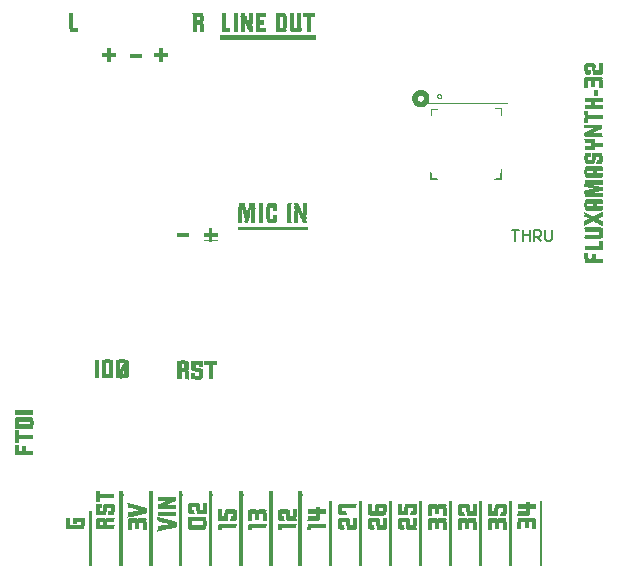
<source format=gbr>
G04 EAGLE Gerber X2 export*
%TF.Part,Single*%
%TF.FileFunction,Legend,Top,1*%
%TF.FilePolarity,Positive*%
%TF.GenerationSoftware,Autodesk,EAGLE,9.0.0*%
%TF.CreationDate,2018-05-04T17:55:18Z*%
G75*
%MOMM*%
%FSLAX34Y34*%
%LPD*%
%AMOC8*
5,1,8,0,0,1.08239X$1,22.5*%
G01*
%ADD10R,0.254000X0.025400*%
%ADD11R,0.279400X0.025400*%
%ADD12R,0.228600X0.025400*%
%ADD13R,0.025400X0.025400*%
%ADD14R,0.177800X0.025400*%
%ADD15R,0.406400X0.025400*%
%ADD16R,0.508000X0.025400*%
%ADD17R,0.635000X0.025400*%
%ADD18R,0.304800X0.025400*%
%ADD19R,0.736600X0.025400*%
%ADD20R,1.295400X0.025400*%
%ADD21R,0.762000X0.025400*%
%ADD22R,0.381000X0.025400*%
%ADD23R,0.787400X0.025400*%
%ADD24R,0.330200X0.025400*%
%ADD25R,1.600200X0.025400*%
%ADD26R,0.863600X0.025400*%
%ADD27R,1.422400X0.025400*%
%ADD28R,0.457200X0.025400*%
%ADD29R,0.812800X0.025400*%
%ADD30R,0.431800X0.025400*%
%ADD31R,0.838200X0.025400*%
%ADD32R,0.965200X0.025400*%
%ADD33R,1.473200X0.025400*%
%ADD34R,0.482600X0.025400*%
%ADD35R,1.092200X0.025400*%
%ADD36R,1.524000X0.025400*%
%ADD37R,1.193800X0.025400*%
%ADD38R,1.549400X0.025400*%
%ADD39R,0.533400X0.025400*%
%ADD40R,0.889000X0.025400*%
%ADD41R,1.320800X0.025400*%
%ADD42R,1.574800X0.025400*%
%ADD43R,0.558800X0.025400*%
%ADD44R,1.168400X0.025400*%
%ADD45R,1.016000X0.025400*%
%ADD46R,0.584200X0.025400*%
%ADD47R,1.498600X0.025400*%
%ADD48R,0.711200X0.025400*%
%ADD49R,0.914400X0.025400*%
%ADD50R,1.117600X0.025400*%
%ADD51R,0.990600X0.025400*%
%ADD52R,1.219200X0.025400*%
%ADD53R,1.066800X0.025400*%
%ADD54R,0.355600X0.025400*%
%ADD55R,0.939800X0.025400*%
%ADD56R,1.041400X0.025400*%
%ADD57R,0.609600X0.025400*%
%ADD58R,0.685800X0.025400*%
%ADD59R,0.660400X0.025400*%
%ADD60R,1.447800X0.025400*%
%ADD61R,0.152400X0.025400*%
%ADD62R,1.397000X0.025400*%
%ADD63R,0.050800X0.025400*%
%ADD64R,1.244600X0.025400*%
%ADD65R,0.025400X1.600200*%
%ADD66R,0.025400X0.304800*%
%ADD67R,0.025400X0.965200*%
%ADD68R,0.025400X1.574800*%
%ADD69R,0.025400X0.787400*%
%ADD70R,0.025400X0.762000*%
%ADD71R,0.025400X0.711200*%
%ADD72R,0.025400X0.736600*%
%ADD73R,0.025400X0.660400*%
%ADD74R,0.025400X0.635000*%
%ADD75R,0.025400X0.381000*%
%ADD76R,0.025400X0.457200*%
%ADD77R,0.025400X0.812800*%
%ADD78R,0.025400X0.482600*%
%ADD79R,0.025400X0.863600*%
%ADD80R,0.025400X0.508000*%
%ADD81R,0.025400X0.889000*%
%ADD82R,0.025400X0.914400*%
%ADD83R,0.025400X0.533400*%
%ADD84R,0.025400X0.279400*%
%ADD85R,0.025400X0.939800*%
%ADD86R,0.025400X0.838200*%
%ADD87R,0.025400X0.431800*%
%ADD88R,1.371600X0.025400*%
%ADD89R,0.025400X1.295400*%
%ADD90R,0.025400X1.397000*%
%ADD91R,0.025400X1.473200*%
%ADD92R,0.025400X1.498600*%
%ADD93R,0.025400X1.549400*%
%ADD94R,0.025400X0.355600*%
%ADD95R,0.025400X0.330200*%
%ADD96R,0.025400X1.524000*%
%ADD97R,0.025400X1.422400*%
%ADD98R,0.025400X1.346200*%
%ADD99R,0.025400X1.371600*%
%ADD100R,0.025400X1.447800*%
%ADD101R,0.025400X0.685800*%
%ADD102R,0.025400X0.609600*%
%ADD103R,0.025400X0.584200*%
%ADD104R,1.346200X0.025400*%
%ADD105R,5.867400X0.025400*%
%ADD106R,0.076200X0.025400*%
%ADD107R,0.127000X0.025400*%
%ADD108R,0.101600X0.025400*%
%ADD109R,0.203200X0.025400*%
%ADD110R,1.270000X0.025400*%
%ADD111R,8.051800X0.025400*%
%ADD112C,0.152400*%
%ADD113C,0.101600*%
%ADD114C,0.400000*%
%ADD115C,0.100000*%
%ADD116C,0.127000*%


D10*
X76073Y-14478D03*
D11*
X101600Y-14478D03*
X126746Y-14478D03*
D10*
X152273Y-14478D03*
X177673Y-14478D03*
D11*
X203200Y-14478D03*
X228346Y-14478D03*
X253492Y-14478D03*
D10*
X279273Y-14478D03*
X304673Y-14478D03*
X329819Y-14478D03*
X355727Y-14478D03*
X380873Y-14478D03*
X406273Y-14478D03*
X431673Y-14478D03*
D12*
X457200Y-14478D03*
D10*
X76073Y-14224D03*
D11*
X101600Y-14224D03*
X126746Y-14224D03*
D10*
X152273Y-14224D03*
X177673Y-14224D03*
D11*
X203200Y-14224D03*
X228346Y-14224D03*
X253492Y-14224D03*
D10*
X279273Y-14224D03*
X304673Y-14224D03*
X329819Y-14224D03*
X355727Y-14224D03*
X380873Y-14224D03*
X406273Y-14224D03*
X431673Y-14224D03*
D12*
X457200Y-14224D03*
D10*
X76073Y-13970D03*
D11*
X101600Y-13970D03*
X126746Y-13970D03*
D10*
X152273Y-13970D03*
X177673Y-13970D03*
D11*
X203200Y-13970D03*
X228346Y-13970D03*
X253492Y-13970D03*
D10*
X279273Y-13970D03*
X304673Y-13970D03*
X329819Y-13970D03*
X355727Y-13970D03*
X380873Y-13970D03*
X406273Y-13970D03*
X431673Y-13970D03*
D12*
X457200Y-13970D03*
D10*
X76073Y-13716D03*
D11*
X101600Y-13716D03*
X126746Y-13716D03*
D10*
X152273Y-13716D03*
X177673Y-13716D03*
D11*
X203200Y-13716D03*
X228346Y-13716D03*
X253492Y-13716D03*
D10*
X279273Y-13716D03*
X304673Y-13716D03*
X329819Y-13716D03*
X355727Y-13716D03*
X380873Y-13716D03*
X406273Y-13716D03*
X431673Y-13716D03*
D12*
X457200Y-13716D03*
D10*
X76073Y-13462D03*
D11*
X101600Y-13462D03*
X126746Y-13462D03*
D10*
X152273Y-13462D03*
X177673Y-13462D03*
D11*
X203200Y-13462D03*
X228346Y-13462D03*
X253492Y-13462D03*
D10*
X279273Y-13462D03*
X304673Y-13462D03*
X329819Y-13462D03*
X355727Y-13462D03*
X380873Y-13462D03*
X406273Y-13462D03*
X431673Y-13462D03*
D12*
X457200Y-13462D03*
D10*
X76073Y-13208D03*
D11*
X101600Y-13208D03*
X126746Y-13208D03*
D10*
X152273Y-13208D03*
X177673Y-13208D03*
D11*
X203200Y-13208D03*
X228346Y-13208D03*
X253492Y-13208D03*
D10*
X279273Y-13208D03*
X304673Y-13208D03*
X329819Y-13208D03*
X355727Y-13208D03*
X380873Y-13208D03*
X406273Y-13208D03*
X431673Y-13208D03*
D12*
X457200Y-13208D03*
D10*
X76073Y-12954D03*
D11*
X101600Y-12954D03*
X126746Y-12954D03*
D10*
X152273Y-12954D03*
X177673Y-12954D03*
D11*
X203200Y-12954D03*
X228346Y-12954D03*
X253492Y-12954D03*
D10*
X279273Y-12954D03*
X304673Y-12954D03*
X329819Y-12954D03*
X355727Y-12954D03*
X380873Y-12954D03*
X406273Y-12954D03*
X431673Y-12954D03*
D12*
X457200Y-12954D03*
D10*
X76073Y-12700D03*
D11*
X101600Y-12700D03*
X126746Y-12700D03*
D10*
X152273Y-12700D03*
X177673Y-12700D03*
D11*
X203200Y-12700D03*
X228346Y-12700D03*
X253492Y-12700D03*
D10*
X279273Y-12700D03*
X304673Y-12700D03*
X329819Y-12700D03*
X355727Y-12700D03*
X380873Y-12700D03*
X406273Y-12700D03*
X431673Y-12700D03*
D12*
X457200Y-12700D03*
D10*
X76073Y-12446D03*
D11*
X101600Y-12446D03*
X126746Y-12446D03*
D10*
X152273Y-12446D03*
X177673Y-12446D03*
D11*
X203200Y-12446D03*
X228346Y-12446D03*
X253492Y-12446D03*
D10*
X279273Y-12446D03*
X304673Y-12446D03*
X329819Y-12446D03*
X355727Y-12446D03*
X380873Y-12446D03*
X406273Y-12446D03*
X431673Y-12446D03*
D12*
X457200Y-12446D03*
D10*
X76073Y-12192D03*
D11*
X101600Y-12192D03*
X126746Y-12192D03*
D10*
X152273Y-12192D03*
X177673Y-12192D03*
D11*
X203200Y-12192D03*
X228346Y-12192D03*
X253492Y-12192D03*
D10*
X279273Y-12192D03*
X304673Y-12192D03*
X329819Y-12192D03*
X355727Y-12192D03*
X380873Y-12192D03*
X406273Y-12192D03*
X431673Y-12192D03*
D12*
X457200Y-12192D03*
D10*
X76073Y-11938D03*
D11*
X101600Y-11938D03*
X126746Y-11938D03*
D10*
X152273Y-11938D03*
X177673Y-11938D03*
D11*
X203200Y-11938D03*
X228346Y-11938D03*
X253492Y-11938D03*
D10*
X279273Y-11938D03*
X304673Y-11938D03*
X329819Y-11938D03*
X355727Y-11938D03*
X380873Y-11938D03*
X406273Y-11938D03*
X431673Y-11938D03*
D12*
X457200Y-11938D03*
D10*
X76073Y-11684D03*
D11*
X101600Y-11684D03*
X126746Y-11684D03*
D10*
X152273Y-11684D03*
X177673Y-11684D03*
D11*
X203200Y-11684D03*
X228346Y-11684D03*
X253492Y-11684D03*
D10*
X279273Y-11684D03*
X304673Y-11684D03*
X329819Y-11684D03*
X355727Y-11684D03*
X380873Y-11684D03*
X406273Y-11684D03*
X431673Y-11684D03*
D12*
X457200Y-11684D03*
D10*
X76073Y-11430D03*
D11*
X101600Y-11430D03*
X126746Y-11430D03*
D10*
X152273Y-11430D03*
X177673Y-11430D03*
D11*
X203200Y-11430D03*
X228346Y-11430D03*
X253492Y-11430D03*
D10*
X279273Y-11430D03*
X304673Y-11430D03*
X329819Y-11430D03*
X355727Y-11430D03*
X380873Y-11430D03*
X406273Y-11430D03*
X431673Y-11430D03*
D12*
X457200Y-11430D03*
D10*
X76073Y-11176D03*
D11*
X101600Y-11176D03*
X126746Y-11176D03*
D10*
X152273Y-11176D03*
X177673Y-11176D03*
D11*
X203200Y-11176D03*
X228346Y-11176D03*
X253492Y-11176D03*
D10*
X279273Y-11176D03*
X304673Y-11176D03*
X329819Y-11176D03*
X355727Y-11176D03*
X380873Y-11176D03*
X406273Y-11176D03*
X431673Y-11176D03*
D12*
X457200Y-11176D03*
D10*
X76073Y-10922D03*
D11*
X101600Y-10922D03*
X126746Y-10922D03*
D10*
X152273Y-10922D03*
X177673Y-10922D03*
D11*
X203200Y-10922D03*
X228346Y-10922D03*
X253492Y-10922D03*
D10*
X279273Y-10922D03*
X304673Y-10922D03*
X329819Y-10922D03*
X355727Y-10922D03*
X380873Y-10922D03*
X406273Y-10922D03*
X431673Y-10922D03*
D12*
X457200Y-10922D03*
D10*
X76073Y-10668D03*
D11*
X101600Y-10668D03*
X126746Y-10668D03*
D10*
X152273Y-10668D03*
X177673Y-10668D03*
D11*
X203200Y-10668D03*
X228346Y-10668D03*
X253492Y-10668D03*
D10*
X279273Y-10668D03*
X304673Y-10668D03*
X329819Y-10668D03*
X355727Y-10668D03*
X380873Y-10668D03*
X406273Y-10668D03*
X431673Y-10668D03*
D12*
X457200Y-10668D03*
D10*
X76073Y-10414D03*
D11*
X101600Y-10414D03*
X126746Y-10414D03*
D10*
X152273Y-10414D03*
X177673Y-10414D03*
D11*
X203200Y-10414D03*
X228346Y-10414D03*
X253492Y-10414D03*
D10*
X279273Y-10414D03*
X304673Y-10414D03*
X329819Y-10414D03*
X355727Y-10414D03*
X380873Y-10414D03*
X406273Y-10414D03*
X431673Y-10414D03*
D12*
X457200Y-10414D03*
D10*
X76073Y-10160D03*
D11*
X101600Y-10160D03*
X126746Y-10160D03*
D10*
X152273Y-10160D03*
X177673Y-10160D03*
D11*
X203200Y-10160D03*
X228346Y-10160D03*
X253492Y-10160D03*
D10*
X279273Y-10160D03*
X304673Y-10160D03*
X329819Y-10160D03*
X355727Y-10160D03*
X380873Y-10160D03*
X406273Y-10160D03*
X431673Y-10160D03*
D12*
X457200Y-10160D03*
D10*
X76073Y-9906D03*
D11*
X101600Y-9906D03*
X126746Y-9906D03*
D10*
X152273Y-9906D03*
X177673Y-9906D03*
D11*
X203200Y-9906D03*
X228346Y-9906D03*
X253492Y-9906D03*
D10*
X279273Y-9906D03*
X304673Y-9906D03*
X329819Y-9906D03*
X355727Y-9906D03*
X380873Y-9906D03*
X406273Y-9906D03*
X431673Y-9906D03*
D12*
X457200Y-9906D03*
D10*
X76073Y-9652D03*
D11*
X101600Y-9652D03*
X126746Y-9652D03*
D10*
X152273Y-9652D03*
X177673Y-9652D03*
D11*
X203200Y-9652D03*
X228346Y-9652D03*
X253492Y-9652D03*
D10*
X279273Y-9652D03*
X304673Y-9652D03*
X329819Y-9652D03*
X355727Y-9652D03*
X380873Y-9652D03*
X406273Y-9652D03*
X431673Y-9652D03*
D12*
X457200Y-9652D03*
D10*
X76073Y-9398D03*
D11*
X101600Y-9398D03*
X126746Y-9398D03*
D10*
X152273Y-9398D03*
X177673Y-9398D03*
D11*
X203200Y-9398D03*
X228346Y-9398D03*
X253492Y-9398D03*
D10*
X279273Y-9398D03*
X304673Y-9398D03*
X329819Y-9398D03*
X355727Y-9398D03*
X380873Y-9398D03*
X406273Y-9398D03*
X431673Y-9398D03*
D12*
X457200Y-9398D03*
D10*
X76073Y-9144D03*
D11*
X101600Y-9144D03*
X126746Y-9144D03*
D10*
X152273Y-9144D03*
X177673Y-9144D03*
D11*
X203200Y-9144D03*
X228346Y-9144D03*
X253492Y-9144D03*
D10*
X279273Y-9144D03*
X304673Y-9144D03*
X329819Y-9144D03*
X355727Y-9144D03*
X380873Y-9144D03*
X406273Y-9144D03*
X431673Y-9144D03*
D12*
X457200Y-9144D03*
D10*
X76073Y-8890D03*
D11*
X101600Y-8890D03*
X126746Y-8890D03*
D10*
X152273Y-8890D03*
X177673Y-8890D03*
D11*
X203200Y-8890D03*
X228346Y-8890D03*
X253492Y-8890D03*
D10*
X279273Y-8890D03*
X304673Y-8890D03*
X329819Y-8890D03*
X355727Y-8890D03*
X380873Y-8890D03*
X406273Y-8890D03*
X431673Y-8890D03*
D12*
X457200Y-8890D03*
D10*
X76073Y-8636D03*
D11*
X101600Y-8636D03*
X126746Y-8636D03*
D10*
X152273Y-8636D03*
X177673Y-8636D03*
D11*
X203200Y-8636D03*
X228346Y-8636D03*
X253492Y-8636D03*
D10*
X279273Y-8636D03*
X304673Y-8636D03*
X329819Y-8636D03*
X355727Y-8636D03*
X380873Y-8636D03*
X406273Y-8636D03*
X431673Y-8636D03*
D12*
X457200Y-8636D03*
D10*
X76073Y-8382D03*
D11*
X101600Y-8382D03*
X126746Y-8382D03*
D10*
X152273Y-8382D03*
X177673Y-8382D03*
D11*
X203200Y-8382D03*
X228346Y-8382D03*
X253492Y-8382D03*
D10*
X279273Y-8382D03*
X304673Y-8382D03*
X329819Y-8382D03*
X355727Y-8382D03*
X380873Y-8382D03*
X406273Y-8382D03*
X431673Y-8382D03*
D12*
X457200Y-8382D03*
D10*
X76073Y-8128D03*
D11*
X101600Y-8128D03*
X126746Y-8128D03*
D10*
X152273Y-8128D03*
X177673Y-8128D03*
D11*
X203200Y-8128D03*
X228346Y-8128D03*
X253492Y-8128D03*
D10*
X279273Y-8128D03*
X304673Y-8128D03*
X329819Y-8128D03*
X355727Y-8128D03*
X380873Y-8128D03*
X406273Y-8128D03*
X431673Y-8128D03*
D12*
X457200Y-8128D03*
D10*
X76073Y-7874D03*
D11*
X101600Y-7874D03*
X126746Y-7874D03*
D10*
X152273Y-7874D03*
X177673Y-7874D03*
D11*
X203200Y-7874D03*
X228346Y-7874D03*
X253492Y-7874D03*
D10*
X279273Y-7874D03*
X304673Y-7874D03*
X329819Y-7874D03*
X355727Y-7874D03*
X380873Y-7874D03*
X406273Y-7874D03*
X431673Y-7874D03*
D12*
X457200Y-7874D03*
D10*
X76073Y-7620D03*
D11*
X101600Y-7620D03*
X126746Y-7620D03*
D10*
X152273Y-7620D03*
X177673Y-7620D03*
D11*
X203200Y-7620D03*
X228346Y-7620D03*
X253492Y-7620D03*
D10*
X279273Y-7620D03*
X304673Y-7620D03*
X329819Y-7620D03*
X355727Y-7620D03*
X380873Y-7620D03*
X406273Y-7620D03*
X431673Y-7620D03*
D12*
X457200Y-7620D03*
D10*
X76073Y-7366D03*
D11*
X101600Y-7366D03*
X126746Y-7366D03*
D10*
X152273Y-7366D03*
X177673Y-7366D03*
D11*
X203200Y-7366D03*
X228346Y-7366D03*
X253492Y-7366D03*
D10*
X279273Y-7366D03*
X304673Y-7366D03*
X329819Y-7366D03*
X355727Y-7366D03*
X380873Y-7366D03*
X406273Y-7366D03*
X431673Y-7366D03*
D12*
X457200Y-7366D03*
D10*
X76073Y-7112D03*
D11*
X101600Y-7112D03*
X126746Y-7112D03*
D10*
X152273Y-7112D03*
X177673Y-7112D03*
D11*
X203200Y-7112D03*
X228346Y-7112D03*
X253492Y-7112D03*
D10*
X279273Y-7112D03*
X304673Y-7112D03*
X329819Y-7112D03*
X355727Y-7112D03*
X380873Y-7112D03*
X406273Y-7112D03*
X431673Y-7112D03*
D12*
X457200Y-7112D03*
D10*
X76073Y-6858D03*
D11*
X101600Y-6858D03*
X126746Y-6858D03*
D10*
X152273Y-6858D03*
X177673Y-6858D03*
D11*
X203200Y-6858D03*
X228346Y-6858D03*
X253492Y-6858D03*
D10*
X279273Y-6858D03*
X304673Y-6858D03*
X329819Y-6858D03*
X355727Y-6858D03*
X380873Y-6858D03*
X406273Y-6858D03*
X431673Y-6858D03*
D12*
X457200Y-6858D03*
D10*
X76073Y-6604D03*
D11*
X101600Y-6604D03*
X126746Y-6604D03*
D10*
X152273Y-6604D03*
X177673Y-6604D03*
D11*
X203200Y-6604D03*
X228346Y-6604D03*
X253492Y-6604D03*
D10*
X279273Y-6604D03*
X304673Y-6604D03*
X329819Y-6604D03*
X355727Y-6604D03*
X380873Y-6604D03*
X406273Y-6604D03*
X431673Y-6604D03*
D12*
X457200Y-6604D03*
D10*
X76073Y-6350D03*
D11*
X101600Y-6350D03*
X126746Y-6350D03*
D10*
X152273Y-6350D03*
X177673Y-6350D03*
D11*
X203200Y-6350D03*
X228346Y-6350D03*
X253492Y-6350D03*
D10*
X279273Y-6350D03*
X304673Y-6350D03*
X329819Y-6350D03*
X355727Y-6350D03*
X380873Y-6350D03*
X406273Y-6350D03*
X431673Y-6350D03*
D12*
X457200Y-6350D03*
D10*
X76073Y-6096D03*
D11*
X101600Y-6096D03*
X126746Y-6096D03*
D10*
X152273Y-6096D03*
X177673Y-6096D03*
D11*
X203200Y-6096D03*
X228346Y-6096D03*
X253492Y-6096D03*
D10*
X279273Y-6096D03*
X304673Y-6096D03*
X329819Y-6096D03*
X355727Y-6096D03*
X380873Y-6096D03*
X406273Y-6096D03*
X431673Y-6096D03*
D12*
X457200Y-6096D03*
D10*
X76073Y-5842D03*
D11*
X101600Y-5842D03*
X126746Y-5842D03*
D10*
X152273Y-5842D03*
X177673Y-5842D03*
D11*
X203200Y-5842D03*
X228346Y-5842D03*
X253492Y-5842D03*
D10*
X279273Y-5842D03*
X304673Y-5842D03*
X329819Y-5842D03*
X355727Y-5842D03*
X380873Y-5842D03*
X406273Y-5842D03*
X431673Y-5842D03*
D12*
X457200Y-5842D03*
D10*
X76073Y-5588D03*
D11*
X101600Y-5588D03*
X126746Y-5588D03*
D10*
X152273Y-5588D03*
X177673Y-5588D03*
D11*
X203200Y-5588D03*
X228346Y-5588D03*
X253492Y-5588D03*
D10*
X279273Y-5588D03*
X304673Y-5588D03*
X329819Y-5588D03*
X355727Y-5588D03*
X380873Y-5588D03*
X406273Y-5588D03*
X431673Y-5588D03*
D12*
X457200Y-5588D03*
D10*
X76073Y-5334D03*
D11*
X101600Y-5334D03*
X126746Y-5334D03*
D10*
X152273Y-5334D03*
X177673Y-5334D03*
D11*
X203200Y-5334D03*
X228346Y-5334D03*
X253492Y-5334D03*
D10*
X279273Y-5334D03*
X304673Y-5334D03*
X329819Y-5334D03*
X355727Y-5334D03*
X380873Y-5334D03*
X406273Y-5334D03*
X431673Y-5334D03*
D12*
X457200Y-5334D03*
D10*
X76073Y-5080D03*
D11*
X101600Y-5080D03*
X126746Y-5080D03*
D10*
X152273Y-5080D03*
X177673Y-5080D03*
D11*
X203200Y-5080D03*
X228346Y-5080D03*
X253492Y-5080D03*
D10*
X279273Y-5080D03*
X304673Y-5080D03*
X329819Y-5080D03*
X355727Y-5080D03*
X380873Y-5080D03*
X406273Y-5080D03*
X431673Y-5080D03*
D12*
X457200Y-5080D03*
D10*
X76073Y-4826D03*
D11*
X101600Y-4826D03*
X126746Y-4826D03*
D10*
X152273Y-4826D03*
X177673Y-4826D03*
D11*
X203200Y-4826D03*
X228346Y-4826D03*
X253492Y-4826D03*
D10*
X279273Y-4826D03*
X304673Y-4826D03*
X329819Y-4826D03*
X355727Y-4826D03*
X380873Y-4826D03*
X406273Y-4826D03*
X431673Y-4826D03*
D12*
X457200Y-4826D03*
D10*
X76073Y-4572D03*
D11*
X101600Y-4572D03*
X126746Y-4572D03*
D10*
X152273Y-4572D03*
X177673Y-4572D03*
D11*
X203200Y-4572D03*
X228346Y-4572D03*
X253492Y-4572D03*
D10*
X279273Y-4572D03*
X304673Y-4572D03*
X329819Y-4572D03*
X355727Y-4572D03*
X380873Y-4572D03*
X406273Y-4572D03*
X431673Y-4572D03*
D12*
X457200Y-4572D03*
D10*
X76073Y-4318D03*
D11*
X101600Y-4318D03*
X126746Y-4318D03*
D10*
X152273Y-4318D03*
X177673Y-4318D03*
D11*
X203200Y-4318D03*
X228346Y-4318D03*
X253492Y-4318D03*
D10*
X279273Y-4318D03*
X304673Y-4318D03*
X329819Y-4318D03*
X355727Y-4318D03*
X380873Y-4318D03*
X406273Y-4318D03*
X431673Y-4318D03*
D12*
X457200Y-4318D03*
D10*
X76073Y-4064D03*
D11*
X101600Y-4064D03*
X126746Y-4064D03*
D10*
X152273Y-4064D03*
X177673Y-4064D03*
D11*
X203200Y-4064D03*
X228346Y-4064D03*
X253492Y-4064D03*
D10*
X279273Y-4064D03*
X304673Y-4064D03*
X329819Y-4064D03*
X355727Y-4064D03*
X380873Y-4064D03*
X406273Y-4064D03*
X431673Y-4064D03*
D12*
X457200Y-4064D03*
D10*
X76073Y-3810D03*
D11*
X101600Y-3810D03*
X126746Y-3810D03*
D10*
X152273Y-3810D03*
X177673Y-3810D03*
D11*
X203200Y-3810D03*
X228346Y-3810D03*
X253492Y-3810D03*
D10*
X279273Y-3810D03*
X304673Y-3810D03*
X329819Y-3810D03*
X355727Y-3810D03*
X380873Y-3810D03*
X406273Y-3810D03*
X431673Y-3810D03*
D12*
X457200Y-3810D03*
D10*
X76073Y-3556D03*
D11*
X101600Y-3556D03*
X126746Y-3556D03*
D10*
X152273Y-3556D03*
X177673Y-3556D03*
D11*
X203200Y-3556D03*
X228346Y-3556D03*
X253492Y-3556D03*
D10*
X279273Y-3556D03*
X304673Y-3556D03*
X329819Y-3556D03*
X355727Y-3556D03*
X380873Y-3556D03*
X406273Y-3556D03*
X431673Y-3556D03*
D12*
X457200Y-3556D03*
D10*
X76073Y-3302D03*
D11*
X101600Y-3302D03*
X126746Y-3302D03*
D10*
X152273Y-3302D03*
X177673Y-3302D03*
D11*
X203200Y-3302D03*
X228346Y-3302D03*
X253492Y-3302D03*
D10*
X279273Y-3302D03*
X304673Y-3302D03*
X329819Y-3302D03*
X355727Y-3302D03*
X380873Y-3302D03*
X406273Y-3302D03*
X431673Y-3302D03*
D12*
X457200Y-3302D03*
D10*
X76073Y-3048D03*
D11*
X101600Y-3048D03*
X126746Y-3048D03*
D10*
X152273Y-3048D03*
X177673Y-3048D03*
D11*
X203200Y-3048D03*
X228346Y-3048D03*
X253492Y-3048D03*
D10*
X279273Y-3048D03*
X304673Y-3048D03*
X329819Y-3048D03*
X355727Y-3048D03*
X380873Y-3048D03*
X406273Y-3048D03*
X431673Y-3048D03*
D12*
X457200Y-3048D03*
D10*
X76073Y-2794D03*
D11*
X101600Y-2794D03*
X126746Y-2794D03*
D10*
X152273Y-2794D03*
X177673Y-2794D03*
D11*
X203200Y-2794D03*
X228346Y-2794D03*
X253492Y-2794D03*
D10*
X279273Y-2794D03*
X304673Y-2794D03*
X329819Y-2794D03*
X355727Y-2794D03*
X380873Y-2794D03*
X406273Y-2794D03*
X431673Y-2794D03*
D12*
X457200Y-2794D03*
D10*
X76073Y-2540D03*
D11*
X101600Y-2540D03*
X126746Y-2540D03*
D10*
X152273Y-2540D03*
X177673Y-2540D03*
D11*
X203200Y-2540D03*
X228346Y-2540D03*
X253492Y-2540D03*
D10*
X279273Y-2540D03*
X304673Y-2540D03*
X329819Y-2540D03*
X355727Y-2540D03*
X380873Y-2540D03*
X406273Y-2540D03*
X431673Y-2540D03*
D12*
X457200Y-2540D03*
D10*
X76073Y-2286D03*
D11*
X101600Y-2286D03*
X126746Y-2286D03*
D10*
X152273Y-2286D03*
X177673Y-2286D03*
D11*
X203200Y-2286D03*
X228346Y-2286D03*
X253492Y-2286D03*
D10*
X279273Y-2286D03*
X304673Y-2286D03*
X329819Y-2286D03*
X355727Y-2286D03*
X380873Y-2286D03*
X406273Y-2286D03*
X431673Y-2286D03*
D12*
X457200Y-2286D03*
D10*
X76073Y-2032D03*
D11*
X101600Y-2032D03*
X126746Y-2032D03*
D10*
X152273Y-2032D03*
X177673Y-2032D03*
D11*
X203200Y-2032D03*
X228346Y-2032D03*
X253492Y-2032D03*
D10*
X279273Y-2032D03*
X304673Y-2032D03*
X329819Y-2032D03*
X355727Y-2032D03*
X380873Y-2032D03*
X406273Y-2032D03*
X431673Y-2032D03*
D12*
X457200Y-2032D03*
D10*
X76073Y-1778D03*
D11*
X101600Y-1778D03*
X126746Y-1778D03*
D10*
X152273Y-1778D03*
X177673Y-1778D03*
D11*
X203200Y-1778D03*
X228346Y-1778D03*
X253492Y-1778D03*
D10*
X279273Y-1778D03*
X304673Y-1778D03*
X329819Y-1778D03*
X355727Y-1778D03*
X380873Y-1778D03*
X406273Y-1778D03*
X431673Y-1778D03*
D12*
X457200Y-1778D03*
D10*
X76073Y-1524D03*
D11*
X101600Y-1524D03*
X126746Y-1524D03*
D10*
X152273Y-1524D03*
X177673Y-1524D03*
D11*
X203200Y-1524D03*
X228346Y-1524D03*
X253492Y-1524D03*
D10*
X279273Y-1524D03*
X304673Y-1524D03*
X329819Y-1524D03*
X355727Y-1524D03*
X380873Y-1524D03*
X406273Y-1524D03*
X431673Y-1524D03*
D12*
X457200Y-1524D03*
D10*
X76073Y-1270D03*
D11*
X101600Y-1270D03*
X126746Y-1270D03*
D10*
X152273Y-1270D03*
X177673Y-1270D03*
D11*
X203200Y-1270D03*
X228346Y-1270D03*
X253492Y-1270D03*
D10*
X279273Y-1270D03*
X304673Y-1270D03*
X329819Y-1270D03*
X355727Y-1270D03*
X380873Y-1270D03*
X406273Y-1270D03*
X431673Y-1270D03*
D12*
X457200Y-1270D03*
D10*
X76073Y-1016D03*
D11*
X101600Y-1016D03*
X126746Y-1016D03*
D10*
X152273Y-1016D03*
X177673Y-1016D03*
D11*
X203200Y-1016D03*
X228346Y-1016D03*
X253492Y-1016D03*
D10*
X279273Y-1016D03*
X304673Y-1016D03*
X329819Y-1016D03*
X355727Y-1016D03*
X380873Y-1016D03*
X406273Y-1016D03*
X431673Y-1016D03*
D12*
X457200Y-1016D03*
D10*
X76073Y-762D03*
D11*
X101600Y-762D03*
X126746Y-762D03*
D10*
X152273Y-762D03*
X177673Y-762D03*
D11*
X203200Y-762D03*
X228346Y-762D03*
X253492Y-762D03*
D10*
X279273Y-762D03*
X304673Y-762D03*
X329819Y-762D03*
X355727Y-762D03*
X380873Y-762D03*
X406273Y-762D03*
X431673Y-762D03*
D12*
X457200Y-762D03*
D10*
X76073Y-508D03*
D11*
X101600Y-508D03*
X126746Y-508D03*
D10*
X152273Y-508D03*
X177673Y-508D03*
D11*
X203200Y-508D03*
X228346Y-508D03*
X253492Y-508D03*
D10*
X279273Y-508D03*
X304673Y-508D03*
X329819Y-508D03*
X355727Y-508D03*
X380873Y-508D03*
X406273Y-508D03*
X431673Y-508D03*
D12*
X457200Y-508D03*
D10*
X76073Y-254D03*
D11*
X101600Y-254D03*
X126746Y-254D03*
D10*
X152273Y-254D03*
X177673Y-254D03*
D11*
X203200Y-254D03*
X228346Y-254D03*
X253492Y-254D03*
D10*
X279273Y-254D03*
X304673Y-254D03*
X329819Y-254D03*
X355727Y-254D03*
X380873Y-254D03*
X406273Y-254D03*
X431673Y-254D03*
D12*
X457200Y-254D03*
D10*
X76073Y0D03*
D11*
X101600Y0D03*
X126746Y0D03*
D10*
X152273Y0D03*
X177673Y0D03*
D11*
X203200Y0D03*
X228346Y0D03*
X253492Y0D03*
D10*
X279273Y0D03*
X304673Y0D03*
X329819Y0D03*
X355727Y0D03*
X380873Y0D03*
X406273Y0D03*
X431673Y0D03*
D12*
X457200Y0D03*
D10*
X76073Y254D03*
D11*
X101600Y254D03*
X126746Y254D03*
D10*
X152273Y254D03*
X177673Y254D03*
D11*
X203200Y254D03*
X228346Y254D03*
X253492Y254D03*
D10*
X279273Y254D03*
X304673Y254D03*
X329819Y254D03*
X355727Y254D03*
X380873Y254D03*
X406273Y254D03*
X431673Y254D03*
D12*
X457200Y254D03*
D10*
X76073Y508D03*
D11*
X101600Y508D03*
X126746Y508D03*
D10*
X152273Y508D03*
X177673Y508D03*
D11*
X203200Y508D03*
X228346Y508D03*
X253492Y508D03*
D10*
X279273Y508D03*
X304673Y508D03*
X329819Y508D03*
X355727Y508D03*
X380873Y508D03*
X406273Y508D03*
X431673Y508D03*
D12*
X457200Y508D03*
D10*
X76073Y762D03*
D11*
X101600Y762D03*
X126746Y762D03*
D10*
X152273Y762D03*
X177673Y762D03*
D11*
X203200Y762D03*
X228346Y762D03*
X253492Y762D03*
D10*
X279273Y762D03*
X304673Y762D03*
X329819Y762D03*
X355727Y762D03*
X380873Y762D03*
X406273Y762D03*
X431673Y762D03*
D12*
X457200Y762D03*
D10*
X76073Y1016D03*
D11*
X101600Y1016D03*
X126746Y1016D03*
D10*
X152273Y1016D03*
X177673Y1016D03*
D11*
X203200Y1016D03*
X228346Y1016D03*
X253492Y1016D03*
D10*
X279273Y1016D03*
X304673Y1016D03*
X329819Y1016D03*
X355727Y1016D03*
X380873Y1016D03*
X406273Y1016D03*
X431673Y1016D03*
D12*
X457200Y1016D03*
D10*
X76073Y1270D03*
D11*
X101600Y1270D03*
X126746Y1270D03*
D10*
X152273Y1270D03*
X177673Y1270D03*
D11*
X203200Y1270D03*
X228346Y1270D03*
X253492Y1270D03*
D10*
X279273Y1270D03*
X304673Y1270D03*
X329819Y1270D03*
X355727Y1270D03*
X380873Y1270D03*
X406273Y1270D03*
X431673Y1270D03*
D12*
X457200Y1270D03*
D10*
X76073Y1524D03*
D11*
X101600Y1524D03*
X126746Y1524D03*
D10*
X152273Y1524D03*
X177673Y1524D03*
D11*
X203200Y1524D03*
X228346Y1524D03*
X253492Y1524D03*
D10*
X279273Y1524D03*
X304673Y1524D03*
X329819Y1524D03*
X355727Y1524D03*
X380873Y1524D03*
X406273Y1524D03*
X431673Y1524D03*
D12*
X457200Y1524D03*
D10*
X76073Y1778D03*
D11*
X101600Y1778D03*
X126746Y1778D03*
D10*
X152273Y1778D03*
X177673Y1778D03*
D11*
X203200Y1778D03*
X228346Y1778D03*
X253492Y1778D03*
D10*
X279273Y1778D03*
X304673Y1778D03*
X329819Y1778D03*
X355727Y1778D03*
X380873Y1778D03*
X406273Y1778D03*
X431673Y1778D03*
D12*
X457200Y1778D03*
D10*
X76073Y2032D03*
D11*
X101600Y2032D03*
X126746Y2032D03*
D10*
X152273Y2032D03*
X177673Y2032D03*
D11*
X203200Y2032D03*
X228346Y2032D03*
X253492Y2032D03*
D10*
X279273Y2032D03*
X304673Y2032D03*
X329819Y2032D03*
X355727Y2032D03*
X380873Y2032D03*
X406273Y2032D03*
X431673Y2032D03*
D12*
X457200Y2032D03*
D10*
X76073Y2286D03*
D11*
X101600Y2286D03*
X126746Y2286D03*
D10*
X152273Y2286D03*
X177673Y2286D03*
D11*
X203200Y2286D03*
X228346Y2286D03*
X253492Y2286D03*
D10*
X279273Y2286D03*
X304673Y2286D03*
X329819Y2286D03*
X355727Y2286D03*
X380873Y2286D03*
X406273Y2286D03*
X431673Y2286D03*
D12*
X457200Y2286D03*
D10*
X76073Y2540D03*
D11*
X101600Y2540D03*
X126746Y2540D03*
D10*
X152273Y2540D03*
X177673Y2540D03*
D11*
X203200Y2540D03*
X228346Y2540D03*
X253492Y2540D03*
D10*
X279273Y2540D03*
X304673Y2540D03*
X329819Y2540D03*
X355727Y2540D03*
X380873Y2540D03*
X406273Y2540D03*
X431673Y2540D03*
D12*
X457200Y2540D03*
D10*
X76073Y2794D03*
D11*
X101600Y2794D03*
X126746Y2794D03*
D10*
X152273Y2794D03*
X177673Y2794D03*
D11*
X203200Y2794D03*
X228346Y2794D03*
X253492Y2794D03*
D10*
X279273Y2794D03*
X304673Y2794D03*
X329819Y2794D03*
X355727Y2794D03*
X380873Y2794D03*
X406273Y2794D03*
X431673Y2794D03*
D12*
X457200Y2794D03*
D10*
X76073Y3048D03*
D11*
X101600Y3048D03*
X126746Y3048D03*
D10*
X152273Y3048D03*
X177673Y3048D03*
D11*
X203200Y3048D03*
X228346Y3048D03*
X253492Y3048D03*
D10*
X279273Y3048D03*
X304673Y3048D03*
X329819Y3048D03*
X355727Y3048D03*
X380873Y3048D03*
X406273Y3048D03*
X431673Y3048D03*
D12*
X457200Y3048D03*
D10*
X76073Y3302D03*
D11*
X101600Y3302D03*
X126746Y3302D03*
D10*
X152273Y3302D03*
X177673Y3302D03*
D11*
X203200Y3302D03*
X228346Y3302D03*
X253492Y3302D03*
D10*
X279273Y3302D03*
X304673Y3302D03*
X329819Y3302D03*
X355727Y3302D03*
X380873Y3302D03*
X406273Y3302D03*
X431673Y3302D03*
D12*
X457200Y3302D03*
D10*
X76073Y3556D03*
D11*
X101600Y3556D03*
X126746Y3556D03*
D10*
X152273Y3556D03*
X177673Y3556D03*
D11*
X203200Y3556D03*
X228346Y3556D03*
X253492Y3556D03*
D10*
X279273Y3556D03*
X304673Y3556D03*
X329819Y3556D03*
X355727Y3556D03*
X380873Y3556D03*
X406273Y3556D03*
X431673Y3556D03*
D12*
X457200Y3556D03*
D10*
X76073Y3810D03*
D11*
X101600Y3810D03*
X126746Y3810D03*
D10*
X152273Y3810D03*
X177673Y3810D03*
D11*
X203200Y3810D03*
X228346Y3810D03*
X253492Y3810D03*
D10*
X279273Y3810D03*
X304673Y3810D03*
X329819Y3810D03*
X355727Y3810D03*
X380873Y3810D03*
X406273Y3810D03*
X431673Y3810D03*
D12*
X457200Y3810D03*
D10*
X76073Y4064D03*
D11*
X101600Y4064D03*
X126746Y4064D03*
D10*
X152273Y4064D03*
X177673Y4064D03*
D11*
X203200Y4064D03*
X228346Y4064D03*
X253492Y4064D03*
D10*
X279273Y4064D03*
X304673Y4064D03*
X329819Y4064D03*
X355727Y4064D03*
X380873Y4064D03*
X406273Y4064D03*
X431673Y4064D03*
D12*
X457200Y4064D03*
D10*
X76073Y4318D03*
D11*
X101600Y4318D03*
X126746Y4318D03*
D10*
X152273Y4318D03*
X177673Y4318D03*
D11*
X203200Y4318D03*
X228346Y4318D03*
X253492Y4318D03*
D10*
X279273Y4318D03*
X304673Y4318D03*
X329819Y4318D03*
X355727Y4318D03*
X380873Y4318D03*
X406273Y4318D03*
X431673Y4318D03*
D12*
X457200Y4318D03*
D10*
X76073Y4572D03*
D11*
X101600Y4572D03*
X126746Y4572D03*
D10*
X152273Y4572D03*
X177673Y4572D03*
D11*
X203200Y4572D03*
X228346Y4572D03*
X253492Y4572D03*
D10*
X279273Y4572D03*
X304673Y4572D03*
X329819Y4572D03*
X355727Y4572D03*
X380873Y4572D03*
X406273Y4572D03*
X431673Y4572D03*
D12*
X457200Y4572D03*
D10*
X76073Y4826D03*
D11*
X101600Y4826D03*
X126746Y4826D03*
D10*
X152273Y4826D03*
X177673Y4826D03*
D11*
X203200Y4826D03*
X228346Y4826D03*
X253492Y4826D03*
D10*
X279273Y4826D03*
X304673Y4826D03*
X329819Y4826D03*
X355727Y4826D03*
X380873Y4826D03*
X406273Y4826D03*
X431673Y4826D03*
D12*
X457200Y4826D03*
D10*
X76073Y5080D03*
D11*
X101600Y5080D03*
X126746Y5080D03*
D10*
X152273Y5080D03*
X177673Y5080D03*
D11*
X203200Y5080D03*
X228346Y5080D03*
X253492Y5080D03*
D10*
X279273Y5080D03*
X304673Y5080D03*
X329819Y5080D03*
X355727Y5080D03*
X380873Y5080D03*
X406273Y5080D03*
X431673Y5080D03*
D12*
X457200Y5080D03*
D10*
X76073Y5334D03*
D11*
X101600Y5334D03*
X126746Y5334D03*
D10*
X152273Y5334D03*
X177673Y5334D03*
D11*
X203200Y5334D03*
X228346Y5334D03*
X253492Y5334D03*
D10*
X279273Y5334D03*
X304673Y5334D03*
X329819Y5334D03*
X355727Y5334D03*
X380873Y5334D03*
X406273Y5334D03*
X431673Y5334D03*
D12*
X457200Y5334D03*
D10*
X76073Y5588D03*
D11*
X101600Y5588D03*
X126746Y5588D03*
D10*
X152273Y5588D03*
X177673Y5588D03*
D11*
X203200Y5588D03*
X228346Y5588D03*
X253492Y5588D03*
D10*
X279273Y5588D03*
X304673Y5588D03*
X329819Y5588D03*
X355727Y5588D03*
X380873Y5588D03*
X406273Y5588D03*
X431673Y5588D03*
D12*
X457200Y5588D03*
D10*
X76073Y5842D03*
D11*
X101600Y5842D03*
X126746Y5842D03*
D10*
X152273Y5842D03*
X177673Y5842D03*
D11*
X203200Y5842D03*
X228346Y5842D03*
X253492Y5842D03*
D10*
X279273Y5842D03*
X304673Y5842D03*
X329819Y5842D03*
X355727Y5842D03*
X380873Y5842D03*
X406273Y5842D03*
X431673Y5842D03*
D12*
X457200Y5842D03*
D10*
X76073Y6096D03*
D11*
X101600Y6096D03*
X126746Y6096D03*
D10*
X152273Y6096D03*
X177673Y6096D03*
D11*
X203200Y6096D03*
X228346Y6096D03*
X253492Y6096D03*
D10*
X279273Y6096D03*
X304673Y6096D03*
X329819Y6096D03*
X355727Y6096D03*
X380873Y6096D03*
X406273Y6096D03*
X431673Y6096D03*
D12*
X457200Y6096D03*
D10*
X76073Y6350D03*
D11*
X101600Y6350D03*
X126746Y6350D03*
D10*
X152273Y6350D03*
X177673Y6350D03*
D11*
X203200Y6350D03*
X228346Y6350D03*
X253492Y6350D03*
D10*
X279273Y6350D03*
X304673Y6350D03*
X329819Y6350D03*
X355727Y6350D03*
X380873Y6350D03*
X406273Y6350D03*
X431673Y6350D03*
D12*
X457200Y6350D03*
D10*
X76073Y6604D03*
D11*
X101600Y6604D03*
X126746Y6604D03*
D10*
X152273Y6604D03*
X177673Y6604D03*
D11*
X203200Y6604D03*
X228346Y6604D03*
X253492Y6604D03*
D10*
X279273Y6604D03*
X304673Y6604D03*
X329819Y6604D03*
X355727Y6604D03*
X380873Y6604D03*
X406273Y6604D03*
X431673Y6604D03*
D12*
X457200Y6604D03*
D10*
X76073Y6858D03*
D11*
X101600Y6858D03*
X126746Y6858D03*
D10*
X152273Y6858D03*
X177673Y6858D03*
D11*
X203200Y6858D03*
X228346Y6858D03*
X253492Y6858D03*
D10*
X279273Y6858D03*
X304673Y6858D03*
X329819Y6858D03*
X355727Y6858D03*
X380873Y6858D03*
X406273Y6858D03*
X431673Y6858D03*
D12*
X457200Y6858D03*
D10*
X76073Y7112D03*
D11*
X101600Y7112D03*
X126746Y7112D03*
D10*
X152273Y7112D03*
X177673Y7112D03*
D11*
X203200Y7112D03*
X228346Y7112D03*
X253492Y7112D03*
D10*
X279273Y7112D03*
X304673Y7112D03*
X329819Y7112D03*
X355727Y7112D03*
X380873Y7112D03*
X406273Y7112D03*
X431673Y7112D03*
D12*
X457200Y7112D03*
D10*
X76073Y7366D03*
D11*
X101600Y7366D03*
X126746Y7366D03*
D10*
X152273Y7366D03*
X177673Y7366D03*
D11*
X203200Y7366D03*
X228346Y7366D03*
X253492Y7366D03*
D10*
X279273Y7366D03*
X304673Y7366D03*
X329819Y7366D03*
X355727Y7366D03*
X380873Y7366D03*
X406273Y7366D03*
X431673Y7366D03*
D12*
X457200Y7366D03*
D10*
X76073Y7620D03*
D11*
X101600Y7620D03*
X126746Y7620D03*
D10*
X152273Y7620D03*
X177673Y7620D03*
D11*
X203200Y7620D03*
X228346Y7620D03*
X253492Y7620D03*
D10*
X279273Y7620D03*
X304673Y7620D03*
X329819Y7620D03*
X355727Y7620D03*
X380873Y7620D03*
X406273Y7620D03*
X431673Y7620D03*
D12*
X457200Y7620D03*
D10*
X76073Y7874D03*
D11*
X101600Y7874D03*
X126746Y7874D03*
D10*
X152273Y7874D03*
X177673Y7874D03*
D11*
X203200Y7874D03*
X228346Y7874D03*
X253492Y7874D03*
D10*
X279273Y7874D03*
X304673Y7874D03*
X329819Y7874D03*
X355727Y7874D03*
X380873Y7874D03*
X406273Y7874D03*
X431673Y7874D03*
D12*
X457200Y7874D03*
D10*
X76073Y8128D03*
D11*
X101600Y8128D03*
X126746Y8128D03*
D10*
X152273Y8128D03*
X177673Y8128D03*
D11*
X203200Y8128D03*
X228346Y8128D03*
X253492Y8128D03*
D10*
X279273Y8128D03*
X304673Y8128D03*
X329819Y8128D03*
X355727Y8128D03*
X380873Y8128D03*
X406273Y8128D03*
X431673Y8128D03*
D12*
X457200Y8128D03*
D10*
X76073Y8382D03*
D11*
X101600Y8382D03*
X126746Y8382D03*
D10*
X152273Y8382D03*
X177673Y8382D03*
D11*
X203200Y8382D03*
X228346Y8382D03*
X253492Y8382D03*
D10*
X279273Y8382D03*
X304673Y8382D03*
X329819Y8382D03*
X355727Y8382D03*
X380873Y8382D03*
X406273Y8382D03*
X431673Y8382D03*
D12*
X457200Y8382D03*
D10*
X76073Y8636D03*
D11*
X101600Y8636D03*
X126746Y8636D03*
D10*
X152273Y8636D03*
X177673Y8636D03*
D11*
X203200Y8636D03*
X228346Y8636D03*
X253492Y8636D03*
D10*
X279273Y8636D03*
X304673Y8636D03*
X329819Y8636D03*
X355727Y8636D03*
X380873Y8636D03*
X406273Y8636D03*
X431673Y8636D03*
D12*
X457200Y8636D03*
D10*
X76073Y8890D03*
D11*
X101600Y8890D03*
X126746Y8890D03*
D10*
X152273Y8890D03*
X177673Y8890D03*
D11*
X203200Y8890D03*
X228346Y8890D03*
X253492Y8890D03*
D10*
X279273Y8890D03*
X304673Y8890D03*
X329819Y8890D03*
X355727Y8890D03*
X380873Y8890D03*
X406273Y8890D03*
X431673Y8890D03*
D12*
X457200Y8890D03*
D10*
X76073Y9144D03*
D11*
X101600Y9144D03*
X126746Y9144D03*
D10*
X152273Y9144D03*
X177673Y9144D03*
D11*
X203200Y9144D03*
X228346Y9144D03*
X253492Y9144D03*
D10*
X279273Y9144D03*
X304673Y9144D03*
X329819Y9144D03*
X355727Y9144D03*
X380873Y9144D03*
X406273Y9144D03*
X431673Y9144D03*
D12*
X457200Y9144D03*
D10*
X76073Y9398D03*
D11*
X101600Y9398D03*
X126746Y9398D03*
D10*
X152273Y9398D03*
X177673Y9398D03*
D11*
X203200Y9398D03*
X228346Y9398D03*
X253492Y9398D03*
D10*
X279273Y9398D03*
X304673Y9398D03*
X329819Y9398D03*
X355727Y9398D03*
X380873Y9398D03*
X406273Y9398D03*
X431673Y9398D03*
D12*
X457200Y9398D03*
D10*
X76073Y9652D03*
D11*
X101600Y9652D03*
X126746Y9652D03*
D10*
X152273Y9652D03*
X177673Y9652D03*
D11*
X203200Y9652D03*
X228346Y9652D03*
X253492Y9652D03*
D10*
X279273Y9652D03*
X304673Y9652D03*
X329819Y9652D03*
X355727Y9652D03*
X380873Y9652D03*
X406273Y9652D03*
X431673Y9652D03*
D12*
X457200Y9652D03*
D10*
X76073Y9906D03*
D11*
X101600Y9906D03*
X126746Y9906D03*
D10*
X152273Y9906D03*
X177673Y9906D03*
D11*
X203200Y9906D03*
X228346Y9906D03*
X253492Y9906D03*
D10*
X279273Y9906D03*
X304673Y9906D03*
X329819Y9906D03*
X355727Y9906D03*
X380873Y9906D03*
X406273Y9906D03*
X431673Y9906D03*
D12*
X457200Y9906D03*
D10*
X76073Y10160D03*
D11*
X101600Y10160D03*
X126746Y10160D03*
D10*
X152273Y10160D03*
X177673Y10160D03*
D11*
X203200Y10160D03*
X228346Y10160D03*
X253492Y10160D03*
D10*
X279273Y10160D03*
X304673Y10160D03*
X329819Y10160D03*
X355727Y10160D03*
X380873Y10160D03*
X406273Y10160D03*
X431673Y10160D03*
D12*
X457200Y10160D03*
D10*
X76073Y10414D03*
D11*
X101600Y10414D03*
X126746Y10414D03*
D10*
X152273Y10414D03*
X177673Y10414D03*
D11*
X203200Y10414D03*
X228346Y10414D03*
X253492Y10414D03*
D10*
X279273Y10414D03*
X304673Y10414D03*
X329819Y10414D03*
X355727Y10414D03*
X380873Y10414D03*
X406273Y10414D03*
X431673Y10414D03*
D12*
X457200Y10414D03*
D10*
X76073Y10668D03*
D11*
X101600Y10668D03*
X126746Y10668D03*
D10*
X152273Y10668D03*
X177673Y10668D03*
D11*
X203200Y10668D03*
X228346Y10668D03*
X253492Y10668D03*
D10*
X279273Y10668D03*
X304673Y10668D03*
X329819Y10668D03*
X355727Y10668D03*
X380873Y10668D03*
X406273Y10668D03*
X431673Y10668D03*
D12*
X457200Y10668D03*
D10*
X76073Y10922D03*
D11*
X101600Y10922D03*
X126746Y10922D03*
D10*
X152273Y10922D03*
X177673Y10922D03*
D11*
X203200Y10922D03*
X228346Y10922D03*
X253492Y10922D03*
D10*
X279273Y10922D03*
X304673Y10922D03*
X329819Y10922D03*
X355727Y10922D03*
X380873Y10922D03*
X406273Y10922D03*
X431673Y10922D03*
D12*
X457200Y10922D03*
D10*
X76073Y11176D03*
D11*
X101600Y11176D03*
X126746Y11176D03*
D10*
X152273Y11176D03*
X177673Y11176D03*
D11*
X203200Y11176D03*
X228346Y11176D03*
X253492Y11176D03*
D10*
X279273Y11176D03*
X304673Y11176D03*
X329819Y11176D03*
X355727Y11176D03*
X380873Y11176D03*
X406273Y11176D03*
X431673Y11176D03*
D12*
X457200Y11176D03*
D10*
X76073Y11430D03*
D11*
X101600Y11430D03*
X126746Y11430D03*
D10*
X152273Y11430D03*
X177673Y11430D03*
D11*
X203200Y11430D03*
X228346Y11430D03*
X253492Y11430D03*
D10*
X279273Y11430D03*
X304673Y11430D03*
X329819Y11430D03*
X355727Y11430D03*
X380873Y11430D03*
X406273Y11430D03*
X431673Y11430D03*
D12*
X457200Y11430D03*
D10*
X76073Y11684D03*
D11*
X101600Y11684D03*
X126746Y11684D03*
D10*
X152273Y11684D03*
X177673Y11684D03*
D11*
X203200Y11684D03*
X228346Y11684D03*
X253492Y11684D03*
D10*
X279273Y11684D03*
X304673Y11684D03*
X329819Y11684D03*
X355727Y11684D03*
X380873Y11684D03*
X406273Y11684D03*
X431673Y11684D03*
D12*
X457200Y11684D03*
D10*
X76073Y11938D03*
D11*
X101600Y11938D03*
X126746Y11938D03*
D10*
X152273Y11938D03*
X177673Y11938D03*
D11*
X203200Y11938D03*
X228346Y11938D03*
X253492Y11938D03*
D10*
X279273Y11938D03*
X304673Y11938D03*
X329819Y11938D03*
X355727Y11938D03*
X380873Y11938D03*
X406273Y11938D03*
X431673Y11938D03*
X76073Y12192D03*
D11*
X101600Y12192D03*
X126746Y12192D03*
D10*
X152273Y12192D03*
X177673Y12192D03*
D11*
X203200Y12192D03*
X228346Y12192D03*
X253492Y12192D03*
D10*
X279273Y12192D03*
X304673Y12192D03*
X329819Y12192D03*
X355727Y12192D03*
X380873Y12192D03*
X406273Y12192D03*
X431673Y12192D03*
D12*
X457200Y12192D03*
D10*
X76073Y12446D03*
D11*
X101600Y12446D03*
X126746Y12446D03*
D10*
X152273Y12446D03*
X177673Y12446D03*
D11*
X203200Y12446D03*
X228346Y12446D03*
X253492Y12446D03*
D10*
X279273Y12446D03*
X304673Y12446D03*
X329819Y12446D03*
X355727Y12446D03*
X380873Y12446D03*
X406273Y12446D03*
X431673Y12446D03*
D12*
X457200Y12446D03*
D10*
X76073Y12700D03*
D11*
X101600Y12700D03*
X126746Y12700D03*
D10*
X152273Y12700D03*
X177673Y12700D03*
D11*
X203200Y12700D03*
X228346Y12700D03*
X253492Y12700D03*
D10*
X279273Y12700D03*
X304673Y12700D03*
X329819Y12700D03*
X355727Y12700D03*
X380873Y12700D03*
X406273Y12700D03*
X431673Y12700D03*
D12*
X457200Y12700D03*
D10*
X76073Y12954D03*
D11*
X101600Y12954D03*
X126746Y12954D03*
D10*
X152273Y12954D03*
X177673Y12954D03*
D11*
X203200Y12954D03*
X228346Y12954D03*
X253492Y12954D03*
D10*
X279273Y12954D03*
X304673Y12954D03*
X329819Y12954D03*
X355727Y12954D03*
X380873Y12954D03*
X406273Y12954D03*
X431673Y12954D03*
D12*
X457200Y12954D03*
D10*
X76073Y13208D03*
D11*
X101600Y13208D03*
X126746Y13208D03*
D10*
X152273Y13208D03*
X177673Y13208D03*
D11*
X203200Y13208D03*
X228346Y13208D03*
X253492Y13208D03*
D10*
X279273Y13208D03*
X304673Y13208D03*
X329819Y13208D03*
X355727Y13208D03*
X380873Y13208D03*
X406273Y13208D03*
X431673Y13208D03*
D12*
X457200Y13208D03*
D10*
X76073Y13462D03*
D11*
X101600Y13462D03*
X126746Y13462D03*
D10*
X152273Y13462D03*
X177673Y13462D03*
D11*
X203200Y13462D03*
X228346Y13462D03*
X253492Y13462D03*
D10*
X279273Y13462D03*
X304673Y13462D03*
X329819Y13462D03*
X355727Y13462D03*
X380873Y13462D03*
X406273Y13462D03*
X431673Y13462D03*
D12*
X457200Y13462D03*
D10*
X76073Y13716D03*
D11*
X101600Y13716D03*
X126746Y13716D03*
D10*
X152273Y13716D03*
X177673Y13716D03*
D11*
X203200Y13716D03*
X228346Y13716D03*
X253492Y13716D03*
D10*
X279273Y13716D03*
X304673Y13716D03*
X329819Y13716D03*
X355727Y13716D03*
X380873Y13716D03*
X406273Y13716D03*
X431673Y13716D03*
D12*
X457200Y13716D03*
D10*
X76073Y13970D03*
D11*
X101600Y13970D03*
X126746Y13970D03*
D10*
X152273Y13970D03*
X177673Y13970D03*
D11*
X203200Y13970D03*
X228346Y13970D03*
X253492Y13970D03*
D10*
X279273Y13970D03*
X304673Y13970D03*
X329819Y13970D03*
X355727Y13970D03*
X380873Y13970D03*
X406273Y13970D03*
X431673Y13970D03*
D12*
X457200Y13970D03*
D10*
X76073Y14224D03*
D11*
X101600Y14224D03*
X126746Y14224D03*
D10*
X152273Y14224D03*
X177673Y14224D03*
D11*
X203200Y14224D03*
X228346Y14224D03*
X253492Y14224D03*
D10*
X279273Y14224D03*
X304673Y14224D03*
X329819Y14224D03*
X355727Y14224D03*
X380873Y14224D03*
X406273Y14224D03*
X431673Y14224D03*
D12*
X457200Y14224D03*
D10*
X76073Y14478D03*
D11*
X101600Y14478D03*
X126746Y14478D03*
D10*
X152273Y14478D03*
X177673Y14478D03*
D11*
X203200Y14478D03*
X228346Y14478D03*
X253492Y14478D03*
D10*
X279273Y14478D03*
X304673Y14478D03*
X329819Y14478D03*
X355727Y14478D03*
X380873Y14478D03*
X406273Y14478D03*
X431673Y14478D03*
D12*
X457200Y14478D03*
D10*
X76073Y14732D03*
D11*
X101600Y14732D03*
X126746Y14732D03*
D13*
X133096Y14732D03*
D10*
X152273Y14732D03*
X177673Y14732D03*
D11*
X203200Y14732D03*
X228346Y14732D03*
X253492Y14732D03*
D10*
X279273Y14732D03*
X304673Y14732D03*
X329819Y14732D03*
X355727Y14732D03*
X380873Y14732D03*
X406273Y14732D03*
X431673Y14732D03*
D12*
X457200Y14732D03*
D10*
X76073Y14986D03*
D11*
X101600Y14986D03*
X126746Y14986D03*
D14*
X133604Y14986D03*
D10*
X152273Y14986D03*
X177673Y14986D03*
D11*
X203200Y14986D03*
X228346Y14986D03*
X253492Y14986D03*
D10*
X279273Y14986D03*
X304673Y14986D03*
X329819Y14986D03*
X355727Y14986D03*
X380873Y14986D03*
X406273Y14986D03*
X431673Y14986D03*
D12*
X457200Y14986D03*
D10*
X76073Y15240D03*
D11*
X101600Y15240D03*
X126746Y15240D03*
X134112Y15240D03*
D10*
X152273Y15240D03*
X177673Y15240D03*
D11*
X203200Y15240D03*
X228346Y15240D03*
X253492Y15240D03*
D10*
X279273Y15240D03*
X304673Y15240D03*
X329819Y15240D03*
X355727Y15240D03*
X380873Y15240D03*
X406273Y15240D03*
X431673Y15240D03*
D12*
X457200Y15240D03*
D10*
X76073Y15494D03*
D11*
X101600Y15494D03*
X126746Y15494D03*
D15*
X134747Y15494D03*
D10*
X152273Y15494D03*
X177673Y15494D03*
D11*
X203200Y15494D03*
X228346Y15494D03*
X253492Y15494D03*
D10*
X279273Y15494D03*
X304673Y15494D03*
X329819Y15494D03*
X355727Y15494D03*
X380873Y15494D03*
X406273Y15494D03*
X431673Y15494D03*
D12*
X457200Y15494D03*
D10*
X76073Y15748D03*
D11*
X101600Y15748D03*
X126746Y15748D03*
D16*
X135255Y15748D03*
D10*
X152273Y15748D03*
X177673Y15748D03*
D11*
X203200Y15748D03*
X228346Y15748D03*
X253492Y15748D03*
D10*
X279273Y15748D03*
X304673Y15748D03*
X329819Y15748D03*
X355727Y15748D03*
X380873Y15748D03*
X406273Y15748D03*
X431673Y15748D03*
D12*
X457200Y15748D03*
D10*
X76073Y16002D03*
D11*
X101600Y16002D03*
X126746Y16002D03*
D17*
X135890Y16002D03*
D10*
X152273Y16002D03*
X177673Y16002D03*
D11*
X203200Y16002D03*
X228346Y16002D03*
X253492Y16002D03*
D10*
X279273Y16002D03*
X304673Y16002D03*
X329819Y16002D03*
X355727Y16002D03*
X380873Y16002D03*
X406273Y16002D03*
X431673Y16002D03*
D12*
X457200Y16002D03*
D10*
X76073Y16256D03*
D11*
X101600Y16256D03*
X108966Y16256D03*
D18*
X121793Y16256D03*
D11*
X126746Y16256D03*
D19*
X136398Y16256D03*
D10*
X152273Y16256D03*
D20*
X166116Y16256D03*
D10*
X177673Y16256D03*
D18*
X185039Y16256D03*
D11*
X203200Y16256D03*
X210566Y16256D03*
X228346Y16256D03*
D18*
X235839Y16256D03*
D11*
X253492Y16256D03*
D18*
X260985Y16256D03*
D10*
X279273Y16256D03*
D15*
X288671Y16256D03*
D21*
X297307Y16256D03*
D10*
X304673Y16256D03*
D15*
X314071Y16256D03*
D21*
X322707Y16256D03*
D10*
X329819Y16256D03*
D22*
X339344Y16256D03*
D23*
X347980Y16256D03*
D10*
X355727Y16256D03*
D18*
X363093Y16256D03*
X375793Y16256D03*
D10*
X380873Y16256D03*
D18*
X388239Y16256D03*
D24*
X401066Y16256D03*
D10*
X406273Y16256D03*
D11*
X413766Y16256D03*
D18*
X426593Y16256D03*
D10*
X431673Y16256D03*
D12*
X457200Y16256D03*
D20*
X62992Y16510D03*
D10*
X76073Y16510D03*
D25*
X88138Y16510D03*
D11*
X101600Y16510D03*
X108966Y16510D03*
D18*
X121793Y16510D03*
D11*
X126746Y16510D03*
D26*
X137033Y16510D03*
D10*
X152273Y16510D03*
D27*
X166243Y16510D03*
D10*
X177673Y16510D03*
D18*
X185039Y16510D03*
D11*
X203200Y16510D03*
X210566Y16510D03*
X228346Y16510D03*
D18*
X235839Y16510D03*
D11*
X253492Y16510D03*
D18*
X260985Y16510D03*
D10*
X279273Y16510D03*
D28*
X288417Y16510D03*
D29*
X297053Y16510D03*
D10*
X304673Y16510D03*
D28*
X313817Y16510D03*
D29*
X322453Y16510D03*
D10*
X329819Y16510D03*
D30*
X339090Y16510D03*
D31*
X347726Y16510D03*
D10*
X355727Y16510D03*
D18*
X363093Y16510D03*
X375793Y16510D03*
D10*
X380873Y16510D03*
D18*
X388239Y16510D03*
D24*
X401066Y16510D03*
D10*
X406273Y16510D03*
D11*
X413766Y16510D03*
D18*
X426593Y16510D03*
D10*
X431673Y16510D03*
D12*
X457200Y16510D03*
D27*
X62865Y16764D03*
D10*
X76073Y16764D03*
D25*
X88138Y16764D03*
D11*
X101600Y16764D03*
X108966Y16764D03*
D18*
X121793Y16764D03*
D11*
X126746Y16764D03*
D32*
X137541Y16764D03*
D10*
X152273Y16764D03*
D33*
X166243Y16764D03*
D10*
X177673Y16764D03*
D18*
X185039Y16764D03*
D11*
X203200Y16764D03*
X210566Y16764D03*
X228346Y16764D03*
D18*
X235839Y16764D03*
D11*
X253492Y16764D03*
D18*
X260985Y16764D03*
D10*
X279273Y16764D03*
D34*
X288290Y16764D03*
D31*
X296926Y16764D03*
D10*
X304673Y16764D03*
D34*
X313690Y16764D03*
D31*
X322326Y16764D03*
D10*
X329819Y16764D03*
D34*
X338836Y16764D03*
D26*
X347599Y16764D03*
D10*
X355727Y16764D03*
D18*
X363093Y16764D03*
X375793Y16764D03*
D10*
X380873Y16764D03*
D18*
X388239Y16764D03*
D24*
X401066Y16764D03*
D10*
X406273Y16764D03*
D11*
X413766Y16764D03*
D18*
X426593Y16764D03*
D10*
X431673Y16764D03*
D12*
X457200Y16764D03*
D33*
X62865Y17018D03*
D10*
X76073Y17018D03*
D25*
X88138Y17018D03*
D11*
X101600Y17018D03*
X108966Y17018D03*
D18*
X121793Y17018D03*
D11*
X126746Y17018D03*
D35*
X138176Y17018D03*
D10*
X152273Y17018D03*
D36*
X166243Y17018D03*
D10*
X177673Y17018D03*
D18*
X185039Y17018D03*
D11*
X203200Y17018D03*
X210566Y17018D03*
X228346Y17018D03*
D18*
X235839Y17018D03*
D11*
X253492Y17018D03*
D18*
X260985Y17018D03*
D10*
X279273Y17018D03*
D16*
X288163Y17018D03*
D26*
X296799Y17018D03*
D10*
X304673Y17018D03*
D16*
X313563Y17018D03*
D31*
X322326Y17018D03*
D10*
X329819Y17018D03*
D34*
X338836Y17018D03*
D26*
X347599Y17018D03*
D10*
X355727Y17018D03*
D18*
X363093Y17018D03*
X375793Y17018D03*
D10*
X380873Y17018D03*
D18*
X388239Y17018D03*
D24*
X401066Y17018D03*
D10*
X406273Y17018D03*
D11*
X413766Y17018D03*
D18*
X426593Y17018D03*
D10*
X431673Y17018D03*
D12*
X457200Y17018D03*
D36*
X62865Y17272D03*
D10*
X76073Y17272D03*
D25*
X88138Y17272D03*
D11*
X101600Y17272D03*
X108966Y17272D03*
D24*
X115316Y17272D03*
D18*
X121793Y17272D03*
D11*
X126746Y17272D03*
D37*
X138684Y17272D03*
D10*
X152273Y17272D03*
D38*
X166116Y17272D03*
D10*
X177673Y17272D03*
D18*
X185039Y17272D03*
D11*
X203200Y17272D03*
X210566Y17272D03*
X228346Y17272D03*
D18*
X235839Y17272D03*
D11*
X253492Y17272D03*
D18*
X260985Y17272D03*
D10*
X279273Y17272D03*
D39*
X288036Y17272D03*
D26*
X296799Y17272D03*
D10*
X304673Y17272D03*
D16*
X313563Y17272D03*
D26*
X322199Y17272D03*
D10*
X329819Y17272D03*
D16*
X338709Y17272D03*
D40*
X347472Y17272D03*
D10*
X355727Y17272D03*
D18*
X363093Y17272D03*
X369443Y17272D03*
X375793Y17272D03*
D10*
X380873Y17272D03*
D18*
X388239Y17272D03*
X394589Y17272D03*
D24*
X401066Y17272D03*
D10*
X406273Y17272D03*
D11*
X413766Y17272D03*
D18*
X419989Y17272D03*
X426593Y17272D03*
D10*
X431673Y17272D03*
D12*
X457200Y17272D03*
D36*
X62865Y17526D03*
D10*
X76073Y17526D03*
D25*
X88138Y17526D03*
D11*
X101600Y17526D03*
X108966Y17526D03*
D24*
X115316Y17526D03*
D18*
X121793Y17526D03*
D11*
X126746Y17526D03*
D41*
X139319Y17526D03*
D10*
X152273Y17526D03*
D38*
X166116Y17526D03*
D10*
X177673Y17526D03*
D18*
X185039Y17526D03*
D11*
X203200Y17526D03*
X210566Y17526D03*
X228346Y17526D03*
D18*
X235839Y17526D03*
D11*
X253492Y17526D03*
D18*
X260985Y17526D03*
D10*
X279273Y17526D03*
D39*
X288036Y17526D03*
D26*
X296799Y17526D03*
D10*
X304673Y17526D03*
D39*
X313436Y17526D03*
D26*
X322199Y17526D03*
D10*
X329819Y17526D03*
D39*
X338582Y17526D03*
D40*
X347472Y17526D03*
D10*
X355727Y17526D03*
D18*
X363093Y17526D03*
D24*
X369316Y17526D03*
D18*
X375793Y17526D03*
D10*
X380873Y17526D03*
D18*
X388239Y17526D03*
X394589Y17526D03*
D24*
X401066Y17526D03*
D10*
X406273Y17526D03*
D11*
X413766Y17526D03*
D24*
X420116Y17526D03*
D18*
X426593Y17526D03*
D10*
X431673Y17526D03*
D12*
X457200Y17526D03*
D42*
X62865Y17780D03*
D10*
X76073Y17780D03*
D25*
X88138Y17780D03*
D11*
X101600Y17780D03*
X108966Y17780D03*
D24*
X115316Y17780D03*
D18*
X121793Y17780D03*
D11*
X126746Y17780D03*
D27*
X139827Y17780D03*
D10*
X152273Y17780D03*
D25*
X166116Y17780D03*
D10*
X177673Y17780D03*
D25*
X191516Y17780D03*
D11*
X203200Y17780D03*
D42*
X217043Y17780D03*
D11*
X228346Y17780D03*
D42*
X242189Y17780D03*
D11*
X253492Y17780D03*
D42*
X267335Y17780D03*
D10*
X279273Y17780D03*
D39*
X288036Y17780D03*
D26*
X296799Y17780D03*
D10*
X304673Y17780D03*
D39*
X313436Y17780D03*
D26*
X322199Y17780D03*
D10*
X329819Y17780D03*
D39*
X338582Y17780D03*
D40*
X347472Y17780D03*
D10*
X355727Y17780D03*
D18*
X363093Y17780D03*
D24*
X369316Y17780D03*
D18*
X375793Y17780D03*
D10*
X380873Y17780D03*
D18*
X388239Y17780D03*
X394589Y17780D03*
D24*
X401066Y17780D03*
D10*
X406273Y17780D03*
D11*
X413766Y17780D03*
D24*
X420116Y17780D03*
D18*
X426593Y17780D03*
D10*
X431673Y17780D03*
D12*
X457200Y17780D03*
D42*
X62865Y18034D03*
D10*
X76073Y18034D03*
D25*
X88138Y18034D03*
D11*
X101600Y18034D03*
X108966Y18034D03*
D24*
X115316Y18034D03*
D18*
X121793Y18034D03*
D11*
X126746Y18034D03*
D38*
X140462Y18034D03*
D10*
X152273Y18034D03*
D25*
X166116Y18034D03*
D10*
X177673Y18034D03*
D25*
X191516Y18034D03*
D11*
X203200Y18034D03*
D42*
X217043Y18034D03*
D11*
X228346Y18034D03*
D42*
X242189Y18034D03*
D11*
X253492Y18034D03*
D42*
X267335Y18034D03*
D10*
X279273Y18034D03*
D43*
X287909Y18034D03*
D26*
X296799Y18034D03*
D10*
X304673Y18034D03*
D39*
X313436Y18034D03*
D26*
X322199Y18034D03*
D10*
X329819Y18034D03*
D39*
X338582Y18034D03*
D40*
X347472Y18034D03*
D10*
X355727Y18034D03*
D18*
X363093Y18034D03*
D24*
X369316Y18034D03*
D18*
X375793Y18034D03*
D10*
X380873Y18034D03*
D18*
X388239Y18034D03*
X394589Y18034D03*
D24*
X401066Y18034D03*
D10*
X406273Y18034D03*
D11*
X413766Y18034D03*
D24*
X420116Y18034D03*
D18*
X426593Y18034D03*
D10*
X431673Y18034D03*
D12*
X457200Y18034D03*
D42*
X62865Y18288D03*
D10*
X76073Y18288D03*
D25*
X88138Y18288D03*
D11*
X101600Y18288D03*
X108966Y18288D03*
D24*
X115316Y18288D03*
D18*
X121793Y18288D03*
D11*
X126746Y18288D03*
D25*
X140716Y18288D03*
D10*
X152273Y18288D03*
D25*
X166116Y18288D03*
D10*
X177673Y18288D03*
D25*
X191516Y18288D03*
D11*
X203200Y18288D03*
D42*
X217043Y18288D03*
D11*
X228346Y18288D03*
D42*
X242189Y18288D03*
D11*
X253492Y18288D03*
D42*
X267335Y18288D03*
D10*
X279273Y18288D03*
D43*
X287909Y18288D03*
D26*
X296799Y18288D03*
D10*
X304673Y18288D03*
D39*
X313436Y18288D03*
D26*
X322199Y18288D03*
D10*
X329819Y18288D03*
D39*
X338582Y18288D03*
D40*
X347472Y18288D03*
D10*
X355727Y18288D03*
D18*
X363093Y18288D03*
D24*
X369316Y18288D03*
D18*
X375793Y18288D03*
D10*
X380873Y18288D03*
D18*
X388239Y18288D03*
X394589Y18288D03*
D24*
X401066Y18288D03*
D10*
X406273Y18288D03*
D11*
X413766Y18288D03*
D24*
X420116Y18288D03*
D18*
X426593Y18288D03*
D10*
X431673Y18288D03*
D12*
X457200Y18288D03*
D25*
X62992Y18542D03*
D10*
X76073Y18542D03*
D25*
X88138Y18542D03*
D11*
X101600Y18542D03*
X108966Y18542D03*
D24*
X115316Y18542D03*
D18*
X121793Y18542D03*
D11*
X126746Y18542D03*
D42*
X140843Y18542D03*
D10*
X152273Y18542D03*
D25*
X166116Y18542D03*
D10*
X177673Y18542D03*
D25*
X191516Y18542D03*
D11*
X203200Y18542D03*
D42*
X217043Y18542D03*
D11*
X228346Y18542D03*
D42*
X242189Y18542D03*
D11*
X253492Y18542D03*
D42*
X267335Y18542D03*
D10*
X279273Y18542D03*
D43*
X287909Y18542D03*
D26*
X296799Y18542D03*
D10*
X304673Y18542D03*
D39*
X313436Y18542D03*
D26*
X322199Y18542D03*
D10*
X329819Y18542D03*
D39*
X338582Y18542D03*
D40*
X347472Y18542D03*
D10*
X355727Y18542D03*
D18*
X363093Y18542D03*
D24*
X369316Y18542D03*
D18*
X375793Y18542D03*
D10*
X380873Y18542D03*
D18*
X388239Y18542D03*
X394589Y18542D03*
D24*
X401066Y18542D03*
D10*
X406273Y18542D03*
D11*
X413766Y18542D03*
D24*
X420116Y18542D03*
D18*
X426593Y18542D03*
D10*
X431673Y18542D03*
D12*
X457200Y18542D03*
D25*
X62992Y18796D03*
D10*
X76073Y18796D03*
D25*
X88138Y18796D03*
D11*
X101600Y18796D03*
X108966Y18796D03*
D24*
X115316Y18796D03*
D18*
X121793Y18796D03*
D11*
X126746Y18796D03*
D33*
X141351Y18796D03*
D10*
X152273Y18796D03*
D25*
X166116Y18796D03*
D10*
X177673Y18796D03*
D25*
X191516Y18796D03*
D11*
X203200Y18796D03*
D42*
X217043Y18796D03*
D11*
X228346Y18796D03*
D42*
X242189Y18796D03*
D11*
X253492Y18796D03*
D42*
X267335Y18796D03*
D10*
X279273Y18796D03*
D43*
X287909Y18796D03*
D26*
X296799Y18796D03*
D10*
X304673Y18796D03*
D39*
X313436Y18796D03*
D26*
X322199Y18796D03*
D10*
X329819Y18796D03*
D39*
X338582Y18796D03*
D40*
X347472Y18796D03*
D10*
X355727Y18796D03*
D18*
X363093Y18796D03*
D24*
X369316Y18796D03*
D18*
X375793Y18796D03*
D10*
X380873Y18796D03*
D18*
X388239Y18796D03*
X394589Y18796D03*
D24*
X401066Y18796D03*
D10*
X406273Y18796D03*
D11*
X413766Y18796D03*
D24*
X420116Y18796D03*
D18*
X426593Y18796D03*
D10*
X431673Y18796D03*
D12*
X457200Y18796D03*
D25*
X62992Y19050D03*
D10*
X76073Y19050D03*
D25*
X88138Y19050D03*
D11*
X101600Y19050D03*
X108966Y19050D03*
D24*
X115316Y19050D03*
D18*
X121793Y19050D03*
D11*
X126746Y19050D03*
D41*
X142113Y19050D03*
D10*
X152273Y19050D03*
D25*
X166116Y19050D03*
D10*
X177673Y19050D03*
D42*
X191643Y19050D03*
D11*
X203200Y19050D03*
D42*
X217043Y19050D03*
D11*
X228346Y19050D03*
D42*
X242189Y19050D03*
D11*
X253492Y19050D03*
D42*
X267335Y19050D03*
D10*
X279273Y19050D03*
D43*
X287909Y19050D03*
D26*
X296799Y19050D03*
D10*
X304673Y19050D03*
D39*
X313436Y19050D03*
D26*
X322199Y19050D03*
D10*
X329819Y19050D03*
D39*
X338582Y19050D03*
D40*
X347472Y19050D03*
D10*
X355727Y19050D03*
D18*
X363093Y19050D03*
D24*
X369316Y19050D03*
D18*
X375793Y19050D03*
D10*
X380873Y19050D03*
D18*
X388239Y19050D03*
X394589Y19050D03*
D24*
X401066Y19050D03*
D10*
X406273Y19050D03*
D11*
X413766Y19050D03*
D24*
X420116Y19050D03*
D18*
X426593Y19050D03*
D10*
X431673Y19050D03*
D12*
X457200Y19050D03*
D25*
X62992Y19304D03*
D10*
X76073Y19304D03*
D25*
X88138Y19304D03*
D11*
X101600Y19304D03*
X108966Y19304D03*
D24*
X115316Y19304D03*
D18*
X121793Y19304D03*
D11*
X126746Y19304D03*
D44*
X142875Y19304D03*
D10*
X152273Y19304D03*
D18*
X159639Y19304D03*
D24*
X172466Y19304D03*
D10*
X177673Y19304D03*
D42*
X191643Y19304D03*
D11*
X203200Y19304D03*
D42*
X217043Y19304D03*
D11*
X228346Y19304D03*
D42*
X242189Y19304D03*
D11*
X253492Y19304D03*
D42*
X267335Y19304D03*
D10*
X279273Y19304D03*
D18*
X286639Y19304D03*
D26*
X296799Y19304D03*
D10*
X304673Y19304D03*
D18*
X312293Y19304D03*
D26*
X322199Y19304D03*
D10*
X329819Y19304D03*
D18*
X337439Y19304D03*
D40*
X347472Y19304D03*
D10*
X355727Y19304D03*
D18*
X363093Y19304D03*
D24*
X369316Y19304D03*
D18*
X375793Y19304D03*
D10*
X380873Y19304D03*
D18*
X388239Y19304D03*
X394589Y19304D03*
D24*
X401066Y19304D03*
D10*
X406273Y19304D03*
D11*
X413766Y19304D03*
D24*
X420116Y19304D03*
D18*
X426593Y19304D03*
D10*
X431673Y19304D03*
D12*
X457200Y19304D03*
D18*
X56515Y19558D03*
D24*
X69342Y19558D03*
D10*
X76073Y19558D03*
D18*
X81661Y19558D03*
D32*
X91313Y19558D03*
D11*
X101600Y19558D03*
X108966Y19558D03*
D24*
X115316Y19558D03*
D18*
X121793Y19558D03*
D11*
X126746Y19558D03*
D45*
X143637Y19558D03*
D10*
X152273Y19558D03*
D18*
X159639Y19558D03*
D24*
X172466Y19558D03*
D10*
X177673Y19558D03*
D42*
X191643Y19558D03*
D11*
X203200Y19558D03*
D42*
X217043Y19558D03*
D11*
X228346Y19558D03*
D38*
X242316Y19558D03*
D11*
X253492Y19558D03*
D38*
X267462Y19558D03*
D10*
X279273Y19558D03*
D18*
X286639Y19558D03*
D11*
X293878Y19558D03*
D18*
X299593Y19558D03*
D10*
X304673Y19558D03*
D11*
X312166Y19558D03*
X319278Y19558D03*
D18*
X324993Y19558D03*
D10*
X329819Y19558D03*
D18*
X337439Y19558D03*
D11*
X344424Y19558D03*
D24*
X350266Y19558D03*
D10*
X355727Y19558D03*
D18*
X363093Y19558D03*
D24*
X369316Y19558D03*
D18*
X375793Y19558D03*
D10*
X380873Y19558D03*
D18*
X388239Y19558D03*
X394589Y19558D03*
D24*
X401066Y19558D03*
D10*
X406273Y19558D03*
D11*
X413766Y19558D03*
D24*
X420116Y19558D03*
D18*
X426593Y19558D03*
D10*
X431673Y19558D03*
D12*
X457200Y19558D03*
D18*
X56515Y19812D03*
X69469Y19812D03*
D10*
X76073Y19812D03*
D18*
X81661Y19812D03*
X88011Y19812D03*
D11*
X101600Y19812D03*
X108966Y19812D03*
D24*
X115316Y19812D03*
D18*
X121793Y19812D03*
D11*
X126746Y19812D03*
D26*
X144399Y19812D03*
D10*
X152273Y19812D03*
D18*
X159639Y19812D03*
D24*
X172466Y19812D03*
D10*
X177673Y19812D03*
D38*
X191770Y19812D03*
D11*
X203200Y19812D03*
D38*
X217170Y19812D03*
D11*
X228346Y19812D03*
D38*
X242316Y19812D03*
D11*
X253492Y19812D03*
D38*
X267462Y19812D03*
D10*
X279273Y19812D03*
D18*
X286639Y19812D03*
D11*
X293878Y19812D03*
D18*
X299593Y19812D03*
D10*
X304673Y19812D03*
D11*
X312166Y19812D03*
X319278Y19812D03*
D18*
X324993Y19812D03*
D10*
X329819Y19812D03*
D18*
X337439Y19812D03*
D11*
X344424Y19812D03*
D24*
X350266Y19812D03*
D10*
X355727Y19812D03*
D18*
X363093Y19812D03*
D24*
X369316Y19812D03*
D18*
X375793Y19812D03*
D10*
X380873Y19812D03*
D18*
X388239Y19812D03*
X394589Y19812D03*
D24*
X401066Y19812D03*
D10*
X406273Y19812D03*
D11*
X413766Y19812D03*
D24*
X420116Y19812D03*
D18*
X426593Y19812D03*
D10*
X431673Y19812D03*
D12*
X457200Y19812D03*
D18*
X56515Y20066D03*
X69469Y20066D03*
D10*
X76073Y20066D03*
D18*
X81661Y20066D03*
X88011Y20066D03*
D11*
X101600Y20066D03*
X108966Y20066D03*
D24*
X115316Y20066D03*
D18*
X121793Y20066D03*
D11*
X126746Y20066D03*
D19*
X145034Y20066D03*
D10*
X152273Y20066D03*
D18*
X159639Y20066D03*
D24*
X172466Y20066D03*
D10*
X177673Y20066D03*
D38*
X191770Y20066D03*
D11*
X203200Y20066D03*
D36*
X217297Y20066D03*
D11*
X228346Y20066D03*
D36*
X242443Y20066D03*
D11*
X253492Y20066D03*
D36*
X267589Y20066D03*
D10*
X279273Y20066D03*
D18*
X286639Y20066D03*
D11*
X293878Y20066D03*
D18*
X299593Y20066D03*
D10*
X304673Y20066D03*
D11*
X312166Y20066D03*
X319278Y20066D03*
D18*
X324993Y20066D03*
D10*
X329819Y20066D03*
D18*
X337439Y20066D03*
D11*
X344424Y20066D03*
D24*
X350266Y20066D03*
D10*
X355727Y20066D03*
D18*
X363093Y20066D03*
D24*
X369316Y20066D03*
D18*
X375793Y20066D03*
D10*
X380873Y20066D03*
D18*
X388239Y20066D03*
X394589Y20066D03*
D24*
X401066Y20066D03*
D10*
X406273Y20066D03*
D11*
X413766Y20066D03*
D24*
X420116Y20066D03*
D18*
X426593Y20066D03*
D10*
X431673Y20066D03*
D12*
X457200Y20066D03*
D18*
X56515Y20320D03*
X69469Y20320D03*
D10*
X76073Y20320D03*
D18*
X81661Y20320D03*
X88011Y20320D03*
D11*
X101600Y20320D03*
X108966Y20320D03*
D24*
X115316Y20320D03*
D18*
X121793Y20320D03*
D11*
X126746Y20320D03*
D46*
X145796Y20320D03*
D10*
X152273Y20320D03*
D18*
X159639Y20320D03*
D24*
X172466Y20320D03*
D10*
X177673Y20320D03*
D47*
X192024Y20320D03*
D11*
X203200Y20320D03*
D47*
X217424Y20320D03*
D11*
X228346Y20320D03*
D47*
X242570Y20320D03*
D11*
X253492Y20320D03*
D33*
X267843Y20320D03*
D10*
X279273Y20320D03*
D18*
X286639Y20320D03*
D11*
X293878Y20320D03*
D18*
X299593Y20320D03*
D10*
X304673Y20320D03*
D11*
X312166Y20320D03*
X319278Y20320D03*
D18*
X324993Y20320D03*
D10*
X329819Y20320D03*
D18*
X337439Y20320D03*
D11*
X344424Y20320D03*
D24*
X350266Y20320D03*
D10*
X355727Y20320D03*
D18*
X363093Y20320D03*
D24*
X369316Y20320D03*
D18*
X375793Y20320D03*
D10*
X380873Y20320D03*
D18*
X388239Y20320D03*
X394589Y20320D03*
D24*
X401066Y20320D03*
D10*
X406273Y20320D03*
D11*
X413766Y20320D03*
D24*
X420116Y20320D03*
D18*
X426593Y20320D03*
D10*
X431673Y20320D03*
D12*
X457200Y20320D03*
D18*
X56515Y20574D03*
X69469Y20574D03*
D10*
X76073Y20574D03*
D18*
X81661Y20574D03*
X88011Y20574D03*
D11*
X101600Y20574D03*
X108966Y20574D03*
D24*
X115316Y20574D03*
D18*
X121793Y20574D03*
D11*
X126746Y20574D03*
D16*
X146177Y20574D03*
D10*
X152273Y20574D03*
D18*
X159639Y20574D03*
D24*
X172466Y20574D03*
D10*
X177673Y20574D03*
D11*
X203200Y20574D03*
X228346Y20574D03*
X253492Y20574D03*
D10*
X279273Y20574D03*
D18*
X286639Y20574D03*
D11*
X293878Y20574D03*
D18*
X299593Y20574D03*
D10*
X304673Y20574D03*
D11*
X312166Y20574D03*
X319278Y20574D03*
D18*
X324993Y20574D03*
D10*
X329819Y20574D03*
D18*
X337439Y20574D03*
D11*
X344424Y20574D03*
D24*
X350266Y20574D03*
D10*
X355727Y20574D03*
D18*
X363093Y20574D03*
D24*
X369316Y20574D03*
D18*
X375793Y20574D03*
D10*
X380873Y20574D03*
D18*
X388239Y20574D03*
X394589Y20574D03*
D24*
X401066Y20574D03*
D10*
X406273Y20574D03*
D11*
X413766Y20574D03*
D24*
X420116Y20574D03*
D18*
X426593Y20574D03*
D10*
X431673Y20574D03*
D12*
X457200Y20574D03*
D18*
X56515Y20828D03*
X69469Y20828D03*
D10*
X76073Y20828D03*
D18*
X81661Y20828D03*
X88011Y20828D03*
D11*
X101600Y20828D03*
X108966Y20828D03*
D24*
X115316Y20828D03*
D18*
X121793Y20828D03*
D11*
X126746Y20828D03*
D46*
X145796Y20828D03*
D10*
X152273Y20828D03*
D18*
X159639Y20828D03*
D24*
X172466Y20828D03*
D10*
X177673Y20828D03*
D11*
X203200Y20828D03*
X228346Y20828D03*
X253492Y20828D03*
D10*
X279273Y20828D03*
D18*
X286639Y20828D03*
D11*
X293878Y20828D03*
D18*
X299593Y20828D03*
D10*
X304673Y20828D03*
D11*
X312166Y20828D03*
X319278Y20828D03*
D18*
X324993Y20828D03*
D10*
X329819Y20828D03*
D18*
X337439Y20828D03*
D11*
X344424Y20828D03*
D24*
X350266Y20828D03*
D10*
X355727Y20828D03*
D18*
X363093Y20828D03*
D24*
X369316Y20828D03*
D18*
X375793Y20828D03*
D10*
X380873Y20828D03*
D18*
X388239Y20828D03*
X394589Y20828D03*
D24*
X401066Y20828D03*
D10*
X406273Y20828D03*
D11*
X413766Y20828D03*
D24*
X420116Y20828D03*
D18*
X426593Y20828D03*
D10*
X431673Y20828D03*
D12*
X457200Y20828D03*
D18*
X56515Y21082D03*
X69469Y21082D03*
D10*
X76073Y21082D03*
D18*
X81661Y21082D03*
X88011Y21082D03*
D11*
X101600Y21082D03*
X108966Y21082D03*
D24*
X115316Y21082D03*
D18*
X121793Y21082D03*
D11*
X126746Y21082D03*
D48*
X145161Y21082D03*
D10*
X152273Y21082D03*
D18*
X159639Y21082D03*
D24*
X172466Y21082D03*
D10*
X177673Y21082D03*
D11*
X203200Y21082D03*
X228346Y21082D03*
X253492Y21082D03*
D10*
X279273Y21082D03*
D18*
X286639Y21082D03*
D11*
X293878Y21082D03*
D18*
X299593Y21082D03*
D10*
X304673Y21082D03*
D11*
X312166Y21082D03*
X319278Y21082D03*
D18*
X324993Y21082D03*
D10*
X329819Y21082D03*
D18*
X337439Y21082D03*
D11*
X344424Y21082D03*
D24*
X350266Y21082D03*
D10*
X355727Y21082D03*
D18*
X363093Y21082D03*
D24*
X369316Y21082D03*
D18*
X375793Y21082D03*
D10*
X380873Y21082D03*
D18*
X388239Y21082D03*
X394589Y21082D03*
D24*
X401066Y21082D03*
D10*
X406273Y21082D03*
D11*
X413766Y21082D03*
D24*
X420116Y21082D03*
D18*
X426593Y21082D03*
D10*
X431673Y21082D03*
D12*
X457200Y21082D03*
D18*
X56515Y21336D03*
X62865Y21336D03*
X69469Y21336D03*
D10*
X76073Y21336D03*
D18*
X81661Y21336D03*
X88011Y21336D03*
D11*
X101600Y21336D03*
X108966Y21336D03*
D24*
X115316Y21336D03*
D18*
X121793Y21336D03*
D11*
X126746Y21336D03*
D29*
X144653Y21336D03*
D10*
X152273Y21336D03*
D18*
X159639Y21336D03*
D24*
X172466Y21336D03*
D10*
X177673Y21336D03*
D11*
X203200Y21336D03*
X228346Y21336D03*
X253492Y21336D03*
D10*
X279273Y21336D03*
D18*
X286639Y21336D03*
D11*
X293878Y21336D03*
D18*
X299593Y21336D03*
D10*
X304673Y21336D03*
D11*
X312166Y21336D03*
X319278Y21336D03*
D18*
X324993Y21336D03*
D10*
X329819Y21336D03*
D18*
X337439Y21336D03*
D11*
X344424Y21336D03*
D24*
X350266Y21336D03*
D10*
X355727Y21336D03*
D18*
X363093Y21336D03*
D24*
X369316Y21336D03*
D18*
X375793Y21336D03*
D10*
X380873Y21336D03*
D18*
X388239Y21336D03*
X394589Y21336D03*
D24*
X401066Y21336D03*
D10*
X406273Y21336D03*
D11*
X413766Y21336D03*
D24*
X420116Y21336D03*
D18*
X426593Y21336D03*
D10*
X431673Y21336D03*
D12*
X457200Y21336D03*
D18*
X56515Y21590D03*
X62865Y21590D03*
X69469Y21590D03*
D10*
X76073Y21590D03*
D18*
X81661Y21590D03*
X88011Y21590D03*
D11*
X101600Y21590D03*
X108966Y21590D03*
D24*
X115316Y21590D03*
D18*
X121793Y21590D03*
D11*
X126746Y21590D03*
D49*
X144145Y21590D03*
D10*
X152273Y21590D03*
D18*
X159639Y21590D03*
D24*
X172466Y21590D03*
D10*
X177673Y21590D03*
D11*
X203200Y21590D03*
X228346Y21590D03*
X253492Y21590D03*
D10*
X279273Y21590D03*
D18*
X286639Y21590D03*
D11*
X293878Y21590D03*
D18*
X299593Y21590D03*
D10*
X304673Y21590D03*
D11*
X312166Y21590D03*
X319278Y21590D03*
D18*
X324993Y21590D03*
D10*
X329819Y21590D03*
D18*
X337439Y21590D03*
D11*
X344424Y21590D03*
D24*
X350266Y21590D03*
D10*
X355727Y21590D03*
D18*
X363093Y21590D03*
D24*
X369316Y21590D03*
D18*
X375793Y21590D03*
D10*
X380873Y21590D03*
D18*
X388239Y21590D03*
X394589Y21590D03*
D24*
X401066Y21590D03*
D10*
X406273Y21590D03*
D11*
X413766Y21590D03*
D24*
X420116Y21590D03*
D18*
X426593Y21590D03*
D10*
X431673Y21590D03*
D12*
X457200Y21590D03*
D18*
X56515Y21844D03*
X62865Y21844D03*
X69469Y21844D03*
D10*
X76073Y21844D03*
D18*
X81661Y21844D03*
X88011Y21844D03*
D11*
X101600Y21844D03*
X108966Y21844D03*
D24*
X115316Y21844D03*
D18*
X121793Y21844D03*
D11*
X126746Y21844D03*
D45*
X143637Y21844D03*
D10*
X152273Y21844D03*
D18*
X159639Y21844D03*
D24*
X172466Y21844D03*
D10*
X177673Y21844D03*
D11*
X203200Y21844D03*
X228346Y21844D03*
X253492Y21844D03*
D10*
X279273Y21844D03*
D18*
X286639Y21844D03*
D11*
X293878Y21844D03*
D18*
X299593Y21844D03*
D10*
X304673Y21844D03*
D11*
X312166Y21844D03*
X319278Y21844D03*
D18*
X324993Y21844D03*
D10*
X329819Y21844D03*
D18*
X337439Y21844D03*
D11*
X344424Y21844D03*
D24*
X350266Y21844D03*
D10*
X355727Y21844D03*
D18*
X363093Y21844D03*
D24*
X369316Y21844D03*
D18*
X375793Y21844D03*
D10*
X380873Y21844D03*
D18*
X388239Y21844D03*
X394589Y21844D03*
D24*
X401066Y21844D03*
D10*
X406273Y21844D03*
D11*
X413766Y21844D03*
D24*
X420116Y21844D03*
D18*
X426593Y21844D03*
D10*
X431673Y21844D03*
D12*
X457200Y21844D03*
D18*
X56515Y22098D03*
X62865Y22098D03*
X69469Y22098D03*
D10*
X76073Y22098D03*
D18*
X81661Y22098D03*
X88011Y22098D03*
D11*
X101600Y22098D03*
X108966Y22098D03*
D24*
X115316Y22098D03*
D18*
X121793Y22098D03*
D11*
X126746Y22098D03*
D50*
X143129Y22098D03*
D10*
X152273Y22098D03*
D18*
X159639Y22098D03*
D24*
X172466Y22098D03*
D10*
X177673Y22098D03*
D11*
X203200Y22098D03*
X228346Y22098D03*
X253492Y22098D03*
D10*
X279273Y22098D03*
D18*
X286639Y22098D03*
D11*
X293878Y22098D03*
D18*
X299593Y22098D03*
D10*
X304673Y22098D03*
D11*
X312166Y22098D03*
X319278Y22098D03*
D18*
X324993Y22098D03*
D10*
X329819Y22098D03*
D18*
X337439Y22098D03*
D11*
X344424Y22098D03*
D24*
X350266Y22098D03*
D10*
X355727Y22098D03*
D18*
X363093Y22098D03*
D24*
X369316Y22098D03*
D18*
X375793Y22098D03*
D10*
X380873Y22098D03*
D18*
X388239Y22098D03*
X394589Y22098D03*
D24*
X401066Y22098D03*
D10*
X406273Y22098D03*
D11*
X413766Y22098D03*
D24*
X420116Y22098D03*
D18*
X426593Y22098D03*
D10*
X431673Y22098D03*
D12*
X457200Y22098D03*
D18*
X56515Y22352D03*
X62865Y22352D03*
X69469Y22352D03*
D10*
X76073Y22352D03*
D18*
X81661Y22352D03*
X88011Y22352D03*
D11*
X101600Y22352D03*
D42*
X115443Y22352D03*
D11*
X126746Y22352D03*
D44*
X142367Y22352D03*
D10*
X152273Y22352D03*
D18*
X159639Y22352D03*
D24*
X172466Y22352D03*
D10*
X177673Y22352D03*
D11*
X203200Y22352D03*
X228346Y22352D03*
X253492Y22352D03*
D10*
X279273Y22352D03*
D18*
X286639Y22352D03*
D11*
X293878Y22352D03*
D18*
X299593Y22352D03*
D10*
X304673Y22352D03*
D11*
X312166Y22352D03*
X319278Y22352D03*
D18*
X324993Y22352D03*
D10*
X329819Y22352D03*
D18*
X337439Y22352D03*
D11*
X344424Y22352D03*
D24*
X350266Y22352D03*
D10*
X355727Y22352D03*
D42*
X369443Y22352D03*
D10*
X380873Y22352D03*
D25*
X394716Y22352D03*
D10*
X406273Y22352D03*
D42*
X420243Y22352D03*
D10*
X431673Y22352D03*
D12*
X457200Y22352D03*
D18*
X56515Y22606D03*
D32*
X66167Y22606D03*
D10*
X76073Y22606D03*
D25*
X88138Y22606D03*
D11*
X101600Y22606D03*
D42*
X115443Y22606D03*
D11*
X126746Y22606D03*
D44*
X141351Y22606D03*
D10*
X152273Y22606D03*
D18*
X159639Y22606D03*
D24*
X172466Y22606D03*
D10*
X177673Y22606D03*
D11*
X203200Y22606D03*
X228346Y22606D03*
X253492Y22606D03*
D10*
X279273Y22606D03*
D45*
X290195Y22606D03*
D18*
X299593Y22606D03*
D10*
X304673Y22606D03*
D51*
X315722Y22606D03*
D18*
X324993Y22606D03*
D10*
X329819Y22606D03*
D51*
X340868Y22606D03*
D24*
X350266Y22606D03*
D10*
X355727Y22606D03*
D42*
X369443Y22606D03*
D10*
X380873Y22606D03*
D25*
X394716Y22606D03*
D10*
X406273Y22606D03*
D42*
X420243Y22606D03*
D10*
X431673Y22606D03*
D12*
X457200Y22606D03*
D18*
X56515Y22860D03*
D32*
X66167Y22860D03*
D10*
X76073Y22860D03*
D25*
X88138Y22860D03*
D11*
X101600Y22860D03*
D42*
X115443Y22860D03*
D11*
X126746Y22860D03*
D37*
X140208Y22860D03*
D10*
X152273Y22860D03*
D18*
X159639Y22860D03*
D24*
X172466Y22860D03*
D10*
X177673Y22860D03*
D11*
X203200Y22860D03*
X228346Y22860D03*
X253492Y22860D03*
D10*
X279273Y22860D03*
D45*
X290195Y22860D03*
D18*
X299593Y22860D03*
D10*
X304673Y22860D03*
D51*
X315722Y22860D03*
D18*
X324993Y22860D03*
D10*
X329819Y22860D03*
D51*
X340868Y22860D03*
D24*
X350266Y22860D03*
D10*
X355727Y22860D03*
D42*
X369443Y22860D03*
D10*
X380873Y22860D03*
D25*
X394716Y22860D03*
D10*
X406273Y22860D03*
D42*
X420243Y22860D03*
D10*
X431673Y22860D03*
D12*
X457200Y22860D03*
D18*
X56515Y23114D03*
D32*
X66167Y23114D03*
D10*
X76073Y23114D03*
D25*
X88138Y23114D03*
D11*
X101600Y23114D03*
D42*
X115443Y23114D03*
D11*
X126746Y23114D03*
D52*
X139319Y23114D03*
D10*
X152273Y23114D03*
D18*
X159639Y23114D03*
D24*
X172466Y23114D03*
D10*
X177673Y23114D03*
D11*
X203200Y23114D03*
X228346Y23114D03*
X253492Y23114D03*
D10*
X279273Y23114D03*
D45*
X290195Y23114D03*
D18*
X299593Y23114D03*
D10*
X304673Y23114D03*
D51*
X315722Y23114D03*
D18*
X324993Y23114D03*
D10*
X329819Y23114D03*
D51*
X340868Y23114D03*
D24*
X350266Y23114D03*
D10*
X355727Y23114D03*
D42*
X369443Y23114D03*
D10*
X380873Y23114D03*
D25*
X394716Y23114D03*
D10*
X406273Y23114D03*
D42*
X420243Y23114D03*
D10*
X431673Y23114D03*
D12*
X457200Y23114D03*
D18*
X56515Y23368D03*
D32*
X66167Y23368D03*
D10*
X76073Y23368D03*
D25*
X88138Y23368D03*
D11*
X101600Y23368D03*
D42*
X115443Y23368D03*
D11*
X126746Y23368D03*
D44*
X138557Y23368D03*
D10*
X152273Y23368D03*
D25*
X166116Y23368D03*
D10*
X177673Y23368D03*
D11*
X203200Y23368D03*
X228346Y23368D03*
X253492Y23368D03*
D10*
X279273Y23368D03*
D45*
X290195Y23368D03*
D18*
X299593Y23368D03*
D10*
X304673Y23368D03*
D51*
X315722Y23368D03*
D18*
X324993Y23368D03*
D10*
X329819Y23368D03*
D51*
X340868Y23368D03*
D24*
X350266Y23368D03*
D10*
X355727Y23368D03*
D42*
X369443Y23368D03*
D10*
X380873Y23368D03*
D25*
X394716Y23368D03*
D10*
X406273Y23368D03*
D42*
X420243Y23368D03*
D10*
X431673Y23368D03*
D12*
X457200Y23368D03*
D18*
X56515Y23622D03*
D32*
X66167Y23622D03*
D10*
X76073Y23622D03*
D25*
X88138Y23622D03*
D11*
X101600Y23622D03*
D42*
X115443Y23622D03*
D11*
X126746Y23622D03*
D53*
X138049Y23622D03*
D10*
X152273Y23622D03*
D25*
X166116Y23622D03*
D10*
X177673Y23622D03*
D31*
X187960Y23622D03*
D22*
X196088Y23622D03*
D11*
X203200Y23622D03*
X210566Y23622D03*
D18*
X223393Y23622D03*
D11*
X228346Y23622D03*
D54*
X237871Y23622D03*
D21*
X246507Y23622D03*
D11*
X253492Y23622D03*
D40*
X264160Y23622D03*
D10*
X279273Y23622D03*
D45*
X290195Y23622D03*
D18*
X299593Y23622D03*
D10*
X304673Y23622D03*
D51*
X315722Y23622D03*
D18*
X324993Y23622D03*
D10*
X329819Y23622D03*
D51*
X340868Y23622D03*
D24*
X350266Y23622D03*
D10*
X355727Y23622D03*
D42*
X369443Y23622D03*
D10*
X380873Y23622D03*
D25*
X394716Y23622D03*
D10*
X406273Y23622D03*
D42*
X420243Y23622D03*
D10*
X431673Y23622D03*
D49*
X441833Y27940D03*
D12*
X457200Y23622D03*
D18*
X56515Y23876D03*
D32*
X66167Y23876D03*
D10*
X76073Y23876D03*
D25*
X88138Y23876D03*
D11*
X101600Y23876D03*
D42*
X115443Y23876D03*
D11*
X126746Y23876D03*
D51*
X137668Y23876D03*
D10*
X152273Y23876D03*
D25*
X166116Y23876D03*
D10*
X177673Y23876D03*
D31*
X187960Y23876D03*
D28*
X196469Y23876D03*
D11*
X203200Y23876D03*
X210566Y23876D03*
D18*
X223393Y23876D03*
D11*
X228346Y23876D03*
D30*
X237490Y23876D03*
D29*
X246253Y23876D03*
D11*
X253492Y23876D03*
D51*
X264414Y23876D03*
D10*
X279273Y23876D03*
D51*
X290322Y23876D03*
D18*
X299593Y23876D03*
D10*
X304673Y23876D03*
D51*
X315722Y23876D03*
D18*
X324993Y23876D03*
D10*
X329819Y23876D03*
D51*
X340868Y23876D03*
D24*
X350266Y23876D03*
D10*
X355727Y23876D03*
D42*
X369443Y23876D03*
D10*
X380873Y23876D03*
D25*
X394716Y23876D03*
D10*
X406273Y23876D03*
D42*
X420243Y23876D03*
D10*
X431673Y23876D03*
D32*
X442087Y28194D03*
D12*
X457200Y23876D03*
D18*
X56515Y24130D03*
D32*
X66167Y24130D03*
D10*
X76073Y24130D03*
D42*
X88265Y24130D03*
D11*
X101600Y24130D03*
D42*
X115443Y24130D03*
D11*
X126746Y24130D03*
D40*
X137160Y24130D03*
D10*
X152273Y24130D03*
D25*
X166116Y24130D03*
D10*
X177673Y24130D03*
D31*
X187960Y24130D03*
D34*
X196596Y24130D03*
D11*
X203200Y24130D03*
X210566Y24130D03*
D18*
X223393Y24130D03*
D11*
X228346Y24130D03*
D28*
X237363Y24130D03*
D31*
X246126Y24130D03*
D11*
X253492Y24130D03*
D45*
X264541Y24130D03*
D10*
X279273Y24130D03*
D32*
X290195Y24130D03*
D18*
X299593Y24130D03*
D10*
X304673Y24130D03*
D51*
X315722Y24130D03*
D18*
X324993Y24130D03*
D10*
X329819Y24130D03*
D51*
X340868Y24130D03*
D24*
X350266Y24130D03*
D10*
X355727Y24130D03*
D42*
X369443Y24130D03*
D10*
X380873Y24130D03*
D25*
X394716Y24130D03*
D10*
X406273Y24130D03*
D42*
X420243Y24130D03*
D10*
X431673Y24130D03*
D51*
X442214Y28448D03*
D12*
X457200Y24130D03*
D18*
X56515Y24384D03*
D32*
X66167Y24384D03*
D10*
X76073Y24384D03*
D42*
X88265Y24384D03*
D11*
X101600Y24384D03*
D42*
X115443Y24384D03*
D11*
X126746Y24384D03*
D23*
X136652Y24384D03*
D10*
X152273Y24384D03*
D25*
X166116Y24384D03*
D10*
X177673Y24384D03*
D31*
X187960Y24384D03*
D16*
X196723Y24384D03*
D11*
X203200Y24384D03*
X210566Y24384D03*
D18*
X223393Y24384D03*
D11*
X228346Y24384D03*
D34*
X237236Y24384D03*
D26*
X245999Y24384D03*
D11*
X253492Y24384D03*
D45*
X264541Y24384D03*
D10*
X279273Y24384D03*
D55*
X290322Y24384D03*
D18*
X299593Y24384D03*
D10*
X304673Y24384D03*
D55*
X315722Y24384D03*
D18*
X324993Y24384D03*
D10*
X329819Y24384D03*
D55*
X340868Y24384D03*
D24*
X350266Y24384D03*
D10*
X355727Y24384D03*
D42*
X369443Y24384D03*
D10*
X380873Y24384D03*
D38*
X394716Y24384D03*
D10*
X406273Y24384D03*
D42*
X420243Y24384D03*
D10*
X431673Y24384D03*
D45*
X442341Y28702D03*
D12*
X457200Y24384D03*
D18*
X56515Y24638D03*
D32*
X66167Y24638D03*
D10*
X76073Y24638D03*
D21*
X84455Y24638D03*
X92329Y24638D03*
D11*
X101600Y24638D03*
D21*
X111379Y24638D03*
D23*
X119380Y24638D03*
D11*
X126746Y24638D03*
D48*
X136271Y24638D03*
D10*
X152273Y24638D03*
D25*
X166116Y24638D03*
D10*
X177673Y24638D03*
D31*
X187960Y24638D03*
D16*
X196723Y24638D03*
D11*
X203200Y24638D03*
X210566Y24638D03*
D18*
X223393Y24638D03*
D11*
X228346Y24638D03*
D16*
X237109Y24638D03*
D26*
X245999Y24638D03*
D11*
X253492Y24638D03*
D56*
X264668Y24638D03*
D10*
X279273Y24638D03*
D49*
X290195Y24638D03*
D18*
X299593Y24638D03*
D10*
X304673Y24638D03*
D55*
X315722Y24638D03*
D18*
X324993Y24638D03*
D10*
X329819Y24638D03*
D49*
X340995Y24638D03*
D24*
X350266Y24638D03*
D10*
X355727Y24638D03*
D19*
X365506Y24638D03*
D23*
X373380Y24638D03*
D10*
X380873Y24638D03*
D38*
X394716Y24638D03*
D10*
X406273Y24638D03*
D38*
X420116Y24638D03*
D10*
X431673Y24638D03*
D45*
X442341Y28956D03*
D12*
X457200Y24638D03*
D18*
X56515Y24892D03*
D32*
X66167Y24892D03*
D10*
X76073Y24892D03*
D21*
X84455Y24892D03*
X92329Y24892D03*
D11*
X101600Y24892D03*
D19*
X111506Y24892D03*
D21*
X119253Y24892D03*
D11*
X126746Y24892D03*
D57*
X135763Y24892D03*
D10*
X152273Y24892D03*
D42*
X166243Y24892D03*
D10*
X177673Y24892D03*
D31*
X187960Y24892D03*
D39*
X196850Y24892D03*
D11*
X203200Y24892D03*
X210566Y24892D03*
D24*
X216916Y24892D03*
D18*
X223393Y24892D03*
D11*
X228346Y24892D03*
D16*
X237109Y24892D03*
D40*
X245872Y24892D03*
D11*
X253492Y24892D03*
D56*
X264668Y24892D03*
D10*
X279273Y24892D03*
D40*
X290322Y24892D03*
D18*
X299593Y24892D03*
D10*
X304673Y24892D03*
D40*
X315722Y24892D03*
D18*
X324993Y24892D03*
D10*
X329819Y24892D03*
D26*
X340995Y24892D03*
D24*
X350266Y24892D03*
D10*
X355727Y24892D03*
D19*
X365506Y24892D03*
X373380Y24892D03*
D10*
X380873Y24892D03*
D48*
X390779Y24892D03*
D19*
X398526Y24892D03*
D10*
X406273Y24892D03*
D48*
X416179Y24892D03*
D21*
X424053Y24892D03*
D10*
X431673Y24892D03*
D56*
X442468Y29210D03*
D12*
X457200Y24892D03*
D18*
X56515Y25146D03*
D32*
X66167Y25146D03*
D10*
X76073Y25146D03*
D48*
X84455Y25146D03*
D19*
X92456Y25146D03*
D11*
X101600Y25146D03*
D58*
X111506Y25146D03*
D48*
X119253Y25146D03*
D11*
X126746Y25146D03*
D16*
X135255Y25146D03*
D10*
X152273Y25146D03*
D38*
X166116Y25146D03*
D10*
X177673Y25146D03*
D31*
X187960Y25146D03*
D39*
X196850Y25146D03*
D11*
X203200Y25146D03*
X210566Y25146D03*
D24*
X216916Y25146D03*
D18*
X223393Y25146D03*
D11*
X228346Y25146D03*
D39*
X236982Y25146D03*
D40*
X245872Y25146D03*
D11*
X253492Y25146D03*
D56*
X264668Y25146D03*
D10*
X279273Y25146D03*
D29*
X290195Y25146D03*
D18*
X299593Y25146D03*
D10*
X304673Y25146D03*
D29*
X315849Y25146D03*
D18*
X324993Y25146D03*
D10*
X329819Y25146D03*
D29*
X340995Y25146D03*
D24*
X350266Y25146D03*
D10*
X355727Y25146D03*
D59*
X365633Y25146D03*
D48*
X373253Y25146D03*
D10*
X380873Y25146D03*
D59*
X390779Y25146D03*
D58*
X398526Y25146D03*
D10*
X406273Y25146D03*
D59*
X416179Y25146D03*
D58*
X423926Y25146D03*
D10*
X431673Y25146D03*
D56*
X442468Y29464D03*
D12*
X457200Y25146D03*
D18*
X56515Y25400D03*
D32*
X66167Y25400D03*
D10*
X76073Y25400D03*
D17*
X84582Y25400D03*
D58*
X92710Y25400D03*
D11*
X101600Y25400D03*
X126746Y25400D03*
D30*
X134874Y25400D03*
D10*
X152273Y25400D03*
D38*
X166116Y25400D03*
D10*
X177673Y25400D03*
D31*
X187960Y25400D03*
D39*
X196850Y25400D03*
D11*
X203200Y25400D03*
X210566Y25400D03*
D24*
X216916Y25400D03*
D18*
X223393Y25400D03*
D11*
X228346Y25400D03*
D39*
X236982Y25400D03*
D40*
X245872Y25400D03*
D11*
X253492Y25400D03*
D56*
X264668Y25400D03*
D10*
X279273Y25400D03*
D58*
X290322Y25400D03*
D18*
X299593Y25400D03*
D10*
X304673Y25400D03*
D58*
X315722Y25400D03*
D18*
X324993Y25400D03*
D10*
X329819Y25400D03*
D58*
X340868Y25400D03*
D11*
X350266Y25400D03*
D10*
X355727Y25400D03*
X380873Y25400D03*
X406273Y25400D03*
X431673Y25400D03*
D56*
X442468Y29718D03*
D12*
X457200Y25400D03*
D10*
X76073Y25654D03*
D57*
X93091Y25654D03*
D11*
X101600Y25654D03*
X126746Y25654D03*
D24*
X134366Y25654D03*
D10*
X152273Y25654D03*
D47*
X166116Y25654D03*
D10*
X177673Y25654D03*
D31*
X187960Y25654D03*
D43*
X196977Y25654D03*
D11*
X203200Y25654D03*
X210566Y25654D03*
D24*
X216916Y25654D03*
D18*
X223393Y25654D03*
D11*
X228346Y25654D03*
D39*
X236982Y25654D03*
D40*
X245872Y25654D03*
D11*
X253492Y25654D03*
D56*
X264668Y25654D03*
D10*
X279273Y25654D03*
X304673Y25654D03*
X329819Y25654D03*
X355727Y25654D03*
X380873Y25654D03*
X406273Y25654D03*
X431673Y25654D03*
D56*
X442468Y29972D03*
D12*
X457200Y25654D03*
D10*
X76073Y25908D03*
D11*
X101600Y25908D03*
X126746Y25908D03*
D12*
X133858Y25908D03*
D10*
X152273Y25908D03*
D60*
X166116Y25908D03*
D10*
X177673Y25908D03*
D31*
X187960Y25908D03*
D43*
X196977Y25908D03*
D11*
X203200Y25908D03*
X210566Y25908D03*
D24*
X216916Y25908D03*
D18*
X223393Y25908D03*
D11*
X228346Y25908D03*
D39*
X236982Y25908D03*
D40*
X245872Y25908D03*
D11*
X253492Y25908D03*
D56*
X264668Y25908D03*
D10*
X279273Y25908D03*
X304673Y25908D03*
X329819Y25908D03*
X355727Y25908D03*
X380873Y25908D03*
X406273Y25908D03*
X431673Y25908D03*
D56*
X442468Y30226D03*
D12*
X457200Y25908D03*
D10*
X76073Y26162D03*
D11*
X101600Y26162D03*
X126746Y26162D03*
D61*
X133477Y26162D03*
D10*
X152273Y26162D03*
D62*
X166116Y26162D03*
D10*
X177673Y26162D03*
D31*
X187960Y26162D03*
D43*
X196977Y26162D03*
D11*
X203200Y26162D03*
X210566Y26162D03*
D24*
X216916Y26162D03*
D18*
X223393Y26162D03*
D11*
X228346Y26162D03*
D39*
X236982Y26162D03*
D40*
X245872Y26162D03*
D11*
X253492Y26162D03*
D56*
X264668Y26162D03*
D10*
X279273Y26162D03*
X304673Y26162D03*
X329819Y26162D03*
X355727Y26162D03*
X380873Y26162D03*
X406273Y26162D03*
X431673Y26162D03*
D56*
X442468Y30480D03*
D12*
X457200Y26162D03*
D10*
X76073Y26416D03*
D11*
X101600Y26416D03*
D63*
X107823Y26416D03*
D11*
X126746Y26416D03*
D63*
X132969Y26416D03*
D10*
X152273Y26416D03*
D64*
X166116Y26416D03*
D10*
X177673Y26416D03*
D31*
X187960Y26416D03*
D43*
X196977Y26416D03*
D11*
X203200Y26416D03*
X210566Y26416D03*
D24*
X216916Y26416D03*
D18*
X223393Y26416D03*
D11*
X228346Y26416D03*
D39*
X236982Y26416D03*
D40*
X245872Y26416D03*
D11*
X253492Y26416D03*
D56*
X264668Y26416D03*
D10*
X279273Y26416D03*
X304673Y26416D03*
X329819Y26416D03*
X355727Y26416D03*
X380873Y26416D03*
X406273Y26416D03*
X431673Y26416D03*
D56*
X442468Y30734D03*
D12*
X457200Y26416D03*
D10*
X76073Y26670D03*
D11*
X101600Y26670D03*
D61*
X108331Y26670D03*
D11*
X126746Y26670D03*
D10*
X152273Y26670D03*
X177673Y26670D03*
D31*
X187960Y26670D03*
D39*
X197104Y26670D03*
D11*
X203200Y26670D03*
X210566Y26670D03*
D24*
X216916Y26670D03*
D18*
X223393Y26670D03*
D11*
X228346Y26670D03*
D39*
X236982Y26670D03*
D40*
X245872Y26670D03*
D11*
X253492Y26670D03*
D45*
X264795Y26670D03*
D10*
X279273Y26670D03*
X304673Y26670D03*
X329819Y26670D03*
X355727Y26670D03*
X380873Y26670D03*
X406273Y26670D03*
X431673Y26670D03*
D56*
X442468Y30988D03*
D12*
X457200Y26670D03*
D10*
X76073Y26924D03*
D11*
X101600Y26924D03*
X108966Y26924D03*
X126746Y26924D03*
D10*
X152273Y26924D03*
X177673Y26924D03*
D11*
X185166Y26924D03*
X190754Y26924D03*
D18*
X198247Y26924D03*
D11*
X203200Y26924D03*
X210566Y26924D03*
D24*
X216916Y26924D03*
D18*
X223393Y26924D03*
D11*
X228346Y26924D03*
D18*
X235839Y26924D03*
X242951Y26924D03*
X248793Y26924D03*
D11*
X253492Y26924D03*
D18*
X268351Y26924D03*
D10*
X279273Y26924D03*
X304673Y26924D03*
X329819Y26924D03*
X355727Y26924D03*
X380873Y26924D03*
X406273Y26924D03*
X431673Y26924D03*
D18*
X446151Y31242D03*
D12*
X457200Y26924D03*
D10*
X76073Y27178D03*
D11*
X101600Y27178D03*
D22*
X109474Y27178D03*
D11*
X126746Y27178D03*
D10*
X152273Y27178D03*
X177673Y27178D03*
D11*
X185166Y27178D03*
X190754Y27178D03*
D18*
X198247Y27178D03*
D11*
X203200Y27178D03*
X210566Y27178D03*
D24*
X216916Y27178D03*
D18*
X223393Y27178D03*
D11*
X228346Y27178D03*
D18*
X235839Y27178D03*
X242951Y27178D03*
X248793Y27178D03*
D11*
X253492Y27178D03*
D18*
X268351Y27178D03*
D10*
X279273Y27178D03*
X304673Y27178D03*
X329819Y27178D03*
X355727Y27178D03*
X380873Y27178D03*
X406273Y27178D03*
X431673Y27178D03*
D18*
X446151Y31496D03*
D12*
X457200Y27178D03*
D10*
X76073Y27432D03*
D11*
X101600Y27432D03*
D16*
X110109Y27432D03*
D11*
X126746Y27432D03*
D10*
X152273Y27432D03*
X177673Y27432D03*
D11*
X185166Y27432D03*
X190754Y27432D03*
D18*
X198247Y27432D03*
D11*
X203200Y27432D03*
X210566Y27432D03*
D24*
X216916Y27432D03*
D18*
X223393Y27432D03*
D11*
X228346Y27432D03*
D18*
X235839Y27432D03*
X242951Y27432D03*
X248793Y27432D03*
D11*
X253492Y27432D03*
D18*
X268351Y27432D03*
D10*
X279273Y27432D03*
X304673Y27432D03*
X329819Y27432D03*
X355727Y27432D03*
X380873Y27432D03*
X406273Y27432D03*
X431673Y27432D03*
D18*
X446151Y31750D03*
D12*
X457200Y27432D03*
D10*
X76073Y27686D03*
D11*
X101600Y27686D03*
D57*
X110617Y27686D03*
D11*
X126746Y27686D03*
D10*
X152273Y27686D03*
X177673Y27686D03*
D11*
X185166Y27686D03*
X190754Y27686D03*
D18*
X198247Y27686D03*
D11*
X203200Y27686D03*
X210566Y27686D03*
D24*
X216916Y27686D03*
D18*
X223393Y27686D03*
D11*
X228346Y27686D03*
D18*
X235839Y27686D03*
X242951Y27686D03*
X248793Y27686D03*
D11*
X253492Y27686D03*
D18*
X268351Y27686D03*
D10*
X279273Y27686D03*
X304673Y27686D03*
X329819Y27686D03*
X355727Y27686D03*
X380873Y27686D03*
X406273Y27686D03*
X431673Y27686D03*
D18*
X446151Y32004D03*
D12*
X457200Y27686D03*
D10*
X76073Y27940D03*
D11*
X101600Y27940D03*
D19*
X111252Y27940D03*
D11*
X126746Y27940D03*
D25*
X140716Y27940D03*
D10*
X152273Y27940D03*
X177673Y27940D03*
D11*
X185166Y27940D03*
X190754Y27940D03*
D18*
X198247Y27940D03*
D11*
X203200Y27940D03*
X210566Y27940D03*
D24*
X216916Y27940D03*
D18*
X223393Y27940D03*
D11*
X228346Y27940D03*
D18*
X235839Y27940D03*
X242951Y27940D03*
X248793Y27940D03*
D11*
X253492Y27940D03*
D18*
X268351Y27940D03*
D10*
X279273Y27940D03*
X304673Y27940D03*
X329819Y27940D03*
X355727Y27940D03*
D18*
X363093Y27940D03*
X375793Y27940D03*
D10*
X380873Y27940D03*
D22*
X390144Y27940D03*
D21*
X398907Y27940D03*
D10*
X406273Y27940D03*
D31*
X416560Y27940D03*
D22*
X424688Y27940D03*
D10*
X431673Y27940D03*
D18*
X446151Y32258D03*
D12*
X457200Y27940D03*
D10*
X76073Y28194D03*
D11*
X101600Y28194D03*
D31*
X111760Y28194D03*
D11*
X126746Y28194D03*
D25*
X140716Y28194D03*
D10*
X152273Y28194D03*
X177673Y28194D03*
D11*
X185166Y28194D03*
X190754Y28194D03*
D18*
X198247Y28194D03*
D11*
X203200Y28194D03*
X210566Y28194D03*
D24*
X216916Y28194D03*
D18*
X223393Y28194D03*
D11*
X228346Y28194D03*
D18*
X235839Y28194D03*
X242951Y28194D03*
X248793Y28194D03*
D11*
X253492Y28194D03*
D18*
X268351Y28194D03*
D10*
X279273Y28194D03*
X304673Y28194D03*
D37*
X318516Y28194D03*
D10*
X329819Y28194D03*
X355727Y28194D03*
D18*
X363093Y28194D03*
X375793Y28194D03*
D10*
X380873Y28194D03*
D28*
X390017Y28194D03*
D29*
X398653Y28194D03*
D10*
X406273Y28194D03*
D31*
X416560Y28194D03*
D28*
X425069Y28194D03*
D10*
X431673Y28194D03*
D18*
X446151Y32512D03*
D12*
X457200Y28194D03*
D10*
X76073Y28448D03*
D58*
X84836Y28448D03*
D15*
X92837Y28448D03*
D11*
X101600Y28448D03*
D32*
X112395Y28448D03*
D11*
X126746Y28448D03*
D25*
X140716Y28448D03*
D10*
X152273Y28448D03*
X177673Y28448D03*
D11*
X185166Y28448D03*
X190754Y28448D03*
D18*
X198247Y28448D03*
D11*
X203200Y28448D03*
X210566Y28448D03*
D24*
X216916Y28448D03*
D18*
X223393Y28448D03*
D11*
X228346Y28448D03*
D18*
X235839Y28448D03*
X242951Y28448D03*
X248793Y28448D03*
D11*
X253492Y28448D03*
D18*
X268351Y28448D03*
D10*
X279273Y28448D03*
D59*
X289433Y28448D03*
D10*
X304673Y28448D03*
D62*
X318516Y28448D03*
D10*
X329819Y28448D03*
D26*
X340233Y28448D03*
D15*
X348615Y28448D03*
D10*
X355727Y28448D03*
D18*
X363093Y28448D03*
X375793Y28448D03*
D10*
X380873Y28448D03*
D34*
X389890Y28448D03*
D31*
X398526Y28448D03*
D10*
X406273Y28448D03*
D31*
X416560Y28448D03*
D34*
X425196Y28448D03*
D10*
X431673Y28448D03*
D18*
X446151Y32766D03*
D12*
X457200Y28448D03*
D10*
X76073Y28702D03*
D21*
X84963Y28702D03*
D28*
X93091Y28702D03*
D11*
X101600Y28702D03*
D53*
X112903Y28702D03*
D11*
X126746Y28702D03*
D25*
X140716Y28702D03*
D10*
X152273Y28702D03*
X177673Y28702D03*
D11*
X185166Y28702D03*
X190754Y28702D03*
D18*
X198247Y28702D03*
D11*
X203200Y28702D03*
X210566Y28702D03*
D24*
X216916Y28702D03*
D18*
X223393Y28702D03*
D11*
X228346Y28702D03*
D18*
X235839Y28702D03*
X242951Y28702D03*
X248793Y28702D03*
D11*
X253492Y28702D03*
D18*
X268351Y28702D03*
D10*
X279273Y28702D03*
D58*
X289306Y28702D03*
D10*
X304673Y28702D03*
D60*
X318516Y28702D03*
D10*
X329819Y28702D03*
D26*
X340233Y28702D03*
D28*
X348869Y28702D03*
D10*
X355727Y28702D03*
D18*
X363093Y28702D03*
X375793Y28702D03*
D10*
X380873Y28702D03*
D16*
X389763Y28702D03*
D26*
X398399Y28702D03*
D10*
X406273Y28702D03*
D31*
X416560Y28702D03*
D16*
X425323Y28702D03*
D10*
X431673Y28702D03*
D18*
X446151Y33020D03*
D12*
X457200Y28702D03*
D10*
X76073Y28956D03*
D29*
X84963Y28956D03*
D34*
X93218Y28956D03*
D11*
X101600Y28956D03*
D44*
X113411Y28956D03*
D11*
X126746Y28956D03*
D25*
X140716Y28956D03*
D10*
X152273Y28956D03*
X177673Y28956D03*
D11*
X185166Y28956D03*
X190754Y28956D03*
D18*
X198247Y28956D03*
D11*
X203200Y28956D03*
X210566Y28956D03*
D24*
X216916Y28956D03*
D18*
X223393Y28956D03*
D11*
X228346Y28956D03*
D18*
X235839Y28956D03*
X242951Y28956D03*
X248793Y28956D03*
D11*
X253492Y28956D03*
D18*
X268351Y28956D03*
D10*
X279273Y28956D03*
D48*
X289179Y28956D03*
D10*
X304673Y28956D03*
D47*
X318516Y28956D03*
D10*
X329819Y28956D03*
D26*
X340233Y28956D03*
D34*
X348996Y28956D03*
D10*
X355727Y28956D03*
D18*
X363093Y28956D03*
X375793Y28956D03*
D10*
X380873Y28956D03*
D39*
X389636Y28956D03*
D26*
X398399Y28956D03*
D10*
X406273Y28956D03*
D31*
X416560Y28956D03*
D16*
X425323Y28956D03*
D10*
X431673Y28956D03*
D18*
X446151Y33274D03*
D12*
X457200Y28956D03*
D10*
X76073Y29210D03*
D26*
X84963Y29210D03*
D16*
X93345Y29210D03*
D11*
X101600Y29210D03*
D20*
X114046Y29210D03*
D11*
X126746Y29210D03*
D25*
X140716Y29210D03*
D10*
X152273Y29210D03*
X177673Y29210D03*
D11*
X185166Y29210D03*
X190754Y29210D03*
D18*
X198247Y29210D03*
D11*
X203200Y29210D03*
X210566Y29210D03*
D24*
X216916Y29210D03*
D18*
X223393Y29210D03*
D11*
X228346Y29210D03*
D18*
X235839Y29210D03*
X242951Y29210D03*
X248793Y29210D03*
D11*
X253492Y29210D03*
D18*
X268351Y29210D03*
D10*
X279273Y29210D03*
D48*
X289179Y29210D03*
D10*
X304673Y29210D03*
D36*
X318643Y29210D03*
D10*
X329819Y29210D03*
D26*
X340233Y29210D03*
D34*
X348996Y29210D03*
D10*
X355727Y29210D03*
D18*
X363093Y29210D03*
D24*
X369316Y29210D03*
D18*
X375793Y29210D03*
D10*
X380873Y29210D03*
D39*
X389636Y29210D03*
D26*
X398399Y29210D03*
D10*
X406273Y29210D03*
D31*
X416560Y29210D03*
D39*
X425450Y29210D03*
D10*
X431673Y29210D03*
D18*
X446151Y33528D03*
D12*
X457200Y29210D03*
D10*
X76073Y29464D03*
D40*
X84836Y29464D03*
D16*
X93345Y29464D03*
D11*
X101600Y29464D03*
D62*
X114554Y29464D03*
D11*
X126746Y29464D03*
D25*
X140716Y29464D03*
D10*
X152273Y29464D03*
D30*
X161544Y29464D03*
D23*
X170180Y29464D03*
D10*
X177673Y29464D03*
D11*
X185166Y29464D03*
X190754Y29464D03*
D18*
X198247Y29464D03*
D11*
X203200Y29464D03*
X210566Y29464D03*
D24*
X216916Y29464D03*
D18*
X223393Y29464D03*
D11*
X228346Y29464D03*
D18*
X235839Y29464D03*
X242951Y29464D03*
X248793Y29464D03*
D11*
X253492Y29464D03*
D18*
X268351Y29464D03*
D10*
X279273Y29464D03*
D19*
X289052Y29464D03*
D10*
X304673Y29464D03*
D38*
X318516Y29464D03*
D10*
X329819Y29464D03*
D26*
X340233Y29464D03*
D16*
X349123Y29464D03*
D10*
X355727Y29464D03*
D18*
X363093Y29464D03*
D24*
X369316Y29464D03*
D18*
X375793Y29464D03*
D10*
X380873Y29464D03*
D39*
X389636Y29464D03*
D26*
X398399Y29464D03*
D10*
X406273Y29464D03*
D31*
X416560Y29464D03*
D39*
X425450Y29464D03*
D10*
X431673Y29464D03*
D18*
X446151Y33782D03*
D12*
X457200Y29464D03*
D10*
X76073Y29718D03*
D49*
X84963Y29718D03*
D39*
X93472Y29718D03*
D11*
X101600Y29718D03*
D36*
X115189Y29718D03*
D11*
X126746Y29718D03*
D25*
X140716Y29718D03*
D10*
X152273Y29718D03*
D28*
X161417Y29718D03*
D31*
X169926Y29718D03*
D10*
X177673Y29718D03*
D11*
X185166Y29718D03*
X190754Y29718D03*
D18*
X198247Y29718D03*
D11*
X203200Y29718D03*
D42*
X217043Y29718D03*
D11*
X228346Y29718D03*
D18*
X235839Y29718D03*
X242951Y29718D03*
X248793Y29718D03*
D11*
X253492Y29718D03*
D42*
X267589Y29718D03*
D10*
X279273Y29718D03*
D19*
X289052Y29718D03*
D10*
X304673Y29718D03*
D42*
X318643Y29718D03*
D10*
X329819Y29718D03*
D26*
X340233Y29718D03*
D16*
X349123Y29718D03*
D10*
X355727Y29718D03*
D18*
X363093Y29718D03*
D24*
X369316Y29718D03*
D18*
X375793Y29718D03*
D10*
X380873Y29718D03*
D43*
X389509Y29718D03*
D26*
X398399Y29718D03*
D10*
X406273Y29718D03*
D31*
X416560Y29718D03*
D39*
X425450Y29718D03*
D10*
X431673Y29718D03*
D42*
X445135Y34036D03*
D12*
X457200Y29718D03*
D10*
X76073Y29972D03*
D49*
X84963Y29972D03*
D39*
X93472Y29972D03*
D11*
X101600Y29972D03*
D42*
X115443Y29972D03*
D11*
X126746Y29972D03*
D25*
X140716Y29972D03*
D10*
X152273Y29972D03*
D34*
X161290Y29972D03*
D31*
X169926Y29972D03*
D10*
X177673Y29972D03*
D11*
X185166Y29972D03*
D56*
X194564Y29972D03*
D11*
X203200Y29972D03*
D42*
X217043Y29972D03*
D11*
X228346Y29972D03*
D45*
X239395Y29972D03*
D18*
X248793Y29972D03*
D11*
X253492Y29972D03*
D25*
X267462Y29972D03*
D10*
X279273Y29972D03*
D19*
X289052Y29972D03*
D10*
X304673Y29972D03*
D42*
X318643Y29972D03*
D10*
X329819Y29972D03*
D26*
X340233Y29972D03*
D39*
X349250Y29972D03*
D10*
X355727Y29972D03*
D18*
X363093Y29972D03*
D24*
X369316Y29972D03*
D18*
X375793Y29972D03*
D10*
X380873Y29972D03*
D43*
X389509Y29972D03*
D26*
X398399Y29972D03*
D10*
X406273Y29972D03*
D31*
X416560Y29972D03*
D43*
X425577Y29972D03*
D10*
X431673Y29972D03*
D42*
X445135Y34290D03*
D12*
X457200Y29972D03*
D10*
X76073Y30226D03*
D49*
X84963Y30226D03*
D39*
X93472Y30226D03*
D11*
X101600Y30226D03*
D42*
X115443Y30226D03*
D11*
X126746Y30226D03*
D25*
X140716Y30226D03*
D10*
X152273Y30226D03*
D16*
X161163Y30226D03*
D26*
X169799Y30226D03*
D10*
X177673Y30226D03*
D11*
X185166Y30226D03*
D56*
X194564Y30226D03*
D11*
X203200Y30226D03*
D42*
X217043Y30226D03*
D11*
X228346Y30226D03*
D45*
X239395Y30226D03*
D18*
X248793Y30226D03*
D11*
X253492Y30226D03*
D25*
X267462Y30226D03*
D10*
X279273Y30226D03*
D19*
X289052Y30226D03*
D10*
X304673Y30226D03*
D42*
X318643Y30226D03*
D10*
X329819Y30226D03*
D26*
X340233Y30226D03*
D39*
X349250Y30226D03*
D10*
X355727Y30226D03*
D18*
X363093Y30226D03*
D24*
X369316Y30226D03*
D18*
X375793Y30226D03*
D10*
X380873Y30226D03*
D43*
X389509Y30226D03*
D26*
X398399Y30226D03*
D10*
X406273Y30226D03*
D31*
X416560Y30226D03*
D43*
X425577Y30226D03*
D10*
X431673Y30226D03*
D42*
X445135Y34544D03*
D12*
X457200Y30226D03*
D10*
X76073Y30480D03*
D49*
X84963Y30480D03*
D39*
X93472Y30480D03*
D11*
X101600Y30480D03*
D33*
X115951Y30480D03*
D11*
X126746Y30480D03*
D25*
X140716Y30480D03*
D10*
X152273Y30480D03*
D39*
X161036Y30480D03*
D26*
X169799Y30480D03*
D10*
X177673Y30480D03*
D11*
X185166Y30480D03*
D56*
X194564Y30480D03*
D11*
X203200Y30480D03*
D42*
X217043Y30480D03*
D11*
X228346Y30480D03*
D45*
X239395Y30480D03*
D18*
X248793Y30480D03*
D11*
X253492Y30480D03*
D25*
X267462Y30480D03*
D10*
X279273Y30480D03*
D19*
X289052Y30480D03*
D10*
X304673Y30480D03*
D42*
X318643Y30480D03*
D10*
X329819Y30480D03*
D26*
X340233Y30480D03*
D39*
X349250Y30480D03*
D10*
X355727Y30480D03*
D18*
X363093Y30480D03*
D24*
X369316Y30480D03*
D18*
X375793Y30480D03*
D10*
X380873Y30480D03*
D43*
X389509Y30480D03*
D26*
X398399Y30480D03*
D10*
X406273Y30480D03*
D31*
X416560Y30480D03*
D43*
X425577Y30480D03*
D10*
X431673Y30480D03*
D42*
X445135Y34798D03*
D12*
X457200Y30480D03*
D10*
X76073Y30734D03*
D49*
X84963Y30734D03*
D39*
X93472Y30734D03*
D11*
X101600Y30734D03*
D41*
X116713Y30734D03*
D11*
X126746Y30734D03*
D25*
X140716Y30734D03*
D10*
X152273Y30734D03*
D39*
X161036Y30734D03*
D26*
X169799Y30734D03*
D10*
X177673Y30734D03*
D11*
X185166Y30734D03*
D56*
X194564Y30734D03*
D11*
X203200Y30734D03*
D42*
X217043Y30734D03*
D11*
X228346Y30734D03*
D45*
X239395Y30734D03*
D18*
X248793Y30734D03*
D11*
X253492Y30734D03*
D25*
X267462Y30734D03*
D10*
X279273Y30734D03*
D19*
X289052Y30734D03*
D10*
X304673Y30734D03*
D42*
X318643Y30734D03*
D10*
X329819Y30734D03*
D26*
X340233Y30734D03*
D39*
X349250Y30734D03*
D10*
X355727Y30734D03*
D18*
X363093Y30734D03*
D24*
X369316Y30734D03*
D18*
X375793Y30734D03*
D10*
X380873Y30734D03*
D43*
X389509Y30734D03*
D26*
X398399Y30734D03*
D10*
X406273Y30734D03*
D31*
X416560Y30734D03*
D43*
X425577Y30734D03*
D10*
X431673Y30734D03*
D42*
X445135Y35052D03*
D12*
X457200Y30734D03*
D10*
X76073Y30988D03*
D49*
X84963Y30988D03*
D39*
X93472Y30988D03*
D11*
X101600Y30988D03*
D44*
X117475Y30988D03*
D11*
X126746Y30988D03*
D10*
X152273Y30988D03*
D43*
X160909Y30988D03*
D26*
X169799Y30988D03*
D10*
X177673Y30988D03*
D11*
X185166Y30988D03*
D45*
X194437Y30988D03*
D11*
X203200Y30988D03*
D42*
X217043Y30988D03*
D11*
X228346Y30988D03*
D51*
X239268Y30988D03*
D18*
X248793Y30988D03*
D11*
X253492Y30988D03*
D25*
X267462Y30988D03*
D10*
X279273Y30988D03*
D19*
X289052Y30988D03*
D10*
X304673Y30988D03*
D42*
X318643Y30988D03*
D10*
X329819Y30988D03*
D26*
X340233Y30988D03*
D39*
X349250Y30988D03*
D10*
X355727Y30988D03*
D18*
X363093Y30988D03*
D24*
X369316Y30988D03*
D18*
X375793Y30988D03*
D10*
X380873Y30988D03*
D24*
X388366Y30988D03*
D26*
X398399Y30988D03*
D10*
X406273Y30988D03*
D31*
X416560Y30988D03*
D24*
X426720Y30988D03*
D10*
X431673Y30988D03*
D42*
X445135Y35306D03*
D12*
X457200Y30988D03*
D10*
X76073Y31242D03*
D49*
X84963Y31242D03*
D39*
X93472Y31242D03*
D11*
X101600Y31242D03*
D45*
X118237Y31242D03*
D11*
X126746Y31242D03*
D10*
X152273Y31242D03*
D43*
X160909Y31242D03*
D26*
X169799Y31242D03*
D10*
X177673Y31242D03*
D11*
X185166Y31242D03*
D45*
X194437Y31242D03*
D11*
X203200Y31242D03*
D42*
X217043Y31242D03*
D11*
X228346Y31242D03*
D51*
X239268Y31242D03*
D18*
X248793Y31242D03*
D11*
X253492Y31242D03*
D25*
X267462Y31242D03*
D10*
X279273Y31242D03*
D19*
X289052Y31242D03*
D10*
X304673Y31242D03*
D42*
X318643Y31242D03*
D10*
X329819Y31242D03*
D26*
X340233Y31242D03*
D39*
X349250Y31242D03*
D10*
X355727Y31242D03*
D18*
X363093Y31242D03*
D24*
X369316Y31242D03*
D18*
X375793Y31242D03*
D10*
X380873Y31242D03*
D18*
X388239Y31242D03*
D11*
X395478Y31242D03*
D18*
X401193Y31242D03*
D10*
X406273Y31242D03*
D11*
X413766Y31242D03*
X419354Y31242D03*
D18*
X426847Y31242D03*
D10*
X431673Y31242D03*
D42*
X445135Y35560D03*
D12*
X457200Y31242D03*
D11*
X81788Y31496D03*
D18*
X88011Y31496D03*
X94615Y31496D03*
D11*
X101600Y31496D03*
D40*
X118872Y31496D03*
D11*
X126746Y31496D03*
D10*
X152273Y31496D03*
D43*
X160909Y31496D03*
D26*
X169799Y31496D03*
D10*
X177673Y31496D03*
D11*
X185166Y31496D03*
D51*
X194564Y31496D03*
D11*
X203200Y31496D03*
D42*
X217043Y31496D03*
D11*
X228346Y31496D03*
D51*
X239268Y31496D03*
D18*
X248793Y31496D03*
D11*
X253492Y31496D03*
D25*
X267462Y31496D03*
D10*
X279273Y31496D03*
D18*
X286893Y31496D03*
D10*
X304673Y31496D03*
D11*
X312166Y31496D03*
D18*
X318643Y31496D03*
X324993Y31496D03*
D10*
X329819Y31496D03*
D18*
X337439Y31496D03*
X343027Y31496D03*
X350393Y31496D03*
D10*
X355727Y31496D03*
D18*
X363093Y31496D03*
D24*
X369316Y31496D03*
D18*
X375793Y31496D03*
D10*
X380873Y31496D03*
D18*
X388239Y31496D03*
D11*
X395478Y31496D03*
D18*
X401193Y31496D03*
D10*
X406273Y31496D03*
D11*
X413766Y31496D03*
X419354Y31496D03*
D18*
X426847Y31496D03*
D10*
X431673Y31496D03*
D42*
X445135Y35814D03*
D12*
X457200Y31496D03*
D11*
X81788Y31750D03*
X88138Y31750D03*
X94742Y31750D03*
X101600Y31750D03*
D19*
X119634Y31750D03*
D11*
X126746Y31750D03*
D10*
X152273Y31750D03*
D43*
X160909Y31750D03*
D26*
X169799Y31750D03*
D10*
X177673Y31750D03*
D11*
X185166Y31750D03*
D51*
X194564Y31750D03*
D11*
X203200Y31750D03*
D42*
X217043Y31750D03*
D11*
X228346Y31750D03*
D32*
X239395Y31750D03*
D18*
X248793Y31750D03*
D11*
X253492Y31750D03*
D25*
X267462Y31750D03*
D10*
X279273Y31750D03*
D18*
X286893Y31750D03*
D10*
X304673Y31750D03*
D11*
X312166Y31750D03*
D18*
X318643Y31750D03*
X324993Y31750D03*
D10*
X329819Y31750D03*
D18*
X337439Y31750D03*
X343027Y31750D03*
X350393Y31750D03*
D10*
X355727Y31750D03*
D18*
X363093Y31750D03*
D24*
X369316Y31750D03*
D18*
X375793Y31750D03*
D10*
X380873Y31750D03*
D18*
X388239Y31750D03*
D11*
X395478Y31750D03*
D18*
X401193Y31750D03*
D10*
X406273Y31750D03*
D11*
X413766Y31750D03*
X419354Y31750D03*
D18*
X426847Y31750D03*
D10*
X431673Y31750D03*
D42*
X445135Y36068D03*
D12*
X457200Y31750D03*
D11*
X81788Y32004D03*
X88138Y32004D03*
X94742Y32004D03*
X101600Y32004D03*
D46*
X120396Y32004D03*
D11*
X126746Y32004D03*
D10*
X152273Y32004D03*
D43*
X160909Y32004D03*
D26*
X169799Y32004D03*
D10*
X177673Y32004D03*
D11*
X185166Y32004D03*
D55*
X194564Y32004D03*
D11*
X203200Y32004D03*
D21*
X212979Y32004D03*
D23*
X220980Y32004D03*
D11*
X228346Y32004D03*
D49*
X239395Y32004D03*
D18*
X248793Y32004D03*
D11*
X253492Y32004D03*
D25*
X267462Y32004D03*
D10*
X279273Y32004D03*
D18*
X286893Y32004D03*
D10*
X304673Y32004D03*
D11*
X312166Y32004D03*
D18*
X318643Y32004D03*
X324993Y32004D03*
D10*
X329819Y32004D03*
D18*
X337439Y32004D03*
X343027Y32004D03*
X350393Y32004D03*
D10*
X355727Y32004D03*
D18*
X363093Y32004D03*
D24*
X369316Y32004D03*
D18*
X375793Y32004D03*
D10*
X380873Y32004D03*
D18*
X388239Y32004D03*
D11*
X395478Y32004D03*
D18*
X401193Y32004D03*
D10*
X406273Y32004D03*
D11*
X413766Y32004D03*
X419354Y32004D03*
D18*
X426847Y32004D03*
D10*
X431673Y32004D03*
D42*
X445135Y36322D03*
D12*
X457200Y32004D03*
D11*
X81788Y32258D03*
X88138Y32258D03*
X94742Y32258D03*
X101600Y32258D03*
D34*
X120904Y32258D03*
D11*
X126746Y32258D03*
D10*
X152273Y32258D03*
D43*
X160909Y32258D03*
D26*
X169799Y32258D03*
D10*
X177673Y32258D03*
D11*
X185166Y32258D03*
D49*
X194437Y32258D03*
D11*
X203200Y32258D03*
D19*
X213106Y32258D03*
D21*
X220853Y32258D03*
D11*
X228346Y32258D03*
D40*
X239268Y32258D03*
D18*
X248793Y32258D03*
D11*
X253492Y32258D03*
D25*
X267462Y32258D03*
D10*
X279273Y32258D03*
D18*
X286893Y32258D03*
D10*
X304673Y32258D03*
D11*
X312166Y32258D03*
D18*
X318643Y32258D03*
X324993Y32258D03*
D10*
X329819Y32258D03*
D18*
X337439Y32258D03*
X343027Y32258D03*
X350393Y32258D03*
D10*
X355727Y32258D03*
D18*
X363093Y32258D03*
D24*
X369316Y32258D03*
D18*
X375793Y32258D03*
D10*
X380873Y32258D03*
D18*
X388239Y32258D03*
D11*
X395478Y32258D03*
D18*
X401193Y32258D03*
D10*
X406273Y32258D03*
D11*
X413766Y32258D03*
X419354Y32258D03*
D18*
X426847Y32258D03*
D10*
X431673Y32258D03*
D42*
X445135Y36576D03*
D12*
X457200Y32258D03*
D11*
X81788Y32512D03*
X88138Y32512D03*
X94742Y32512D03*
X101600Y32512D03*
D43*
X120523Y32512D03*
D11*
X126746Y32512D03*
D10*
X152273Y32512D03*
D18*
X159639Y32512D03*
D11*
X166878Y32512D03*
D18*
X172593Y32512D03*
D10*
X177673Y32512D03*
D11*
X185166Y32512D03*
D31*
X194564Y32512D03*
D11*
X203200Y32512D03*
D58*
X213106Y32512D03*
D48*
X220853Y32512D03*
D11*
X228346Y32512D03*
D29*
X239395Y32512D03*
D18*
X248793Y32512D03*
D11*
X253492Y32512D03*
D25*
X267462Y32512D03*
D10*
X279273Y32512D03*
D18*
X286893Y32512D03*
D10*
X304673Y32512D03*
D11*
X312166Y32512D03*
D18*
X318643Y32512D03*
X324993Y32512D03*
D10*
X329819Y32512D03*
D18*
X337439Y32512D03*
X343027Y32512D03*
X350393Y32512D03*
D10*
X355727Y32512D03*
D18*
X363093Y32512D03*
D24*
X369316Y32512D03*
D18*
X375793Y32512D03*
D10*
X380873Y32512D03*
D18*
X388239Y32512D03*
D11*
X395478Y32512D03*
D18*
X401193Y32512D03*
D10*
X406273Y32512D03*
D11*
X413766Y32512D03*
X419354Y32512D03*
D18*
X426847Y32512D03*
D10*
X431673Y32512D03*
D42*
X445135Y36830D03*
D12*
X457200Y32512D03*
D11*
X81788Y32766D03*
X88138Y32766D03*
X94742Y32766D03*
X101600Y32766D03*
D59*
X120015Y32766D03*
D11*
X126746Y32766D03*
D10*
X152273Y32766D03*
D18*
X159639Y32766D03*
D11*
X166878Y32766D03*
D18*
X172593Y32766D03*
D10*
X177673Y32766D03*
D11*
X185166Y32766D03*
D21*
X194437Y32766D03*
D11*
X203200Y32766D03*
D46*
X213106Y32766D03*
X220726Y32766D03*
D11*
X228346Y32766D03*
D19*
X239268Y32766D03*
D18*
X248793Y32766D03*
D11*
X253492Y32766D03*
D42*
X267589Y32766D03*
D10*
X279273Y32766D03*
D18*
X286893Y32766D03*
D10*
X304673Y32766D03*
D11*
X312166Y32766D03*
D18*
X318643Y32766D03*
X324993Y32766D03*
D10*
X329819Y32766D03*
D18*
X337439Y32766D03*
X343027Y32766D03*
X350393Y32766D03*
D10*
X355727Y32766D03*
D18*
X363093Y32766D03*
D24*
X369316Y32766D03*
D18*
X375793Y32766D03*
D10*
X380873Y32766D03*
D18*
X388239Y32766D03*
D11*
X395478Y32766D03*
D18*
X401193Y32766D03*
D10*
X406273Y32766D03*
D11*
X413766Y32766D03*
X419354Y32766D03*
D18*
X426847Y32766D03*
D10*
X431673Y32766D03*
D42*
X445135Y37084D03*
D12*
X457200Y32766D03*
D11*
X81788Y33020D03*
X88138Y33020D03*
X94742Y33020D03*
X101600Y33020D03*
D21*
X119507Y33020D03*
D11*
X126746Y33020D03*
D10*
X152273Y33020D03*
D18*
X159639Y33020D03*
D11*
X166878Y33020D03*
D18*
X172593Y33020D03*
D10*
X177673Y33020D03*
D11*
X203200Y33020D03*
X228346Y33020D03*
X253492Y33020D03*
D18*
X268351Y33020D03*
D10*
X279273Y33020D03*
D18*
X286893Y33020D03*
D10*
X304673Y33020D03*
D11*
X312166Y33020D03*
D18*
X318643Y33020D03*
X324993Y33020D03*
D10*
X329819Y33020D03*
D18*
X337439Y33020D03*
X343027Y33020D03*
X350393Y33020D03*
D10*
X355727Y33020D03*
D18*
X363093Y33020D03*
D24*
X369316Y33020D03*
D18*
X375793Y33020D03*
D10*
X380873Y33020D03*
D18*
X388239Y33020D03*
D11*
X395478Y33020D03*
D18*
X401193Y33020D03*
D10*
X406273Y33020D03*
D11*
X413766Y33020D03*
X419354Y33020D03*
D18*
X426847Y33020D03*
D10*
X431673Y33020D03*
D18*
X446151Y37338D03*
D12*
X457200Y33020D03*
D11*
X81788Y33274D03*
X88138Y33274D03*
X94742Y33274D03*
X101600Y33274D03*
D40*
X118872Y33274D03*
D11*
X126746Y33274D03*
D10*
X152273Y33274D03*
D18*
X159639Y33274D03*
D11*
X166878Y33274D03*
D18*
X172593Y33274D03*
D10*
X177673Y33274D03*
D11*
X203200Y33274D03*
X228346Y33274D03*
X253492Y33274D03*
D18*
X268351Y33274D03*
D10*
X279273Y33274D03*
D18*
X286893Y33274D03*
D10*
X304673Y33274D03*
D11*
X312166Y33274D03*
D18*
X318643Y33274D03*
X324993Y33274D03*
D10*
X329819Y33274D03*
D18*
X337439Y33274D03*
X343027Y33274D03*
X350393Y33274D03*
D10*
X355727Y33274D03*
D18*
X363093Y33274D03*
D24*
X369316Y33274D03*
D18*
X375793Y33274D03*
D10*
X380873Y33274D03*
D18*
X388239Y33274D03*
D11*
X395478Y33274D03*
D18*
X401193Y33274D03*
D10*
X406273Y33274D03*
D11*
X413766Y33274D03*
X419354Y33274D03*
D18*
X426847Y33274D03*
D10*
X431673Y33274D03*
D18*
X446151Y37592D03*
D12*
X457200Y33274D03*
D11*
X81788Y33528D03*
X88138Y33528D03*
X94742Y33528D03*
X101600Y33528D03*
D51*
X118364Y33528D03*
D11*
X126746Y33528D03*
D10*
X152273Y33528D03*
D18*
X159639Y33528D03*
D11*
X166878Y33528D03*
D18*
X172593Y33528D03*
D10*
X177673Y33528D03*
D11*
X203200Y33528D03*
X228346Y33528D03*
X253492Y33528D03*
D18*
X268351Y33528D03*
D10*
X279273Y33528D03*
D18*
X286893Y33528D03*
D10*
X304673Y33528D03*
D11*
X312166Y33528D03*
D18*
X318643Y33528D03*
X324993Y33528D03*
D10*
X329819Y33528D03*
D18*
X337439Y33528D03*
X343027Y33528D03*
X350393Y33528D03*
D10*
X355727Y33528D03*
D18*
X363093Y33528D03*
D24*
X369316Y33528D03*
D18*
X375793Y33528D03*
D10*
X380873Y33528D03*
D18*
X388239Y33528D03*
D11*
X395478Y33528D03*
D18*
X401193Y33528D03*
D10*
X406273Y33528D03*
D11*
X413766Y33528D03*
X419354Y33528D03*
D18*
X426847Y33528D03*
D10*
X431673Y33528D03*
D18*
X446151Y37846D03*
D12*
X457200Y33528D03*
D11*
X81788Y33782D03*
X88138Y33782D03*
X94742Y33782D03*
X101600Y33782D03*
D35*
X117856Y33782D03*
D11*
X126746Y33782D03*
D42*
X140589Y33782D03*
D10*
X152273Y33782D03*
D18*
X159639Y33782D03*
D11*
X166878Y33782D03*
D18*
X172593Y33782D03*
D10*
X177673Y33782D03*
D11*
X203200Y33782D03*
X228346Y33782D03*
X253492Y33782D03*
D18*
X268351Y33782D03*
D10*
X279273Y33782D03*
D18*
X286893Y33782D03*
D10*
X304673Y33782D03*
D11*
X312166Y33782D03*
D18*
X318643Y33782D03*
X324993Y33782D03*
D10*
X329819Y33782D03*
D18*
X337439Y33782D03*
X343027Y33782D03*
X350393Y33782D03*
D10*
X355727Y33782D03*
D18*
X363093Y33782D03*
D24*
X369316Y33782D03*
D18*
X375793Y33782D03*
D10*
X380873Y33782D03*
D18*
X388239Y33782D03*
D11*
X395478Y33782D03*
D18*
X401193Y33782D03*
D10*
X406273Y33782D03*
D11*
X413766Y33782D03*
X419354Y33782D03*
D18*
X426847Y33782D03*
D10*
X431673Y33782D03*
D18*
X446151Y38100D03*
D12*
X457200Y33782D03*
D11*
X81788Y34036D03*
X88138Y34036D03*
X94742Y34036D03*
X101600Y34036D03*
D44*
X117221Y34036D03*
D11*
X126746Y34036D03*
D42*
X140589Y34036D03*
D10*
X152273Y34036D03*
D18*
X159639Y34036D03*
D11*
X166878Y34036D03*
D18*
X172593Y34036D03*
D10*
X177673Y34036D03*
D11*
X203200Y34036D03*
X228346Y34036D03*
X253492Y34036D03*
D18*
X268351Y34036D03*
D10*
X279273Y34036D03*
D18*
X286893Y34036D03*
D10*
X304673Y34036D03*
D11*
X312166Y34036D03*
D18*
X318643Y34036D03*
X324993Y34036D03*
D10*
X329819Y34036D03*
D18*
X337439Y34036D03*
X343027Y34036D03*
X350393Y34036D03*
D10*
X355727Y34036D03*
D42*
X369443Y34036D03*
D10*
X380873Y34036D03*
D18*
X388239Y34036D03*
D11*
X395478Y34036D03*
D18*
X401193Y34036D03*
D10*
X406273Y34036D03*
D11*
X413766Y34036D03*
D18*
X419481Y34036D03*
X426847Y34036D03*
D10*
X431673Y34036D03*
D18*
X446151Y38354D03*
D12*
X457200Y34036D03*
D11*
X81788Y34290D03*
X88138Y34290D03*
X94742Y34290D03*
X101600Y34290D03*
D44*
X116205Y34290D03*
D11*
X126746Y34290D03*
D42*
X140589Y34290D03*
D10*
X152273Y34290D03*
D18*
X159639Y34290D03*
D11*
X166878Y34290D03*
D18*
X172593Y34290D03*
D10*
X177673Y34290D03*
D11*
X203200Y34290D03*
X228346Y34290D03*
X253492Y34290D03*
D18*
X268351Y34290D03*
D10*
X279273Y34290D03*
D18*
X286893Y34290D03*
D10*
X304673Y34290D03*
D11*
X312166Y34290D03*
D18*
X318643Y34290D03*
X324993Y34290D03*
D10*
X329819Y34290D03*
D18*
X337439Y34290D03*
X343027Y34290D03*
X350393Y34290D03*
D10*
X355727Y34290D03*
D42*
X369443Y34290D03*
D10*
X380873Y34290D03*
D45*
X391795Y34290D03*
D18*
X401193Y34290D03*
D10*
X406273Y34290D03*
D11*
X413766Y34290D03*
D56*
X423164Y34290D03*
D10*
X431673Y34290D03*
D18*
X446151Y38608D03*
D12*
X457200Y34290D03*
D11*
X81788Y34544D03*
X88138Y34544D03*
D18*
X94615Y34544D03*
D11*
X101600Y34544D03*
D37*
X115316Y34544D03*
D11*
X126746Y34544D03*
D42*
X140589Y34544D03*
D10*
X152273Y34544D03*
D18*
X159639Y34544D03*
D11*
X166878Y34544D03*
D18*
X172593Y34544D03*
D10*
X177673Y34544D03*
D11*
X203200Y34544D03*
X228346Y34544D03*
X253492Y34544D03*
D18*
X268351Y34544D03*
D10*
X279273Y34544D03*
D42*
X293243Y34544D03*
D10*
X304673Y34544D03*
D11*
X312166Y34544D03*
D55*
X321818Y34544D03*
D10*
X329819Y34544D03*
D18*
X337439Y34544D03*
D56*
X346710Y34544D03*
D10*
X355727Y34544D03*
D42*
X369443Y34544D03*
D10*
X380873Y34544D03*
D45*
X391795Y34544D03*
D18*
X401193Y34544D03*
D10*
X406273Y34544D03*
D11*
X413766Y34544D03*
D56*
X423164Y34544D03*
D10*
X431673Y34544D03*
D18*
X446151Y38862D03*
D12*
X457200Y34544D03*
D16*
X82931Y34798D03*
D55*
X91440Y34798D03*
D11*
X101600Y34798D03*
D37*
X114300Y34798D03*
D11*
X126746Y34798D03*
D42*
X140589Y34798D03*
D10*
X152273Y34798D03*
D18*
X159639Y34798D03*
D11*
X166878Y34798D03*
D18*
X172593Y34798D03*
D10*
X177673Y34798D03*
D11*
X203200Y34798D03*
X228346Y34798D03*
X253492Y34798D03*
D18*
X268351Y34798D03*
D10*
X279273Y34798D03*
D42*
X293243Y34798D03*
D10*
X304673Y34798D03*
D11*
X312166Y34798D03*
D55*
X321818Y34798D03*
D10*
X329819Y34798D03*
D18*
X337439Y34798D03*
D56*
X346710Y34798D03*
D10*
X355727Y34798D03*
D42*
X369443Y34798D03*
D10*
X380873Y34798D03*
D45*
X391795Y34798D03*
D18*
X401193Y34798D03*
D10*
X406273Y34798D03*
D11*
X413766Y34798D03*
D56*
X423164Y34798D03*
D10*
X431673Y34798D03*
D18*
X446151Y39116D03*
D12*
X457200Y34798D03*
D16*
X82931Y35052D03*
D55*
X91440Y35052D03*
D11*
X101600Y35052D03*
D44*
X113411Y35052D03*
D11*
X126746Y35052D03*
D42*
X140589Y35052D03*
D10*
X152273Y35052D03*
D18*
X159639Y35052D03*
D11*
X166878Y35052D03*
D18*
X172593Y35052D03*
D10*
X177673Y35052D03*
D11*
X203200Y35052D03*
X228346Y35052D03*
X253492Y35052D03*
D10*
X279273Y35052D03*
D42*
X293243Y35052D03*
D10*
X304673Y35052D03*
D11*
X312166Y35052D03*
D55*
X321818Y35052D03*
D10*
X329819Y35052D03*
D18*
X337439Y35052D03*
D56*
X346710Y35052D03*
D10*
X355727Y35052D03*
D42*
X369443Y35052D03*
D10*
X380873Y35052D03*
D45*
X391795Y35052D03*
D18*
X401193Y35052D03*
D10*
X406273Y35052D03*
D11*
X413766Y35052D03*
D56*
X423164Y35052D03*
D10*
X431673Y35052D03*
D12*
X457200Y35052D03*
D16*
X82931Y35306D03*
D55*
X91440Y35306D03*
D11*
X101600Y35306D03*
D35*
X113030Y35306D03*
D11*
X126746Y35306D03*
D42*
X140589Y35306D03*
D10*
X152273Y35306D03*
D18*
X159639Y35306D03*
D11*
X166878Y35306D03*
D18*
X172593Y35306D03*
D10*
X177673Y35306D03*
D11*
X203200Y35306D03*
X228346Y35306D03*
X253492Y35306D03*
D10*
X279273Y35306D03*
D42*
X293243Y35306D03*
D10*
X304673Y35306D03*
D11*
X312166Y35306D03*
D55*
X321818Y35306D03*
D10*
X329819Y35306D03*
D18*
X337439Y35306D03*
D56*
X346710Y35306D03*
D10*
X355727Y35306D03*
D42*
X369443Y35306D03*
D10*
X380873Y35306D03*
D45*
X391795Y35306D03*
D18*
X401193Y35306D03*
D10*
X406273Y35306D03*
D11*
X413766Y35306D03*
D45*
X423037Y35306D03*
D10*
X431673Y35306D03*
D12*
X457200Y35306D03*
D16*
X82931Y35560D03*
D55*
X91440Y35560D03*
D11*
X101600Y35560D03*
D51*
X112522Y35560D03*
D11*
X126746Y35560D03*
D42*
X140589Y35560D03*
D10*
X152273Y35560D03*
D45*
X163195Y35560D03*
D18*
X172593Y35560D03*
D10*
X177673Y35560D03*
D11*
X203200Y35560D03*
X228346Y35560D03*
X253492Y35560D03*
D10*
X279273Y35560D03*
D42*
X293243Y35560D03*
D10*
X304673Y35560D03*
D11*
X312166Y35560D03*
D55*
X321818Y35560D03*
D10*
X329819Y35560D03*
D18*
X337439Y35560D03*
D45*
X346837Y35560D03*
D10*
X355727Y35560D03*
D42*
X369443Y35560D03*
D10*
X380873Y35560D03*
D51*
X391922Y35560D03*
D18*
X401193Y35560D03*
D10*
X406273Y35560D03*
D11*
X413766Y35560D03*
D45*
X423037Y35560D03*
D10*
X431673Y35560D03*
D12*
X457200Y35560D03*
D16*
X82931Y35814D03*
D55*
X91440Y35814D03*
D11*
X101600Y35814D03*
D40*
X112014Y35814D03*
D11*
X126746Y35814D03*
D42*
X140589Y35814D03*
D10*
X152273Y35814D03*
D45*
X163195Y35814D03*
D18*
X172593Y35814D03*
D10*
X177673Y35814D03*
D11*
X203200Y35814D03*
X228346Y35814D03*
X253492Y35814D03*
D10*
X279273Y35814D03*
D42*
X293243Y35814D03*
D10*
X304673Y35814D03*
D11*
X312166Y35814D03*
D55*
X321818Y35814D03*
D10*
X329819Y35814D03*
D18*
X337439Y35814D03*
D45*
X346837Y35814D03*
D10*
X355727Y35814D03*
D42*
X369443Y35814D03*
D10*
X380873Y35814D03*
D32*
X391795Y35814D03*
D18*
X401193Y35814D03*
D10*
X406273Y35814D03*
D11*
X413766Y35814D03*
D51*
X423164Y35814D03*
D10*
X431673Y35814D03*
D12*
X457200Y35814D03*
D16*
X82931Y36068D03*
D55*
X91440Y36068D03*
D11*
X101600Y36068D03*
D29*
X111633Y36068D03*
D11*
X126746Y36068D03*
D42*
X140589Y36068D03*
D10*
X152273Y36068D03*
D45*
X163195Y36068D03*
D18*
X172593Y36068D03*
D10*
X177673Y36068D03*
D11*
X203200Y36068D03*
X228346Y36068D03*
X253492Y36068D03*
D10*
X279273Y36068D03*
D42*
X293243Y36068D03*
D10*
X304673Y36068D03*
D11*
X312166Y36068D03*
D55*
X321818Y36068D03*
D10*
X329819Y36068D03*
D18*
X337439Y36068D03*
D51*
X346710Y36068D03*
D10*
X355727Y36068D03*
D42*
X369443Y36068D03*
D10*
X380873Y36068D03*
D32*
X391795Y36068D03*
D18*
X401193Y36068D03*
D10*
X406273Y36068D03*
D11*
X413766Y36068D03*
D51*
X423164Y36068D03*
D10*
X431673Y36068D03*
D12*
X457200Y36068D03*
D16*
X82931Y36322D03*
D55*
X91440Y36322D03*
D11*
X101600Y36322D03*
D48*
X111125Y36322D03*
D11*
X126746Y36322D03*
D42*
X140589Y36322D03*
D10*
X152273Y36322D03*
D45*
X163195Y36322D03*
D18*
X172593Y36322D03*
D10*
X177673Y36322D03*
D11*
X203200Y36322D03*
X228346Y36322D03*
X253492Y36322D03*
D10*
X279273Y36322D03*
D42*
X293243Y36322D03*
D10*
X304673Y36322D03*
D11*
X312166Y36322D03*
D55*
X321818Y36322D03*
D10*
X329819Y36322D03*
D18*
X337439Y36322D03*
D51*
X346710Y36322D03*
D10*
X355727Y36322D03*
D19*
X365506Y36322D03*
D23*
X373380Y36322D03*
D10*
X380873Y36322D03*
D49*
X391795Y36322D03*
D18*
X401193Y36322D03*
D10*
X406273Y36322D03*
D11*
X413766Y36322D03*
D55*
X423164Y36322D03*
D10*
X431673Y36322D03*
D12*
X457200Y36322D03*
D34*
X83058Y36576D03*
D40*
X91440Y36576D03*
D11*
X101600Y36576D03*
D57*
X110617Y36576D03*
D11*
X126746Y36576D03*
D48*
X136271Y36576D03*
D10*
X152273Y36576D03*
D45*
X163195Y36576D03*
D18*
X172593Y36576D03*
D10*
X177673Y36576D03*
D11*
X203200Y36576D03*
X228346Y36576D03*
X253492Y36576D03*
D10*
X279273Y36576D03*
D42*
X293243Y36576D03*
D10*
X304673Y36576D03*
D11*
X312166Y36576D03*
D40*
X321818Y36576D03*
D10*
X329819Y36576D03*
D18*
X337439Y36576D03*
D32*
X346837Y36576D03*
D10*
X355727Y36576D03*
D19*
X365506Y36576D03*
D21*
X373253Y36576D03*
D10*
X380873Y36576D03*
D40*
X391922Y36576D03*
D18*
X401193Y36576D03*
D10*
X406273Y36576D03*
D11*
X413766Y36576D03*
D40*
X423164Y36576D03*
D10*
X431673Y36576D03*
D12*
X457200Y36576D03*
D34*
X83058Y36830D03*
D31*
X91440Y36830D03*
D11*
X101600Y36830D03*
D39*
X110236Y36830D03*
D11*
X126746Y36830D03*
D19*
X136652Y36830D03*
D10*
X152273Y36830D03*
D45*
X163195Y36830D03*
D18*
X172593Y36830D03*
D10*
X177673Y36830D03*
D11*
X203200Y36830D03*
X228346Y36830D03*
X253492Y36830D03*
D10*
X279273Y36830D03*
D38*
X293370Y36830D03*
D10*
X304673Y36830D03*
D11*
X312166Y36830D03*
D40*
X321818Y36830D03*
D10*
X329819Y36830D03*
D18*
X337439Y36830D03*
D55*
X346710Y36830D03*
D10*
X355727Y36830D03*
D58*
X365506Y36830D03*
D48*
X373253Y36830D03*
D10*
X380873Y36830D03*
D29*
X391795Y36830D03*
D18*
X401193Y36830D03*
D10*
X406273Y36830D03*
D11*
X413766Y36830D03*
D31*
X423164Y36830D03*
D10*
X431673Y36830D03*
D12*
X457200Y36830D03*
D28*
X83185Y37084D03*
D29*
X91567Y37084D03*
D11*
X101600Y37084D03*
D30*
X109728Y37084D03*
D11*
X126746Y37084D03*
D48*
X137287Y37084D03*
D10*
X152273Y37084D03*
D51*
X163322Y37084D03*
D18*
X172593Y37084D03*
D10*
X177673Y37084D03*
D11*
X203200Y37084D03*
X228346Y37084D03*
X253492Y37084D03*
D10*
X279273Y37084D03*
D36*
X293497Y37084D03*
D10*
X304673Y37084D03*
D11*
X312166Y37084D03*
D31*
X321818Y37084D03*
D10*
X329819Y37084D03*
D18*
X337439Y37084D03*
D40*
X346710Y37084D03*
D10*
X355727Y37084D03*
D43*
X365633Y37084D03*
D46*
X373126Y37084D03*
D10*
X380873Y37084D03*
D48*
X391795Y37084D03*
D18*
X401193Y37084D03*
D10*
X406273Y37084D03*
D11*
X413766Y37084D03*
D19*
X423164Y37084D03*
D10*
X431673Y37084D03*
D12*
X457200Y37084D03*
D15*
X83439Y37338D03*
D19*
X91440Y37338D03*
D11*
X101600Y37338D03*
D24*
X109220Y37338D03*
D11*
X126746Y37338D03*
D48*
X137795Y37338D03*
D10*
X152273Y37338D03*
D32*
X163195Y37338D03*
D18*
X172593Y37338D03*
D10*
X177673Y37338D03*
D11*
X203200Y37338D03*
X228346Y37338D03*
X253492Y37338D03*
D10*
X279273Y37338D03*
D47*
X293624Y37338D03*
D10*
X304673Y37338D03*
D11*
X312166Y37338D03*
D58*
X321818Y37338D03*
D10*
X329819Y37338D03*
D18*
X337439Y37338D03*
D23*
X346710Y37338D03*
D10*
X355727Y37338D03*
X380873Y37338D03*
X406273Y37338D03*
X431673Y37338D03*
D12*
X457200Y37338D03*
D54*
X83693Y37592D03*
D46*
X91440Y37592D03*
D11*
X101600Y37592D03*
D10*
X108839Y37592D03*
D11*
X126746Y37592D03*
D48*
X138303Y37592D03*
D10*
X152273Y37592D03*
D55*
X163322Y37592D03*
D18*
X172593Y37592D03*
D10*
X177673Y37592D03*
D11*
X203200Y37592D03*
X228346Y37592D03*
X253492Y37592D03*
D10*
X279273Y37592D03*
X304673Y37592D03*
X329819Y37592D03*
X355727Y37592D03*
X380873Y37592D03*
X406273Y37592D03*
X431673Y37592D03*
D12*
X457200Y37592D03*
D11*
X101600Y37846D03*
D61*
X108331Y37846D03*
D11*
X126746Y37846D03*
D48*
X138811Y37846D03*
D10*
X152273Y37846D03*
D49*
X163195Y37846D03*
D18*
X172593Y37846D03*
D10*
X177673Y37846D03*
D11*
X203200Y37846D03*
X228346Y37846D03*
X253492Y37846D03*
D10*
X279273Y37846D03*
X304673Y37846D03*
X329819Y37846D03*
X355727Y37846D03*
X380873Y37846D03*
X406273Y37846D03*
X431673Y37846D03*
D12*
X457200Y37846D03*
D11*
X101600Y38100D03*
D63*
X107823Y38100D03*
D11*
X126746Y38100D03*
D48*
X139319Y38100D03*
D10*
X152273Y38100D03*
D26*
X163195Y38100D03*
D18*
X172593Y38100D03*
D10*
X177673Y38100D03*
D11*
X203200Y38100D03*
X228346Y38100D03*
X253492Y38100D03*
D10*
X279273Y38100D03*
X304673Y38100D03*
X329819Y38100D03*
X355727Y38100D03*
X380873Y38100D03*
X406273Y38100D03*
X431673Y38100D03*
D12*
X457200Y38100D03*
D11*
X101600Y38354D03*
X126746Y38354D03*
D48*
X139827Y38354D03*
D10*
X152273Y38354D03*
D23*
X163322Y38354D03*
D18*
X172593Y38354D03*
D10*
X177673Y38354D03*
D11*
X203200Y38354D03*
X228346Y38354D03*
X253492Y38354D03*
D10*
X279273Y38354D03*
X304673Y38354D03*
X329819Y38354D03*
X355727Y38354D03*
X380873Y38354D03*
X406273Y38354D03*
X431673Y38354D03*
D12*
X457200Y38354D03*
D11*
X101600Y38608D03*
X126746Y38608D03*
D48*
X140335Y38608D03*
D10*
X152273Y38608D03*
X177673Y38608D03*
D11*
X203200Y38608D03*
X228346Y38608D03*
X253492Y38608D03*
D10*
X279273Y38608D03*
X304673Y38608D03*
X329819Y38608D03*
X355727Y38608D03*
X380873Y38608D03*
X406273Y38608D03*
X431673Y38608D03*
D12*
X457200Y38608D03*
D11*
X101600Y38862D03*
X126746Y38862D03*
D48*
X140843Y38862D03*
D10*
X152273Y38862D03*
X177673Y38862D03*
D11*
X203200Y38862D03*
X228346Y38862D03*
X253492Y38862D03*
D10*
X279273Y38862D03*
X304673Y38862D03*
X329819Y38862D03*
X355727Y38862D03*
X380873Y38862D03*
X406273Y38862D03*
X431673Y38862D03*
D12*
X457200Y38862D03*
D11*
X101600Y39116D03*
X126746Y39116D03*
D48*
X141351Y39116D03*
D10*
X152273Y39116D03*
X177673Y39116D03*
D11*
X203200Y39116D03*
X228346Y39116D03*
X253492Y39116D03*
D10*
X279273Y39116D03*
X304673Y39116D03*
X329819Y39116D03*
X355727Y39116D03*
X380873Y39116D03*
X406273Y39116D03*
X431673Y39116D03*
D12*
X457200Y39116D03*
D11*
X101600Y39370D03*
X126746Y39370D03*
D48*
X141859Y39370D03*
D10*
X152273Y39370D03*
X177673Y39370D03*
D11*
X203200Y39370D03*
X228346Y39370D03*
X253492Y39370D03*
D10*
X279273Y39370D03*
X304673Y39370D03*
X329819Y39370D03*
X355727Y39370D03*
X380873Y39370D03*
X406273Y39370D03*
X431673Y39370D03*
D12*
X457200Y39370D03*
D18*
X81915Y39624D03*
D11*
X101600Y39624D03*
X126746Y39624D03*
D48*
X142367Y39624D03*
D10*
X152273Y39624D03*
X177673Y39624D03*
D11*
X203200Y39624D03*
X228346Y39624D03*
X253492Y39624D03*
D10*
X279273Y39624D03*
X304673Y39624D03*
X329819Y39624D03*
X355727Y39624D03*
X380873Y39624D03*
X406273Y39624D03*
X431673Y39624D03*
D12*
X457200Y39624D03*
D18*
X81915Y39878D03*
D11*
X101600Y39878D03*
X126746Y39878D03*
D19*
X143002Y39878D03*
D10*
X152273Y39878D03*
X177673Y39878D03*
D11*
X203200Y39878D03*
X228346Y39878D03*
X253492Y39878D03*
D18*
X81915Y40132D03*
D11*
X101600Y40132D03*
X126746Y40132D03*
D19*
X143510Y40132D03*
D10*
X152273Y40132D03*
X177673Y40132D03*
D11*
X203200Y40132D03*
X228346Y40132D03*
X253492Y40132D03*
D18*
X81915Y40386D03*
D11*
X101600Y40386D03*
X126746Y40386D03*
D19*
X144018Y40386D03*
D10*
X152273Y40386D03*
X177673Y40386D03*
D11*
X203200Y40386D03*
X228346Y40386D03*
X253492Y40386D03*
D18*
X81915Y40640D03*
D11*
X101600Y40640D03*
X126746Y40640D03*
D19*
X144526Y40640D03*
D10*
X152273Y40640D03*
X177673Y40640D03*
D11*
X203200Y40640D03*
X228346Y40640D03*
X253492Y40640D03*
D18*
X81915Y40894D03*
D11*
X101600Y40894D03*
X126746Y40894D03*
D42*
X140589Y40894D03*
D10*
X152273Y40894D03*
X177673Y40894D03*
D11*
X203200Y40894D03*
X228346Y40894D03*
X253492Y40894D03*
D18*
X81915Y41148D03*
D11*
X101600Y41148D03*
X126746Y41148D03*
D42*
X140589Y41148D03*
D10*
X152273Y41148D03*
X177673Y41148D03*
D11*
X203200Y41148D03*
X228346Y41148D03*
X253492Y41148D03*
D18*
X81915Y41402D03*
D11*
X101600Y41402D03*
X126746Y41402D03*
D42*
X140589Y41402D03*
D10*
X152273Y41402D03*
X177673Y41402D03*
D11*
X203200Y41402D03*
X228346Y41402D03*
X253492Y41402D03*
D18*
X81915Y41656D03*
D11*
X101600Y41656D03*
X126746Y41656D03*
D42*
X140589Y41656D03*
D10*
X152273Y41656D03*
X177673Y41656D03*
D11*
X203200Y41656D03*
X228346Y41656D03*
X253492Y41656D03*
D18*
X81915Y41910D03*
D11*
X101600Y41910D03*
X126746Y41910D03*
D42*
X140589Y41910D03*
D10*
X152273Y41910D03*
X177673Y41910D03*
D11*
X203200Y41910D03*
X228346Y41910D03*
X253492Y41910D03*
D18*
X81915Y42164D03*
D11*
X101600Y42164D03*
X126746Y42164D03*
D42*
X140589Y42164D03*
D10*
X152273Y42164D03*
X177673Y42164D03*
D11*
X203200Y42164D03*
X228346Y42164D03*
X253492Y42164D03*
D18*
X81915Y42418D03*
D11*
X101600Y42418D03*
X126746Y42418D03*
D42*
X140589Y42418D03*
D10*
X152273Y42418D03*
X177673Y42418D03*
D11*
X203200Y42418D03*
X228346Y42418D03*
X253492Y42418D03*
D18*
X81915Y42672D03*
D11*
X101600Y42672D03*
X126746Y42672D03*
D42*
X140589Y42672D03*
D10*
X152273Y42672D03*
X177673Y42672D03*
D11*
X203200Y42672D03*
X228346Y42672D03*
X253492Y42672D03*
D18*
X81915Y42926D03*
D11*
X101600Y42926D03*
X126746Y42926D03*
D42*
X140589Y42926D03*
D10*
X152273Y42926D03*
X177673Y42926D03*
D11*
X203200Y42926D03*
X228346Y42926D03*
X253492Y42926D03*
D42*
X88265Y43180D03*
D11*
X101600Y43180D03*
X126746Y43180D03*
D42*
X140589Y43180D03*
D10*
X152273Y43180D03*
X177673Y43180D03*
D11*
X203200Y43180D03*
X228346Y43180D03*
X253492Y43180D03*
D42*
X88265Y43434D03*
D11*
X101600Y43434D03*
X126746Y43434D03*
D42*
X140589Y43434D03*
D10*
X152273Y43434D03*
X177673Y43434D03*
D11*
X203200Y43434D03*
X228346Y43434D03*
X253492Y43434D03*
D42*
X88265Y43688D03*
D11*
X101600Y43688D03*
X126746Y43688D03*
D10*
X152273Y43688D03*
X177673Y43688D03*
D11*
X203200Y43688D03*
X228346Y43688D03*
X253492Y43688D03*
D42*
X88265Y43942D03*
D11*
X101600Y43942D03*
X126746Y43942D03*
D10*
X152273Y43942D03*
X177673Y43942D03*
D11*
X203200Y43942D03*
X228346Y43942D03*
X253492Y43942D03*
D42*
X88265Y44196D03*
D11*
X101600Y44196D03*
X126746Y44196D03*
D10*
X152273Y44196D03*
X177673Y44196D03*
D11*
X203200Y44196D03*
X228346Y44196D03*
X253492Y44196D03*
D42*
X88265Y44450D03*
D11*
X101600Y44450D03*
X126746Y44450D03*
D10*
X152273Y44450D03*
X177673Y44450D03*
D11*
X203200Y44450D03*
X228346Y44450D03*
X253492Y44450D03*
D42*
X88265Y44704D03*
D11*
X101600Y44704D03*
X126746Y44704D03*
D10*
X152273Y44704D03*
X177673Y44704D03*
D11*
X203200Y44704D03*
X228346Y44704D03*
X253492Y44704D03*
D42*
X88265Y44958D03*
D11*
X101600Y44958D03*
X126746Y44958D03*
D10*
X152273Y44958D03*
X177673Y44958D03*
D11*
X203200Y44958D03*
X228346Y44958D03*
X253492Y44958D03*
D42*
X88265Y45212D03*
D11*
X101600Y45212D03*
X126746Y45212D03*
D10*
X152273Y45212D03*
X177673Y45212D03*
D11*
X203200Y45212D03*
X228346Y45212D03*
X253492Y45212D03*
D42*
X88265Y45466D03*
D11*
X101600Y45466D03*
X126746Y45466D03*
D10*
X152273Y45466D03*
X177673Y45466D03*
D11*
X203200Y45466D03*
X228346Y45466D03*
X253492Y45466D03*
D42*
X88265Y45720D03*
D11*
X101600Y45720D03*
X126746Y45720D03*
D10*
X152273Y45720D03*
X177673Y45720D03*
D11*
X203200Y45720D03*
X228346Y45720D03*
X253492Y45720D03*
D42*
X88265Y45974D03*
D11*
X101600Y45974D03*
X126746Y45974D03*
D10*
X152273Y45974D03*
X177673Y45974D03*
D11*
X203200Y45974D03*
X228346Y45974D03*
X253492Y45974D03*
D18*
X81915Y46228D03*
D11*
X101600Y46228D03*
X126746Y46228D03*
D10*
X152273Y46228D03*
X177673Y46228D03*
D11*
X203200Y46228D03*
X228346Y46228D03*
X253492Y46228D03*
D18*
X81915Y46482D03*
D11*
X101600Y46482D03*
X126746Y46482D03*
D10*
X152273Y46482D03*
X177673Y46482D03*
D11*
X203200Y46482D03*
X228346Y46482D03*
X253492Y46482D03*
D18*
X81915Y46736D03*
D11*
X101600Y46736D03*
X126746Y46736D03*
D10*
X152273Y46736D03*
X177673Y46736D03*
D11*
X203200Y46736D03*
X228346Y46736D03*
X253492Y46736D03*
D18*
X81915Y46990D03*
D11*
X101600Y46990D03*
X126746Y46990D03*
D10*
X152273Y46990D03*
X177673Y46990D03*
D11*
X203200Y46990D03*
X228346Y46990D03*
X253492Y46990D03*
D18*
X81915Y47244D03*
D11*
X101600Y47244D03*
X126746Y47244D03*
D10*
X152273Y47244D03*
X177673Y47244D03*
D11*
X203200Y47244D03*
X228346Y47244D03*
X253492Y47244D03*
D18*
X81915Y47498D03*
D11*
X101600Y47498D03*
X126746Y47498D03*
D10*
X152273Y47498D03*
X177673Y47498D03*
D11*
X203200Y47498D03*
X228346Y47498D03*
X253492Y47498D03*
D18*
X81915Y47752D03*
D11*
X101600Y47752D03*
X126746Y47752D03*
D10*
X152273Y47752D03*
X177673Y47752D03*
D11*
X203200Y47752D03*
X228346Y47752D03*
X253492Y47752D03*
D18*
X81915Y48006D03*
D11*
X101600Y48006D03*
X126746Y48006D03*
D10*
X152273Y48006D03*
X177673Y48006D03*
D11*
X203200Y48006D03*
X228346Y48006D03*
X253492Y48006D03*
D18*
X82423Y44958D03*
D11*
X102108Y44958D03*
X127254Y44958D03*
D10*
X152781Y44958D03*
X178181Y44958D03*
D11*
X203708Y44958D03*
X228854Y44958D03*
X254000Y44958D03*
D18*
X82423Y45212D03*
D11*
X102108Y45212D03*
X127254Y45212D03*
D10*
X152781Y45212D03*
X178181Y45212D03*
D11*
X203708Y45212D03*
X228854Y45212D03*
X254000Y45212D03*
D18*
X82423Y45466D03*
D11*
X102108Y45466D03*
X127254Y45466D03*
D10*
X152781Y45466D03*
X178181Y45466D03*
D11*
X203708Y45466D03*
X228854Y45466D03*
X254000Y45466D03*
D18*
X82423Y45720D03*
D11*
X102108Y45720D03*
X127254Y45720D03*
D10*
X152781Y45720D03*
X178181Y45720D03*
X203581Y45720D03*
D11*
X228854Y45720D03*
D10*
X254127Y45720D03*
D18*
X82423Y45974D03*
D11*
X82296Y46228D03*
D65*
X150114Y151384D03*
X150368Y151384D03*
X150622Y151384D03*
X150876Y151384D03*
X151130Y151384D03*
X151384Y151384D03*
X151638Y151384D03*
X151892Y151384D03*
X152146Y151384D03*
X152400Y151384D03*
X152654Y151384D03*
X152908Y151384D03*
D66*
X153162Y157861D03*
X153162Y151511D03*
X153416Y157861D03*
X153416Y151511D03*
X153670Y157861D03*
X153670Y151511D03*
X153924Y157861D03*
X153924Y151511D03*
X154178Y157861D03*
X154178Y151511D03*
X154432Y157861D03*
X154432Y151511D03*
X154686Y157861D03*
X154686Y151511D03*
X154940Y157861D03*
X154940Y151511D03*
X155194Y157861D03*
X155194Y151511D03*
X155448Y157861D03*
X155448Y151511D03*
X155702Y157861D03*
X155702Y151511D03*
D67*
X155956Y154559D03*
D65*
X156210Y151384D03*
X156464Y151384D03*
X156718Y151384D03*
X156972Y151384D03*
X157226Y151384D03*
D68*
X157480Y151257D03*
X157734Y151257D03*
D69*
X157988Y155194D03*
D70*
X157988Y147193D03*
X158242Y155067D03*
X158242Y147193D03*
D71*
X158496Y155067D03*
D72*
X158496Y147066D03*
D73*
X158750Y155067D03*
D71*
X158750Y146939D03*
D74*
X159004Y146558D03*
D42*
X19685Y79502D03*
X19685Y79756D03*
X19685Y80010D03*
X19685Y80264D03*
X19685Y80518D03*
X19685Y80772D03*
X19685Y81026D03*
X19685Y81280D03*
X19685Y81534D03*
D73*
X161798Y154559D03*
D75*
X161798Y146812D03*
D42*
X19685Y81788D03*
D70*
X162052Y154559D03*
D76*
X162052Y146431D03*
D42*
X19685Y82042D03*
D77*
X162306Y154559D03*
D78*
X162306Y146304D03*
D42*
X19685Y82296D03*
D79*
X162560Y154559D03*
D80*
X162560Y146177D03*
D18*
X13335Y82550D03*
D11*
X19558Y82550D03*
D81*
X162814Y154686D03*
D80*
X162814Y146177D03*
D18*
X13335Y82804D03*
D11*
X19558Y82804D03*
D82*
X163068Y154559D03*
D83*
X163068Y146050D03*
D18*
X13335Y83058D03*
D11*
X19558Y83058D03*
D82*
X163322Y154559D03*
D83*
X163322Y146050D03*
D18*
X13335Y83312D03*
D11*
X19558Y83312D03*
D82*
X163576Y154559D03*
D83*
X163576Y146050D03*
D18*
X13335Y83566D03*
D11*
X19558Y83566D03*
D82*
X163830Y154559D03*
D83*
X163830Y146050D03*
D18*
X13335Y83820D03*
D11*
X19558Y83820D03*
D82*
X164084Y154559D03*
D83*
X164084Y146050D03*
D18*
X13335Y84074D03*
D11*
X19558Y84074D03*
D82*
X164338Y154559D03*
D83*
X164338Y146050D03*
D18*
X13335Y84328D03*
D11*
X19558Y84328D03*
D82*
X164592Y154559D03*
D83*
X164592Y146050D03*
D18*
X13335Y84582D03*
D11*
X19558Y84582D03*
D82*
X164846Y154559D03*
D66*
X164846Y144907D03*
D18*
X13335Y84836D03*
D11*
X19558Y84836D03*
D84*
X165100Y157734D03*
X165100Y151384D03*
X165100Y144780D03*
D18*
X13335Y85090D03*
D11*
X19558Y85090D03*
D84*
X165354Y157734D03*
X165354Y151384D03*
X165354Y144780D03*
D18*
X13335Y85344D03*
D11*
X19558Y85344D03*
D84*
X165608Y157734D03*
X165608Y151384D03*
X165608Y144780D03*
D18*
X13335Y85598D03*
D11*
X19558Y85598D03*
D84*
X165862Y157734D03*
X165862Y151384D03*
X165862Y144780D03*
D18*
X13335Y85852D03*
D11*
X19558Y85852D03*
D84*
X166116Y157734D03*
X166116Y151384D03*
X166116Y144780D03*
D18*
X13335Y86106D03*
D11*
X19558Y86106D03*
D84*
X166370Y157734D03*
X166370Y151384D03*
X166370Y144780D03*
D18*
X13335Y86360D03*
D11*
X19558Y86360D03*
D84*
X166624Y157734D03*
X166624Y151384D03*
X166624Y144780D03*
D18*
X13335Y86614D03*
D84*
X166878Y157734D03*
X166878Y151384D03*
X166878Y144780D03*
D18*
X13335Y86868D03*
D84*
X167132Y157734D03*
X167132Y151384D03*
X167132Y144780D03*
D18*
X13335Y87122D03*
D84*
X167386Y157734D03*
X167386Y151384D03*
X167386Y144780D03*
D18*
X13335Y87376D03*
D84*
X167640Y157734D03*
X167640Y151384D03*
X167640Y144780D03*
X167894Y157734D03*
X167894Y151384D03*
D66*
X167894Y144907D03*
D80*
X168148Y156591D03*
D85*
X168148Y148082D03*
D80*
X168402Y156591D03*
D85*
X168402Y148082D03*
D80*
X168656Y156591D03*
D85*
X168656Y148082D03*
D80*
X168910Y156591D03*
D85*
X168910Y148082D03*
D80*
X169164Y156591D03*
D85*
X169164Y148082D03*
D80*
X169418Y156591D03*
D85*
X169418Y148082D03*
D80*
X169672Y156591D03*
D85*
X169672Y148082D03*
D18*
X13335Y89662D03*
D80*
X169926Y156591D03*
D81*
X169926Y148082D03*
D18*
X13335Y89916D03*
D78*
X170180Y156464D03*
D81*
X170180Y148082D03*
D18*
X13335Y90170D03*
D76*
X170434Y156337D03*
D86*
X170434Y148082D03*
D18*
X13335Y90424D03*
D87*
X170688Y156210D03*
D70*
X170688Y148209D03*
D18*
X13335Y90678D03*
D75*
X170942Y155956D03*
D74*
X170942Y148082D03*
D18*
X13335Y90932D03*
X13335Y91186D03*
X13335Y91440D03*
X13335Y91694D03*
X13335Y91948D03*
X13335Y92202D03*
X13335Y92456D03*
X13335Y92710D03*
D66*
X172974Y157607D03*
D18*
X13335Y92964D03*
D66*
X173228Y157607D03*
D42*
X19685Y93218D03*
D66*
X173482Y157607D03*
D42*
X19685Y93472D03*
D66*
X173736Y157607D03*
D42*
X19685Y93726D03*
D66*
X173990Y157607D03*
D42*
X19685Y93980D03*
D66*
X174244Y157607D03*
D42*
X19685Y94234D03*
D66*
X174498Y157607D03*
D42*
X19685Y94488D03*
D66*
X174752Y157607D03*
D42*
X19685Y94742D03*
D66*
X175006Y157607D03*
D42*
X19685Y94996D03*
D66*
X175260Y157607D03*
D42*
X19685Y95250D03*
D66*
X175514Y157607D03*
D42*
X19685Y95504D03*
D66*
X175768Y157607D03*
D42*
X19685Y95758D03*
D66*
X176022Y157607D03*
D42*
X19685Y96012D03*
D66*
X176276Y157607D03*
D18*
X13335Y96266D03*
D68*
X176530Y151257D03*
D18*
X13335Y96520D03*
D68*
X176784Y151257D03*
D18*
X13335Y96774D03*
D68*
X177038Y151257D03*
D18*
X13335Y97028D03*
D68*
X177292Y151257D03*
D18*
X13335Y97282D03*
D68*
X177546Y151257D03*
D18*
X13335Y97536D03*
D68*
X177800Y151257D03*
D18*
X13335Y97790D03*
D68*
X178054Y151257D03*
D18*
X13335Y98044D03*
D68*
X178308Y151257D03*
D18*
X13335Y98298D03*
D68*
X178562Y151257D03*
D18*
X13335Y98552D03*
D68*
X178816Y151257D03*
D18*
X13335Y98806D03*
D68*
X179070Y151257D03*
D18*
X13335Y99060D03*
D68*
X179324Y151257D03*
D18*
X13335Y99314D03*
D66*
X179578Y157607D03*
D18*
X13335Y99568D03*
D66*
X179832Y157607D03*
X180086Y157607D03*
X180340Y157607D03*
X180594Y157607D03*
X180848Y157607D03*
X181102Y157607D03*
X181356Y157607D03*
X181610Y157607D03*
D42*
X19685Y101600D03*
D66*
X181864Y157607D03*
D25*
X19558Y101854D03*
D66*
X182118Y157607D03*
D25*
X19558Y102108D03*
D66*
X182372Y157607D03*
D25*
X19558Y102362D03*
D66*
X182626Y157607D03*
D25*
X19558Y102616D03*
D84*
X182880Y157734D03*
D25*
X19558Y102870D03*
X19558Y103124D03*
X19558Y103378D03*
X19558Y103632D03*
X19558Y103886D03*
X19558Y104140D03*
X19558Y104394D03*
X19558Y104648D03*
D18*
X13081Y104902D03*
D24*
X25908Y104902D03*
D18*
X13081Y105156D03*
D24*
X25908Y105156D03*
D18*
X13081Y105410D03*
D24*
X25908Y105410D03*
D18*
X13081Y105664D03*
D24*
X25908Y105664D03*
D18*
X13081Y105918D03*
D24*
X25908Y105918D03*
D18*
X13081Y106172D03*
D24*
X25908Y106172D03*
D18*
X13081Y106426D03*
D24*
X25908Y106426D03*
D18*
X13081Y106680D03*
D24*
X25908Y106680D03*
D18*
X13081Y106934D03*
D24*
X25908Y106934D03*
D18*
X13081Y107188D03*
D24*
X25908Y107188D03*
D18*
X13081Y107442D03*
D24*
X25908Y107442D03*
D25*
X19558Y107696D03*
X19558Y107950D03*
X19558Y108204D03*
X19558Y108458D03*
X19558Y108712D03*
X19558Y108966D03*
D42*
X19685Y109220D03*
D38*
X19558Y109474D03*
D36*
X19685Y109728D03*
D47*
X19558Y109982D03*
D60*
X19558Y110236D03*
D88*
X19685Y110490D03*
D68*
X80264Y152273D03*
X80518Y152273D03*
X80772Y152273D03*
X81026Y152273D03*
X81280Y152273D03*
X81534Y152273D03*
X81788Y152273D03*
X82042Y152273D03*
X82296Y152273D03*
X82550Y152273D03*
X82804Y152273D03*
X83058Y152273D03*
D42*
X19685Y113792D03*
X19685Y114046D03*
X19685Y114300D03*
X19685Y114554D03*
X19685Y114808D03*
X19685Y115062D03*
X19685Y115316D03*
X19685Y115570D03*
X19685Y115824D03*
X19685Y116078D03*
X19685Y116332D03*
X19685Y116586D03*
D89*
X86106Y152400D03*
D42*
X19685Y116840D03*
D90*
X86360Y152400D03*
D91*
X86614Y152273D03*
D92*
X86868Y152400D03*
D93*
X87122Y152400D03*
X87376Y152400D03*
D65*
X87630Y152400D03*
X87884Y152400D03*
X88138Y152400D03*
X88392Y152400D03*
X88646Y152400D03*
X88900Y152400D03*
D66*
X89154Y158877D03*
D94*
X89154Y146177D03*
D66*
X89408Y158877D03*
D95*
X89408Y146050D03*
D66*
X89662Y158877D03*
D95*
X89662Y146050D03*
D66*
X89916Y158877D03*
D95*
X89916Y146050D03*
D66*
X90170Y158877D03*
D95*
X90170Y146050D03*
D66*
X90424Y158877D03*
D95*
X90424Y146050D03*
D66*
X90678Y158877D03*
D95*
X90678Y146050D03*
D66*
X90932Y158877D03*
D95*
X90932Y146050D03*
D66*
X91186Y158877D03*
D95*
X91186Y146050D03*
D66*
X91440Y158877D03*
D95*
X91440Y146050D03*
D66*
X91694Y158877D03*
D95*
X91694Y146050D03*
D66*
X91948Y158877D03*
D95*
X91948Y146050D03*
D65*
X92202Y152400D03*
X92456Y152400D03*
X92710Y152400D03*
X92964Y152400D03*
X93218Y152400D03*
X93472Y152400D03*
D93*
X93726Y152400D03*
X93980Y152400D03*
D96*
X94234Y152273D03*
D92*
X94488Y152400D03*
D97*
X94742Y152273D03*
D98*
X94996Y152400D03*
D99*
X98044Y152273D03*
D100*
X98298Y152400D03*
D92*
X98552Y152400D03*
D93*
X98806Y152400D03*
X99060Y152400D03*
D68*
X99314Y152273D03*
D65*
X99568Y152400D03*
X99822Y152400D03*
X100076Y152400D03*
X100330Y152400D03*
X100584Y152400D03*
X100838Y152400D03*
D66*
X101092Y158877D03*
D73*
X101092Y147701D03*
D66*
X101346Y158877D03*
D101*
X101346Y147828D03*
D66*
X101600Y158877D03*
D72*
X101600Y148082D03*
D66*
X101854Y158877D03*
D69*
X101854Y148336D03*
D66*
X102108Y158877D03*
D86*
X102108Y148590D03*
D66*
X102362Y158877D03*
D81*
X102362Y148844D03*
D66*
X102616Y158877D03*
D85*
X102616Y149098D03*
D66*
X102870Y158877D03*
D102*
X102870Y151257D03*
D95*
X102870Y146050D03*
D66*
X103124Y158877D03*
D102*
X103124Y151765D03*
D95*
X103124Y146050D03*
D66*
X103378Y158877D03*
D102*
X103378Y152273D03*
D95*
X103378Y146050D03*
D66*
X103632Y158877D03*
D103*
X103632Y152654D03*
D95*
X103632Y146050D03*
D66*
X103886Y158877D03*
D103*
X103886Y153162D03*
D95*
X103886Y146050D03*
D66*
X104140Y158877D03*
D103*
X104140Y153670D03*
D95*
X104140Y146050D03*
D66*
X104394Y158877D03*
D103*
X104394Y154178D03*
D95*
X104394Y146050D03*
D81*
X104648Y155956D03*
D95*
X104648Y146050D03*
D86*
X104902Y156210D03*
D95*
X104902Y146050D03*
D65*
X105156Y152400D03*
X105410Y152400D03*
X105664Y152400D03*
X105918Y152400D03*
X106172Y152400D03*
X106426Y152400D03*
D93*
X106680Y152400D03*
X106934Y152400D03*
D96*
X107188Y152273D03*
D92*
X107442Y152400D03*
D97*
X107696Y152273D03*
D98*
X107950Y152400D03*
D36*
X501777Y242316D03*
X501777Y242570D03*
X501777Y242824D03*
X501777Y243078D03*
X501777Y243332D03*
X501777Y243586D03*
X501777Y243840D03*
X501777Y244094D03*
X501777Y244348D03*
X501777Y244602D03*
X501777Y244856D03*
D18*
X495681Y245110D03*
X501523Y245110D03*
D11*
X495554Y245364D03*
X501650Y245364D03*
X495554Y245618D03*
X501650Y245618D03*
X495554Y245872D03*
X501650Y245872D03*
X495554Y246126D03*
X501650Y246126D03*
X495554Y246380D03*
X501650Y246380D03*
X495554Y246634D03*
X501650Y246634D03*
X495554Y246888D03*
X501650Y246888D03*
X495554Y247142D03*
X501650Y247142D03*
X495554Y247396D03*
X501650Y247396D03*
X495554Y247650D03*
X501650Y247650D03*
X495554Y247904D03*
X501650Y247904D03*
X495554Y248158D03*
X501650Y248158D03*
X495554Y248412D03*
X501650Y248412D03*
X495554Y248666D03*
X501650Y248666D03*
X495554Y248920D03*
X501650Y248920D03*
X495554Y249174D03*
X495554Y249428D03*
X495554Y249682D03*
X495554Y249936D03*
D36*
X501777Y252984D03*
X501777Y253238D03*
X501777Y253492D03*
X501777Y253746D03*
X501777Y254000D03*
X501777Y254254D03*
X501777Y254508D03*
X501777Y254762D03*
X501777Y255016D03*
X501777Y255270D03*
X501777Y255524D03*
D18*
X507873Y255778D03*
X507873Y256032D03*
X507873Y256286D03*
X507873Y256540D03*
X507873Y256794D03*
X507873Y257048D03*
X507873Y257302D03*
X507873Y257556D03*
X507873Y257810D03*
X507873Y258064D03*
X507873Y258318D03*
X507873Y258572D03*
X507873Y258826D03*
X507873Y259080D03*
X507873Y259334D03*
X507873Y259588D03*
X507873Y259842D03*
D88*
X501015Y262382D03*
D27*
X501269Y262636D03*
D60*
X501396Y262890D03*
D10*
X177673Y260096D03*
D33*
X501523Y263144D03*
D10*
X177673Y260350D03*
D47*
X501650Y263398D03*
D10*
X177673Y260604D03*
D47*
X501650Y263652D03*
D10*
X177673Y260858D03*
D47*
X501650Y263906D03*
D10*
X177673Y261112D03*
D36*
X501777Y264160D03*
D10*
X177673Y261366D03*
D36*
X501777Y264414D03*
D10*
X177673Y261620D03*
D36*
X501777Y264668D03*
D10*
X177673Y261874D03*
D36*
X501777Y264922D03*
D10*
X177673Y262128D03*
D36*
X501777Y265176D03*
D10*
X177673Y262382D03*
D24*
X507746Y265430D03*
D10*
X177673Y262636D03*
D24*
X507746Y265684D03*
D10*
X177673Y262890D03*
D24*
X507746Y265938D03*
D10*
X177673Y263144D03*
D24*
X507746Y266192D03*
D10*
X177673Y263398D03*
D24*
X507746Y266446D03*
D10*
X177673Y263652D03*
D24*
X507746Y266700D03*
D10*
X177673Y263906D03*
D24*
X507746Y266954D03*
D11*
X177800Y264160D03*
D24*
X507746Y267208D03*
D35*
X153670Y264414D03*
D50*
X177673Y264414D03*
D24*
X507746Y267462D03*
D35*
X153670Y264668D03*
D50*
X177673Y264668D03*
D24*
X507746Y267716D03*
D35*
X153670Y264922D03*
D50*
X177673Y264922D03*
D24*
X507746Y267970D03*
D35*
X153670Y265176D03*
D50*
X177673Y265176D03*
D24*
X507746Y268224D03*
D35*
X153670Y265430D03*
D50*
X177673Y265430D03*
D24*
X507746Y268478D03*
D35*
X153670Y265684D03*
D50*
X177673Y265684D03*
D36*
X501777Y268732D03*
D35*
X153670Y265938D03*
D50*
X177673Y265938D03*
D36*
X501777Y268986D03*
D35*
X153670Y266192D03*
D50*
X177673Y266192D03*
D36*
X501777Y269240D03*
D35*
X153670Y266446D03*
D50*
X177673Y266446D03*
D36*
X501777Y269494D03*
D35*
X153670Y266700D03*
D50*
X177673Y260350D03*
D36*
X501777Y269748D03*
D35*
X153670Y266954D03*
D10*
X177673Y266954D03*
D47*
X501650Y270002D03*
D10*
X177673Y267208D03*
D47*
X501650Y270256D03*
D10*
X177673Y267462D03*
D47*
X501650Y270510D03*
D10*
X177673Y267716D03*
D33*
X501523Y270764D03*
D10*
X177673Y267970D03*
D60*
X501396Y271018D03*
D10*
X177673Y268224D03*
D27*
X501269Y271272D03*
D10*
X177673Y268478D03*
D104*
X500888Y271526D03*
D10*
X177673Y268732D03*
X177673Y268986D03*
X177673Y269240D03*
X177673Y269494D03*
X177673Y269748D03*
D105*
X230124Y269748D03*
D10*
X177673Y270002D03*
D105*
X230124Y270002D03*
D10*
X177673Y270256D03*
D105*
X230124Y270256D03*
D13*
X509270Y273304D03*
D10*
X177673Y270510D03*
D105*
X230124Y270510D03*
D106*
X509016Y273558D03*
D10*
X177673Y270764D03*
D105*
X230124Y270764D03*
D63*
X494411Y273812D03*
D107*
X508762Y273812D03*
D10*
X177673Y271018D03*
D105*
X230124Y271018D03*
D108*
X494665Y274066D03*
D14*
X508508Y274066D03*
D105*
X230124Y271272D03*
D61*
X494919Y274320D03*
D12*
X508254Y274320D03*
D105*
X230124Y271526D03*
D109*
X495173Y274574D03*
D11*
X508000Y274574D03*
D105*
X230124Y271780D03*
D10*
X495427Y274828D03*
D24*
X507746Y274828D03*
D105*
X230124Y272034D03*
D18*
X495681Y275082D03*
D54*
X507619Y275082D03*
D24*
X495808Y275336D03*
D15*
X507365Y275336D03*
D22*
X496062Y275590D03*
D28*
X507111Y275590D03*
D30*
X496316Y275844D03*
D16*
X506857Y275844D03*
D34*
X496570Y276098D03*
D43*
X506603Y276098D03*
D39*
X496824Y276352D03*
D57*
X506349Y276352D03*
D46*
X497078Y276606D03*
D17*
X505968Y276606D03*
X497332Y276860D03*
D57*
X505587Y276860D03*
D58*
X497586Y277114D03*
D57*
X505079Y277114D03*
D20*
X501142Y277368D03*
D37*
X501142Y277622D03*
D35*
X501142Y277876D03*
D51*
X501142Y278130D03*
D40*
X501142Y278384D03*
D23*
X501142Y278638D03*
D58*
X501142Y278892D03*
D18*
X202565Y276098D03*
D12*
X207772Y276098D03*
D24*
X213614Y276098D03*
D18*
X220091Y276098D03*
X244221Y276098D03*
D48*
X501523Y279146D03*
D18*
X202565Y276352D03*
D10*
X207899Y276352D03*
D24*
X213614Y276352D03*
X219964Y276352D03*
D48*
X229235Y276352D03*
D24*
X244094Y276352D03*
D11*
X249936Y276352D03*
X257048Y276352D03*
D23*
X501650Y279400D03*
D18*
X202565Y276606D03*
D10*
X207899Y276606D03*
D24*
X213614Y276606D03*
X219964Y276606D03*
D23*
X229108Y276606D03*
D24*
X244094Y276606D03*
D11*
X249936Y276606D03*
D18*
X256921Y276606D03*
D40*
X501650Y279654D03*
D18*
X202565Y276860D03*
D10*
X207899Y276860D03*
D24*
X213614Y276860D03*
X219964Y276860D03*
D31*
X229108Y276860D03*
D24*
X244094Y276860D03*
D11*
X249936Y276860D03*
D18*
X256921Y276860D03*
D45*
X501777Y279908D03*
D18*
X202565Y277114D03*
D11*
X207772Y277114D03*
D24*
X213614Y277114D03*
X219964Y277114D03*
D26*
X229235Y277114D03*
D24*
X244094Y277114D03*
D11*
X249936Y277114D03*
D24*
X256794Y277114D03*
D50*
X501777Y280162D03*
D18*
X202565Y277368D03*
X207899Y277368D03*
D24*
X213614Y277368D03*
X219964Y277368D03*
D40*
X229108Y277368D03*
D24*
X244094Y277368D03*
D11*
X249936Y277368D03*
D24*
X256794Y277368D03*
D52*
X501777Y280416D03*
D18*
X202565Y277622D03*
X207899Y277622D03*
D24*
X213614Y277622D03*
X219964Y277622D03*
D49*
X229235Y277622D03*
D24*
X244094Y277622D03*
D11*
X249936Y277622D03*
D54*
X256667Y277622D03*
D104*
X501904Y280670D03*
D18*
X202565Y277876D03*
X207899Y277876D03*
D24*
X213614Y277876D03*
X219964Y277876D03*
D49*
X229235Y277876D03*
D24*
X244094Y277876D03*
D11*
X249936Y277876D03*
D54*
X256667Y277876D03*
D57*
X497713Y280924D03*
D19*
X505460Y280924D03*
D18*
X202565Y278130D03*
X207899Y278130D03*
D24*
X213614Y278130D03*
X219964Y278130D03*
D49*
X229235Y278130D03*
D24*
X244094Y278130D03*
D11*
X249936Y278130D03*
D22*
X256540Y278130D03*
D57*
X497205Y281178D03*
D48*
X505841Y281178D03*
D18*
X202565Y278384D03*
D54*
X207899Y278384D03*
D24*
X213614Y278384D03*
X219964Y278384D03*
D49*
X229235Y278384D03*
D24*
X244094Y278384D03*
D11*
X249936Y278384D03*
D22*
X256540Y278384D03*
D46*
X497078Y281432D03*
D59*
X506095Y281432D03*
D18*
X202565Y278638D03*
D54*
X207899Y278638D03*
D24*
X213614Y278638D03*
X219964Y278638D03*
D49*
X229235Y278638D03*
D24*
X244094Y278638D03*
D11*
X249936Y278638D03*
D15*
X256413Y278638D03*
D39*
X496824Y281686D03*
D57*
X506349Y281686D03*
D18*
X202565Y278892D03*
D54*
X207899Y278892D03*
D24*
X213614Y278892D03*
X219964Y278892D03*
D49*
X229235Y278892D03*
D24*
X244094Y278892D03*
D11*
X249936Y278892D03*
D15*
X256413Y278892D03*
D34*
X496570Y281940D03*
D43*
X506603Y281940D03*
D18*
X202565Y279146D03*
D54*
X207899Y279146D03*
D24*
X213614Y279146D03*
X219964Y279146D03*
D18*
X226187Y279146D03*
X232283Y279146D03*
D24*
X244094Y279146D03*
D11*
X249936Y279146D03*
D30*
X256286Y279146D03*
X496316Y282194D03*
D16*
X506857Y282194D03*
D18*
X202565Y279400D03*
D15*
X207899Y279400D03*
D24*
X213614Y279400D03*
X219964Y279400D03*
D18*
X226187Y279400D03*
X232283Y279400D03*
D24*
X244094Y279400D03*
D11*
X249936Y279400D03*
D30*
X256286Y279400D03*
D15*
X496189Y282448D03*
D28*
X507111Y282448D03*
D18*
X202565Y279654D03*
D15*
X207899Y279654D03*
D24*
X213614Y279654D03*
X219964Y279654D03*
D18*
X226187Y279654D03*
X232283Y279654D03*
D24*
X244094Y279654D03*
D11*
X249936Y279654D03*
D28*
X256159Y279654D03*
D54*
X495935Y282702D03*
D15*
X507365Y282702D03*
D18*
X202565Y279908D03*
D15*
X207899Y279908D03*
D24*
X213614Y279908D03*
X219964Y279908D03*
D18*
X226187Y279908D03*
X232283Y279908D03*
D24*
X244094Y279908D03*
D11*
X249936Y279908D03*
D28*
X256159Y279908D03*
D18*
X495681Y282956D03*
D54*
X507619Y282956D03*
D18*
X202565Y280162D03*
D15*
X207899Y280162D03*
D24*
X213614Y280162D03*
X219964Y280162D03*
D18*
X226187Y280162D03*
X232283Y280162D03*
D24*
X244094Y280162D03*
D11*
X249936Y280162D03*
D34*
X256032Y280162D03*
D10*
X495427Y283210D03*
D18*
X507873Y283210D03*
X202565Y280416D03*
D30*
X208026Y280416D03*
D24*
X213614Y280416D03*
X219964Y280416D03*
D18*
X226187Y280416D03*
X232283Y280416D03*
D24*
X244094Y280416D03*
D11*
X249936Y280416D03*
D34*
X256032Y280416D03*
D109*
X495173Y283464D03*
D10*
X508127Y283464D03*
D18*
X202565Y280670D03*
D28*
X207899Y280670D03*
D24*
X213614Y280670D03*
X219964Y280670D03*
D18*
X226187Y280670D03*
X232283Y280670D03*
D24*
X244094Y280670D03*
D11*
X249936Y280670D03*
D16*
X255905Y280670D03*
D14*
X495046Y283718D03*
D109*
X508381Y283718D03*
D18*
X202565Y280924D03*
D28*
X207899Y280924D03*
D24*
X213614Y280924D03*
X219964Y280924D03*
D18*
X226187Y280924D03*
X232283Y280924D03*
D24*
X244094Y280924D03*
D11*
X249936Y280924D03*
D16*
X255905Y280924D03*
D107*
X494792Y283972D03*
D61*
X508635Y283972D03*
D18*
X202565Y281178D03*
D28*
X207899Y281178D03*
D24*
X213614Y281178D03*
X219964Y281178D03*
D18*
X226187Y281178D03*
X232283Y281178D03*
D24*
X244094Y281178D03*
D11*
X249936Y281178D03*
D16*
X255905Y281178D03*
D106*
X494538Y284226D03*
D108*
X508889Y284226D03*
D18*
X202565Y281432D03*
D34*
X208026Y281432D03*
D24*
X213614Y281432D03*
X219964Y281432D03*
D18*
X226187Y281432D03*
X232283Y281432D03*
D24*
X244094Y281432D03*
D11*
X249936Y281432D03*
D39*
X255778Y281432D03*
D13*
X494284Y284480D03*
D63*
X509143Y284480D03*
D18*
X202565Y281686D03*
D34*
X208026Y281686D03*
D24*
X213614Y281686D03*
X219964Y281686D03*
D18*
X226187Y281686D03*
X232283Y281686D03*
D24*
X244094Y281686D03*
D11*
X249936Y281686D03*
D39*
X255778Y281686D03*
D18*
X202565Y281940D03*
D16*
X207899Y281940D03*
D24*
X213614Y281940D03*
X219964Y281940D03*
D18*
X226187Y281940D03*
D24*
X244094Y281940D03*
D11*
X249936Y281940D03*
D43*
X255651Y281940D03*
D18*
X202565Y282194D03*
D16*
X207899Y282194D03*
D24*
X213614Y282194D03*
X219964Y282194D03*
D18*
X226187Y282194D03*
D24*
X244094Y282194D03*
D11*
X249936Y282194D03*
D43*
X255651Y282194D03*
D18*
X202565Y282448D03*
D39*
X208026Y282448D03*
D24*
X213614Y282448D03*
X219964Y282448D03*
D18*
X226187Y282448D03*
D24*
X244094Y282448D03*
D11*
X249936Y282448D03*
D46*
X255524Y282448D03*
D18*
X202565Y282702D03*
D39*
X208026Y282702D03*
D24*
X213614Y282702D03*
X219964Y282702D03*
D18*
X226187Y282702D03*
D24*
X244094Y282702D03*
D11*
X249936Y282702D03*
D46*
X255524Y282702D03*
D18*
X202565Y282956D03*
D39*
X208026Y282956D03*
D24*
X213614Y282956D03*
X219964Y282956D03*
D18*
X226187Y282956D03*
D24*
X244094Y282956D03*
D11*
X249936Y282956D03*
D57*
X255397Y282956D03*
D18*
X202565Y283210D03*
X206629Y283210D03*
D12*
X209550Y283210D03*
D24*
X213614Y283210D03*
X219964Y283210D03*
D18*
X226187Y283210D03*
D24*
X244094Y283210D03*
D11*
X249936Y283210D03*
D57*
X255397Y283210D03*
D18*
X202565Y283464D03*
X206629Y283464D03*
D10*
X209677Y283464D03*
D24*
X213614Y283464D03*
X219964Y283464D03*
D18*
X226187Y283464D03*
D24*
X244094Y283464D03*
D11*
X249936Y283464D03*
D17*
X255270Y283464D03*
D104*
X502412Y286512D03*
D18*
X202565Y283718D03*
X206629Y283718D03*
D10*
X209677Y283718D03*
D24*
X213614Y283718D03*
X219964Y283718D03*
D18*
X226187Y283718D03*
D24*
X244094Y283718D03*
D11*
X249936Y283718D03*
D24*
X253746Y283718D03*
D11*
X257048Y283718D03*
D60*
X502158Y286766D03*
D18*
X202565Y283972D03*
X206629Y283972D03*
D12*
X209804Y283972D03*
D24*
X213614Y283972D03*
X219964Y283972D03*
D18*
X226187Y283972D03*
D24*
X244094Y283972D03*
D11*
X249936Y283972D03*
D54*
X253619Y283972D03*
D11*
X257048Y283972D03*
D33*
X502031Y287020D03*
D18*
X202565Y284226D03*
X206629Y284226D03*
D12*
X209804Y284226D03*
D24*
X213614Y284226D03*
X219964Y284226D03*
D18*
X226187Y284226D03*
D24*
X244094Y284226D03*
D11*
X249936Y284226D03*
D24*
X253492Y284226D03*
D11*
X257048Y284226D03*
D47*
X501904Y287274D03*
D18*
X202565Y284480D03*
X206375Y284480D03*
D12*
X209804Y284480D03*
D24*
X213614Y284480D03*
X219964Y284480D03*
D18*
X226187Y284480D03*
D24*
X244094Y284480D03*
D11*
X249936Y284480D03*
D54*
X253365Y284480D03*
D11*
X257048Y284480D03*
D47*
X501904Y287528D03*
D18*
X202565Y284734D03*
X206375Y284734D03*
D10*
X209931Y284734D03*
D24*
X213614Y284734D03*
X219964Y284734D03*
D18*
X226187Y284734D03*
D24*
X244094Y284734D03*
D11*
X249936Y284734D03*
D24*
X253238Y284734D03*
D11*
X257048Y284734D03*
D36*
X501777Y287782D03*
D18*
X202565Y284988D03*
X206375Y284988D03*
D10*
X209931Y284988D03*
D24*
X213614Y284988D03*
X219964Y284988D03*
D18*
X226187Y284988D03*
D24*
X244094Y284988D03*
D17*
X251714Y284988D03*
D11*
X257048Y284988D03*
D36*
X501777Y288036D03*
D18*
X202565Y285242D03*
X206375Y285242D03*
D12*
X210058Y285242D03*
D24*
X213614Y285242D03*
X219964Y285242D03*
D18*
X226187Y285242D03*
D24*
X244094Y285242D03*
D57*
X251587Y285242D03*
D11*
X257048Y285242D03*
D36*
X501777Y288290D03*
D18*
X202565Y285496D03*
D24*
X206248Y285496D03*
D12*
X210058Y285496D03*
D24*
X213614Y285496D03*
X219964Y285496D03*
D18*
X226187Y285496D03*
D24*
X244094Y285496D03*
D57*
X251587Y285496D03*
D11*
X257048Y285496D03*
D36*
X501777Y288544D03*
D18*
X202565Y285750D03*
X206121Y285750D03*
D10*
X210185Y285750D03*
D24*
X213614Y285750D03*
X219964Y285750D03*
D18*
X226187Y285750D03*
D24*
X244094Y285750D03*
D46*
X251460Y285750D03*
D11*
X257048Y285750D03*
D36*
X501777Y288798D03*
D18*
X202565Y286004D03*
X206121Y286004D03*
D10*
X210185Y286004D03*
D24*
X213614Y286004D03*
X219964Y286004D03*
D18*
X226187Y286004D03*
D24*
X244094Y286004D03*
D46*
X251460Y286004D03*
D11*
X257048Y286004D03*
D36*
X501777Y289052D03*
D18*
X202565Y286258D03*
X206121Y286258D03*
D10*
X210185Y286258D03*
D24*
X213614Y286258D03*
X219964Y286258D03*
D18*
X226187Y286258D03*
D24*
X244094Y286258D03*
D43*
X251333Y286258D03*
D11*
X257048Y286258D03*
D36*
X501777Y289306D03*
D18*
X202565Y286512D03*
X206121Y286512D03*
D12*
X210312Y286512D03*
D24*
X213614Y286512D03*
X219964Y286512D03*
D18*
X226187Y286512D03*
X232283Y286512D03*
D24*
X244094Y286512D03*
D43*
X251333Y286512D03*
D11*
X257048Y286512D03*
D10*
X495427Y289560D03*
D18*
X502539Y289560D03*
X202565Y286766D03*
D24*
X205994Y286766D03*
D10*
X210439Y286766D03*
D24*
X213614Y286766D03*
X219964Y286766D03*
D18*
X226187Y286766D03*
X232283Y286766D03*
D24*
X244094Y286766D03*
D39*
X251206Y286766D03*
D11*
X257048Y286766D03*
D10*
X495427Y289814D03*
D18*
X502539Y289814D03*
X202565Y287020D03*
X205867Y287020D03*
D10*
X210439Y287020D03*
D24*
X213614Y287020D03*
X219964Y287020D03*
D18*
X226187Y287020D03*
X232283Y287020D03*
D24*
X244094Y287020D03*
D39*
X251206Y287020D03*
D11*
X257048Y287020D03*
D10*
X495427Y290068D03*
D18*
X502539Y290068D03*
X202565Y287274D03*
X205867Y287274D03*
D10*
X210439Y287274D03*
D24*
X213614Y287274D03*
X219964Y287274D03*
D18*
X226187Y287274D03*
X232283Y287274D03*
D24*
X244094Y287274D03*
D39*
X251206Y287274D03*
D11*
X257048Y287274D03*
D10*
X495427Y290322D03*
D18*
X502539Y290322D03*
X202565Y287528D03*
X205867Y287528D03*
D57*
X212217Y287528D03*
D24*
X219964Y287528D03*
D18*
X226187Y287528D03*
X232283Y287528D03*
D24*
X244094Y287528D03*
D16*
X251079Y287528D03*
D11*
X257048Y287528D03*
D10*
X495427Y290576D03*
D18*
X502539Y290576D03*
D17*
X204216Y287782D03*
D46*
X212344Y287782D03*
D24*
X219964Y287782D03*
D18*
X226187Y287782D03*
X232283Y287782D03*
D24*
X244094Y287782D03*
D16*
X251079Y287782D03*
D11*
X257048Y287782D03*
D10*
X495427Y290830D03*
D18*
X502539Y290830D03*
D57*
X204089Y288036D03*
D46*
X212344Y288036D03*
D24*
X219964Y288036D03*
D18*
X226187Y288036D03*
X232283Y288036D03*
D24*
X244094Y288036D03*
D34*
X250952Y288036D03*
D11*
X257048Y288036D03*
D10*
X495427Y291084D03*
D18*
X502539Y291084D03*
D57*
X204089Y288290D03*
D46*
X212344Y288290D03*
D24*
X219964Y288290D03*
D18*
X226187Y288290D03*
X232283Y288290D03*
D24*
X244094Y288290D03*
D34*
X250952Y288290D03*
D11*
X257048Y288290D03*
D10*
X495427Y291338D03*
D18*
X502539Y291338D03*
D57*
X204089Y288544D03*
D46*
X212344Y288544D03*
D24*
X219964Y288544D03*
D18*
X226187Y288544D03*
X232283Y288544D03*
D24*
X244094Y288544D03*
D28*
X250825Y288544D03*
D11*
X257048Y288544D03*
D10*
X495427Y291592D03*
D18*
X502539Y291592D03*
D57*
X204089Y288798D03*
D46*
X212344Y288798D03*
D24*
X219964Y288798D03*
D18*
X226187Y288798D03*
X232283Y288798D03*
D24*
X244094Y288798D03*
D28*
X250825Y288798D03*
D11*
X257048Y288798D03*
D10*
X495427Y291846D03*
D18*
X502539Y291846D03*
D57*
X204089Y289052D03*
D46*
X212344Y289052D03*
D24*
X219964Y289052D03*
D49*
X229235Y289052D03*
D24*
X244094Y289052D03*
D30*
X250698Y289052D03*
D11*
X257048Y289052D03*
D10*
X495427Y292100D03*
D18*
X502539Y292100D03*
D46*
X203962Y289306D03*
D43*
X212471Y289306D03*
D24*
X219964Y289306D03*
D49*
X229235Y289306D03*
D24*
X244094Y289306D03*
D30*
X250698Y289306D03*
D11*
X257048Y289306D03*
D36*
X501777Y292354D03*
D46*
X203962Y289560D03*
D43*
X212471Y289560D03*
D24*
X219964Y289560D03*
D49*
X229235Y289560D03*
D24*
X244094Y289560D03*
D15*
X250571Y289560D03*
D11*
X257048Y289560D03*
D36*
X501777Y292608D03*
D46*
X203962Y289814D03*
D43*
X212471Y289814D03*
D24*
X219964Y289814D03*
D49*
X229235Y289814D03*
D24*
X244094Y289814D03*
D15*
X250571Y289814D03*
D11*
X257048Y289814D03*
D36*
X501777Y292862D03*
D46*
X203962Y290068D03*
D43*
X212471Y290068D03*
D24*
X219964Y290068D03*
D49*
X229235Y290068D03*
D24*
X244094Y290068D03*
D22*
X250444Y290068D03*
D11*
X257048Y290068D03*
D36*
X501777Y293116D03*
D46*
X203962Y290322D03*
D43*
X212471Y290322D03*
D24*
X219964Y290322D03*
D49*
X229235Y290322D03*
D24*
X244094Y290322D03*
D22*
X250444Y290322D03*
D11*
X257048Y290322D03*
D36*
X501777Y293370D03*
D43*
X203835Y290576D03*
D39*
X212598Y290576D03*
D24*
X219964Y290576D03*
D40*
X229108Y290576D03*
D24*
X244094Y290576D03*
D54*
X250317Y290576D03*
D11*
X257048Y290576D03*
D36*
X501777Y293624D03*
D43*
X203835Y290830D03*
D39*
X212598Y290830D03*
D24*
X219964Y290830D03*
D40*
X229108Y290830D03*
D24*
X244094Y290830D03*
D54*
X250317Y290830D03*
D11*
X257048Y290830D03*
D36*
X501777Y293878D03*
D43*
X203835Y291084D03*
D39*
X212598Y291084D03*
D24*
X219964Y291084D03*
D31*
X229108Y291084D03*
D24*
X244094Y291084D03*
X250190Y291084D03*
D11*
X257048Y291084D03*
D36*
X501777Y294132D03*
D43*
X203835Y291338D03*
D39*
X212598Y291338D03*
D24*
X219964Y291338D03*
D29*
X229235Y291338D03*
D24*
X244094Y291338D03*
X250190Y291338D03*
D11*
X257048Y291338D03*
D47*
X501904Y294386D03*
D43*
X203835Y291592D03*
D39*
X212598Y291592D03*
D24*
X219964Y291592D03*
D19*
X229108Y291592D03*
D24*
X244094Y291592D03*
D18*
X250063Y291592D03*
D11*
X257048Y291592D03*
D47*
X501904Y294640D03*
D39*
X203708Y291846D03*
D16*
X212725Y291846D03*
D18*
X220091Y291846D03*
D59*
X229235Y291846D03*
D18*
X244221Y291846D03*
X250063Y291846D03*
D11*
X257048Y291846D03*
D60*
X502158Y294894D03*
D27*
X502285Y295148D03*
D47*
X501650Y297688D03*
D38*
X501650Y297942D03*
X501650Y298196D03*
X501650Y298450D03*
X501650Y298704D03*
X501650Y298958D03*
X501650Y299212D03*
X501650Y299466D03*
X501650Y299720D03*
X501650Y299974D03*
X501650Y300228D03*
X501650Y300482D03*
D30*
X496062Y300736D03*
D39*
X496570Y300990D03*
D59*
X497205Y301244D03*
D23*
X497840Y301498D03*
D49*
X498475Y301752D03*
D56*
X499110Y302006D03*
D44*
X499745Y302260D03*
D110*
X500253Y302514D03*
D88*
X501015Y302768D03*
D27*
X502031Y303022D03*
D41*
X502793Y303276D03*
D37*
X503428Y303530D03*
D35*
X503936Y303784D03*
D32*
X504571Y304038D03*
D31*
X505206Y304292D03*
D48*
X505841Y304546D03*
D19*
X505714Y304800D03*
D26*
X505079Y305054D03*
D32*
X504317Y305308D03*
D51*
X503174Y305562D03*
D45*
X502031Y305816D03*
D56*
X500888Y306070D03*
D35*
X499618Y306324D03*
D45*
X498983Y306578D03*
D49*
X498475Y306832D03*
D29*
X497967Y307086D03*
D48*
X497459Y307340D03*
D57*
X496951Y307594D03*
D16*
X496443Y307848D03*
D30*
X496062Y308102D03*
D38*
X501650Y308356D03*
X501650Y308610D03*
X501650Y308864D03*
X501650Y309118D03*
X501650Y309372D03*
X501650Y309626D03*
X501650Y309880D03*
X501650Y310134D03*
X501650Y310388D03*
X501650Y310642D03*
X501650Y310896D03*
X501650Y311150D03*
D47*
X501650Y311404D03*
D62*
X502412Y314452D03*
D60*
X502158Y314706D03*
D33*
X502031Y314960D03*
D47*
X501904Y315214D03*
D36*
X501777Y315468D03*
X501777Y315722D03*
X501777Y315976D03*
X501777Y316230D03*
X501777Y316484D03*
X501777Y316738D03*
X501777Y316992D03*
X501777Y317246D03*
D10*
X495427Y317500D03*
D18*
X502539Y317500D03*
D10*
X495427Y317754D03*
D18*
X502539Y317754D03*
D10*
X495427Y318008D03*
D18*
X502539Y318008D03*
D10*
X495427Y318262D03*
D18*
X502539Y318262D03*
D10*
X495427Y318516D03*
D18*
X502539Y318516D03*
D10*
X495427Y318770D03*
D18*
X502539Y318770D03*
D10*
X495427Y319024D03*
D18*
X502539Y319024D03*
D10*
X495427Y319278D03*
D18*
X502539Y319278D03*
D10*
X495427Y319532D03*
D18*
X502539Y319532D03*
D10*
X495427Y319786D03*
D18*
X502539Y319786D03*
D10*
X495427Y320040D03*
D18*
X502539Y320040D03*
D36*
X501777Y320294D03*
X501777Y320548D03*
X501777Y320802D03*
X501777Y321056D03*
X501777Y321310D03*
X501777Y321564D03*
X501777Y321818D03*
X501777Y322072D03*
D47*
X501904Y322326D03*
D33*
X502031Y322580D03*
D60*
X502158Y322834D03*
D62*
X502412Y323088D03*
D17*
X498602Y325882D03*
D54*
X506095Y325882D03*
D19*
X498602Y326136D03*
D30*
X506222Y326136D03*
D23*
X498602Y326390D03*
D34*
X506476Y326390D03*
D29*
X498475Y326644D03*
D34*
X506476Y326644D03*
D26*
X498475Y326898D03*
D16*
X506603Y326898D03*
D26*
X498475Y327152D03*
D16*
X506603Y327152D03*
D40*
X498602Y327406D03*
D39*
X506730Y327406D03*
D40*
X498602Y327660D03*
D39*
X506730Y327660D03*
D40*
X498602Y327914D03*
D39*
X506730Y327914D03*
D40*
X498602Y328168D03*
D39*
X506730Y328168D03*
D40*
X498602Y328422D03*
D39*
X506730Y328422D03*
D40*
X498602Y328676D03*
D39*
X506730Y328676D03*
D11*
X495554Y328930D03*
X501650Y328930D03*
X508000Y328930D03*
X495554Y329184D03*
X501650Y329184D03*
X508000Y329184D03*
X495554Y329438D03*
X501650Y329438D03*
X508000Y329438D03*
X495554Y329692D03*
X501650Y329692D03*
X508000Y329692D03*
X495554Y329946D03*
X501650Y329946D03*
X508000Y329946D03*
X495554Y330200D03*
X501650Y330200D03*
X508000Y330200D03*
X495554Y330454D03*
X501650Y330454D03*
X508000Y330454D03*
X495554Y330708D03*
X501650Y330708D03*
X508000Y330708D03*
X495554Y330962D03*
X501650Y330962D03*
X508000Y330962D03*
X495554Y331216D03*
X501650Y331216D03*
X508000Y331216D03*
X495554Y331470D03*
X501650Y331470D03*
X508000Y331470D03*
X495554Y331724D03*
X501650Y331724D03*
X508000Y331724D03*
D16*
X496697Y331978D03*
D49*
X504825Y331978D03*
D16*
X496697Y332232D03*
D49*
X504825Y332232D03*
D16*
X496697Y332486D03*
D49*
X504825Y332486D03*
D16*
X496697Y332740D03*
D49*
X504825Y332740D03*
D16*
X496697Y332994D03*
D49*
X504825Y332994D03*
D16*
X496697Y333248D03*
D49*
X504825Y333248D03*
D16*
X496697Y333502D03*
D40*
X504698Y333502D03*
D34*
X496824Y333756D03*
D26*
X504825Y333756D03*
D34*
X496824Y334010D03*
D29*
X504825Y334010D03*
D28*
X496951Y334264D03*
D23*
X504698Y334264D03*
D30*
X497078Y334518D03*
D48*
X504825Y334518D03*
D18*
X497459Y334772D03*
D43*
X504825Y334772D03*
D29*
X498221Y337820D03*
D31*
X498348Y338074D03*
D26*
X498475Y338328D03*
D40*
X498602Y338582D03*
X498602Y338836D03*
D49*
X498729Y339090D03*
X498729Y339344D03*
X498729Y339598D03*
X498729Y339852D03*
X498729Y340106D03*
X498729Y340360D03*
D55*
X504698Y340614D03*
X504698Y340868D03*
X504698Y341122D03*
X504698Y341376D03*
X504698Y341630D03*
X504698Y341884D03*
X504698Y342138D03*
X504698Y342392D03*
X504698Y342646D03*
X504698Y342900D03*
X504698Y343154D03*
D49*
X498729Y343408D03*
X498729Y343662D03*
X498729Y343916D03*
X498729Y344170D03*
X498729Y344424D03*
X498729Y344678D03*
D40*
X498602Y344932D03*
X498602Y345186D03*
X498602Y345440D03*
D26*
X498475Y345694D03*
D31*
X498348Y345948D03*
D23*
X498094Y346202D03*
D47*
X501650Y348996D03*
D36*
X501523Y349250D03*
X501523Y349504D03*
X501523Y349758D03*
X501523Y350012D03*
X501523Y350266D03*
X501523Y350520D03*
X501523Y350774D03*
X501523Y351028D03*
X501523Y351282D03*
X501523Y351536D03*
D48*
X497459Y351790D03*
D58*
X497840Y352044D03*
X498348Y352298D03*
X498856Y352552D03*
X499364Y352806D03*
X499872Y353060D03*
X500380Y353314D03*
X500888Y353568D03*
D48*
X501523Y353822D03*
X502031Y354076D03*
D58*
X502666Y354330D03*
X503174Y354584D03*
X503682Y354838D03*
X504190Y355092D03*
X504698Y355346D03*
X505206Y355600D03*
D48*
X505587Y355854D03*
D36*
X501523Y356108D03*
X501523Y356362D03*
X501523Y356616D03*
X501523Y356870D03*
X501523Y357124D03*
X501523Y357378D03*
X501523Y357632D03*
X501523Y357886D03*
X501523Y358140D03*
X501523Y358394D03*
D11*
X495554Y360680D03*
X495554Y360934D03*
X495554Y361188D03*
X495554Y361442D03*
X495554Y361696D03*
X495554Y361950D03*
X495554Y362204D03*
X495554Y362458D03*
X495554Y362712D03*
X495554Y362966D03*
X495554Y363220D03*
X495554Y363474D03*
X495554Y363728D03*
D36*
X501777Y363982D03*
X501777Y364236D03*
X501777Y364490D03*
X501777Y364744D03*
X501777Y364998D03*
X501777Y365252D03*
X501777Y365506D03*
X501777Y365760D03*
X501777Y366014D03*
X501777Y366268D03*
X501777Y366522D03*
D47*
X501650Y366776D03*
D11*
X495554Y367030D03*
X495554Y367284D03*
X495554Y367538D03*
X495554Y367792D03*
X495554Y368046D03*
X495554Y368300D03*
X495554Y368554D03*
X495554Y368808D03*
X495554Y369062D03*
X495554Y369316D03*
X495554Y369570D03*
X495554Y369824D03*
X495554Y370078D03*
D36*
X501777Y372110D03*
X501777Y372364D03*
X501777Y372618D03*
X501777Y372872D03*
X501777Y373126D03*
X501777Y373380D03*
X501777Y373634D03*
X501777Y373888D03*
X501777Y374142D03*
X501777Y374396D03*
X501777Y374650D03*
D47*
X501650Y374904D03*
D18*
X501269Y375158D03*
X501269Y375412D03*
X501269Y375666D03*
X501269Y375920D03*
X501269Y376174D03*
X501269Y376428D03*
X501269Y376682D03*
X501269Y376936D03*
X501269Y377190D03*
X501269Y377444D03*
X501269Y377698D03*
D24*
X501396Y377952D03*
D36*
X501777Y378206D03*
X501777Y378460D03*
X501777Y378714D03*
X501777Y378968D03*
X501777Y379222D03*
X501777Y379476D03*
X501777Y379730D03*
X501777Y379984D03*
X501777Y380238D03*
X501777Y380492D03*
X501777Y380746D03*
D47*
X501650Y381000D03*
D18*
X503809Y383286D03*
X503809Y383540D03*
X503809Y383794D03*
X503809Y384048D03*
X503809Y384302D03*
X503809Y384556D03*
X503809Y384810D03*
X503809Y385064D03*
X503809Y385318D03*
X503809Y385572D03*
X503809Y385826D03*
X503809Y386080D03*
X503809Y386334D03*
X503809Y386588D03*
X503809Y386842D03*
X503809Y387096D03*
X503809Y387350D03*
X503809Y387604D03*
X503809Y387858D03*
X503809Y388112D03*
D11*
X495300Y390398D03*
X507746Y390398D03*
X495300Y390652D03*
X507746Y390652D03*
X495300Y390906D03*
X507746Y390906D03*
X495300Y391160D03*
X507746Y391160D03*
X495300Y391414D03*
D18*
X501523Y391414D03*
D11*
X507746Y391414D03*
X495300Y391668D03*
D18*
X501523Y391668D03*
D11*
X507746Y391668D03*
X495300Y391922D03*
D18*
X501523Y391922D03*
D11*
X507746Y391922D03*
X495300Y392176D03*
D18*
X501523Y392176D03*
D11*
X507746Y392176D03*
X495300Y392430D03*
D18*
X501523Y392430D03*
D11*
X507746Y392430D03*
X495300Y392684D03*
D18*
X501523Y392684D03*
D11*
X507746Y392684D03*
X495300Y392938D03*
D18*
X501523Y392938D03*
D11*
X507746Y392938D03*
X495300Y393192D03*
D18*
X501523Y393192D03*
D11*
X507746Y393192D03*
X495300Y393446D03*
D18*
X501523Y393446D03*
D11*
X507746Y393446D03*
X495300Y393700D03*
D18*
X501523Y393700D03*
D11*
X507746Y393700D03*
X495300Y393954D03*
D18*
X501523Y393954D03*
D11*
X507746Y393954D03*
X495300Y394208D03*
D18*
X501523Y394208D03*
D11*
X507746Y394208D03*
X495300Y394462D03*
D18*
X501523Y394462D03*
D11*
X507746Y394462D03*
X495300Y394716D03*
D18*
X501523Y394716D03*
D11*
X507746Y394716D03*
X495300Y394970D03*
D18*
X501523Y394970D03*
D11*
X507746Y394970D03*
X495300Y395224D03*
D18*
X501523Y395224D03*
D11*
X507746Y395224D03*
X495300Y395478D03*
D18*
X501523Y395478D03*
D11*
X507746Y395478D03*
X495300Y395732D03*
D18*
X501523Y395732D03*
D11*
X507746Y395732D03*
D18*
X495427Y395986D03*
X501523Y395986D03*
X507619Y395986D03*
D36*
X501523Y396240D03*
X501523Y396494D03*
X501523Y396748D03*
X501523Y397002D03*
X501523Y397256D03*
X501523Y397510D03*
X501523Y397764D03*
X501523Y398018D03*
D47*
X501650Y398272D03*
D48*
X497713Y398526D03*
D21*
X505333Y398526D03*
D59*
X497713Y398780D03*
D58*
X505206Y398780D03*
D39*
X497840Y399034D03*
D46*
X505206Y399034D03*
D22*
X497332Y401574D03*
D21*
X505587Y401574D03*
D30*
X497078Y401828D03*
D23*
X505460Y401828D03*
D28*
X496951Y402082D03*
D29*
X505333Y402082D03*
D34*
X496824Y402336D03*
D31*
X505206Y402336D03*
D16*
X496697Y402590D03*
D31*
X505206Y402590D03*
D16*
X496697Y402844D03*
D31*
X505206Y402844D03*
D39*
X496570Y403098D03*
D31*
X505206Y403098D03*
D39*
X496570Y403352D03*
D31*
X505206Y403352D03*
D39*
X496570Y403606D03*
D31*
X505206Y403606D03*
D39*
X496570Y403860D03*
D31*
X505206Y403860D03*
D39*
X496570Y404114D03*
D31*
X505206Y404114D03*
D39*
X496570Y404368D03*
D31*
X505206Y404368D03*
D18*
X495427Y404622D03*
D11*
X502412Y404622D03*
D18*
X507873Y404622D03*
X495427Y404876D03*
D10*
X502285Y404876D03*
D18*
X507873Y404876D03*
X495427Y405130D03*
D10*
X502285Y405130D03*
D18*
X507873Y405130D03*
X495427Y405384D03*
D10*
X502285Y405384D03*
D18*
X507873Y405384D03*
X495427Y405638D03*
D10*
X502285Y405638D03*
D18*
X507873Y405638D03*
X495427Y405892D03*
D10*
X502285Y405892D03*
D18*
X507873Y405892D03*
X495427Y406146D03*
D10*
X502285Y406146D03*
D18*
X507873Y406146D03*
X495427Y406400D03*
D10*
X502285Y406400D03*
D18*
X507873Y406400D03*
X495427Y406654D03*
D10*
X502285Y406654D03*
D18*
X507873Y406654D03*
X495427Y406908D03*
D10*
X502285Y406908D03*
D18*
X507873Y406908D03*
X495427Y407162D03*
D10*
X502285Y407162D03*
D18*
X507873Y407162D03*
X495427Y407416D03*
D11*
X502158Y407416D03*
D18*
X507873Y407416D03*
D32*
X498729Y407670D03*
D18*
X507873Y407670D03*
D32*
X498729Y407924D03*
D18*
X507873Y407924D03*
D32*
X498729Y408178D03*
D18*
X507873Y408178D03*
D32*
X498729Y408432D03*
D18*
X507873Y408432D03*
D32*
X498729Y408686D03*
D18*
X507873Y408686D03*
D55*
X498856Y408940D03*
D18*
X507873Y408940D03*
D55*
X498856Y409194D03*
D18*
X507873Y409194D03*
D49*
X498729Y409448D03*
D18*
X507873Y409448D03*
D40*
X498856Y409702D03*
D18*
X507873Y409702D03*
D31*
X498856Y409956D03*
D18*
X507873Y409956D03*
D19*
X498856Y410210D03*
D18*
X507873Y410210D03*
D11*
X91186Y412242D03*
X135636Y412242D03*
X91186Y412496D03*
X135636Y412496D03*
X91186Y412750D03*
X135636Y412750D03*
X91186Y413004D03*
X135636Y413004D03*
X91186Y413258D03*
X135636Y413258D03*
X91186Y413512D03*
X135636Y413512D03*
X91186Y413766D03*
X135636Y413766D03*
X91186Y414020D03*
X135636Y414020D03*
X91186Y414274D03*
X135636Y414274D03*
X91186Y414528D03*
X135636Y414528D03*
X91186Y414782D03*
X135636Y414782D03*
X91186Y415036D03*
X135636Y415036D03*
X91186Y415290D03*
X135636Y415290D03*
X91186Y415544D03*
X135636Y415544D03*
X91186Y415798D03*
X135636Y415798D03*
X91186Y416052D03*
D35*
X114300Y416052D03*
D11*
X135636Y416052D03*
X91186Y416306D03*
D35*
X114300Y416306D03*
D11*
X135636Y416306D03*
D50*
X91313Y416560D03*
D35*
X114300Y416560D03*
D50*
X135509Y416560D03*
X91313Y416814D03*
D35*
X114300Y416814D03*
D50*
X135509Y416814D03*
X91313Y417068D03*
D35*
X114300Y417068D03*
D50*
X135509Y417068D03*
X91313Y417322D03*
D35*
X114300Y417322D03*
D50*
X135509Y417322D03*
X91313Y417576D03*
D35*
X114300Y417576D03*
D50*
X135509Y417576D03*
X91313Y417830D03*
D35*
X114300Y417830D03*
D50*
X135509Y417830D03*
X91313Y418084D03*
D35*
X114300Y418084D03*
D50*
X135509Y418084D03*
X91313Y418338D03*
D35*
X114300Y418338D03*
D50*
X135509Y418338D03*
X91313Y418592D03*
D35*
X114300Y418592D03*
D50*
X135509Y418592D03*
X91313Y418846D03*
X135509Y418846D03*
D11*
X91186Y419100D03*
X135636Y419100D03*
X91186Y419354D03*
X135636Y419354D03*
X91186Y419608D03*
X135636Y419608D03*
X91186Y419862D03*
X135636Y419862D03*
X91186Y420116D03*
X135636Y420116D03*
X91186Y420370D03*
X135636Y420370D03*
X91186Y420624D03*
X135636Y420624D03*
X91186Y420878D03*
X135636Y420878D03*
X91186Y421132D03*
X135636Y421132D03*
X91186Y421386D03*
X135636Y421386D03*
X91186Y421640D03*
X135636Y421640D03*
X91186Y421894D03*
X135636Y421894D03*
X91186Y422148D03*
X135636Y422148D03*
X91186Y422402D03*
X135636Y422402D03*
X91186Y422656D03*
X135636Y422656D03*
X91186Y422910D03*
X135636Y422910D03*
X91186Y423164D03*
X135636Y423164D03*
D111*
X225806Y431038D03*
X225806Y431292D03*
X225806Y431546D03*
X225806Y431800D03*
X225806Y432054D03*
X225806Y432308D03*
X225806Y432562D03*
X225806Y432816D03*
X225806Y433070D03*
X225806Y433324D03*
X225806Y433578D03*
X225806Y433832D03*
X225806Y434086D03*
X225806Y434340D03*
D19*
X61722Y437388D03*
D24*
X164084Y437388D03*
D18*
X170053Y437388D03*
D19*
X190754Y437388D03*
D24*
X198628Y437388D03*
D23*
X219964Y437388D03*
D57*
X237363Y437388D03*
D59*
X249301Y437388D03*
D24*
X260858Y437388D03*
D19*
X61722Y437642D03*
D24*
X164084Y437642D03*
X170180Y437642D03*
D19*
X190754Y437642D03*
D24*
X198628Y437642D03*
D11*
X204470Y437642D03*
X211582Y437642D03*
D31*
X219964Y437642D03*
D19*
X237490Y437642D03*
D23*
X249428Y437642D03*
D24*
X260858Y437642D03*
D19*
X61722Y437896D03*
D24*
X164084Y437896D03*
X170180Y437896D03*
D19*
X190754Y437896D03*
D24*
X198628Y437896D03*
D11*
X204470Y437896D03*
D18*
X211455Y437896D03*
D31*
X219964Y437896D03*
D29*
X237363Y437896D03*
D31*
X249428Y437896D03*
D24*
X260858Y437896D03*
D19*
X61722Y438150D03*
D24*
X164084Y438150D03*
X170180Y438150D03*
D19*
X190754Y438150D03*
D24*
X198628Y438150D03*
D11*
X204470Y438150D03*
D18*
X211455Y438150D03*
D31*
X219964Y438150D03*
X237490Y438150D03*
D40*
X249428Y438150D03*
D24*
X260858Y438150D03*
D19*
X61722Y438404D03*
D24*
X164084Y438404D03*
X170180Y438404D03*
D19*
X190754Y438404D03*
D24*
X198628Y438404D03*
D11*
X204470Y438404D03*
D24*
X211328Y438404D03*
D31*
X219964Y438404D03*
D26*
X237363Y438404D03*
D49*
X249301Y438404D03*
D24*
X260858Y438404D03*
D19*
X61722Y438658D03*
D24*
X164084Y438658D03*
X170180Y438658D03*
D19*
X190754Y438658D03*
D24*
X198628Y438658D03*
D11*
X204470Y438658D03*
D24*
X211328Y438658D03*
D31*
X219964Y438658D03*
D40*
X237490Y438658D03*
D55*
X249428Y438658D03*
D24*
X260858Y438658D03*
D19*
X61722Y438912D03*
D24*
X164084Y438912D03*
X170180Y438912D03*
D19*
X190754Y438912D03*
D24*
X198628Y438912D03*
D11*
X204470Y438912D03*
D54*
X211201Y438912D03*
D31*
X219964Y438912D03*
D49*
X237363Y438912D03*
D55*
X249428Y438912D03*
D24*
X260858Y438912D03*
D19*
X61722Y439166D03*
D24*
X164084Y439166D03*
X170180Y439166D03*
D19*
X190754Y439166D03*
D24*
X198628Y439166D03*
D11*
X204470Y439166D03*
D54*
X211201Y439166D03*
D31*
X219964Y439166D03*
D49*
X237363Y439166D03*
D55*
X249428Y439166D03*
D24*
X260858Y439166D03*
D19*
X61722Y439420D03*
D24*
X164084Y439420D03*
X170180Y439420D03*
D19*
X190754Y439420D03*
D24*
X198628Y439420D03*
D11*
X204470Y439420D03*
D22*
X211074Y439420D03*
D31*
X219964Y439420D03*
D49*
X237363Y439420D03*
D32*
X249301Y439420D03*
D24*
X260858Y439420D03*
D19*
X61722Y439674D03*
D24*
X164084Y439674D03*
X170180Y439674D03*
D19*
X190754Y439674D03*
D24*
X198628Y439674D03*
D11*
X204470Y439674D03*
D22*
X211074Y439674D03*
D31*
X219964Y439674D03*
D49*
X237363Y439674D03*
D32*
X249301Y439674D03*
D24*
X260858Y439674D03*
D19*
X61722Y439928D03*
D24*
X164084Y439928D03*
X170180Y439928D03*
D19*
X190754Y439928D03*
D24*
X198628Y439928D03*
D11*
X204470Y439928D03*
D15*
X210947Y439928D03*
D31*
X219964Y439928D03*
D49*
X237363Y439928D03*
D32*
X249301Y439928D03*
D24*
X260858Y439928D03*
D19*
X61722Y440182D03*
D24*
X164084Y440182D03*
X170180Y440182D03*
D19*
X190754Y440182D03*
D24*
X198628Y440182D03*
D11*
X204470Y440182D03*
D15*
X210947Y440182D03*
D31*
X219964Y440182D03*
D49*
X237363Y440182D03*
D32*
X249301Y440182D03*
D24*
X260858Y440182D03*
D18*
X59563Y440436D03*
D24*
X164084Y440436D03*
X170180Y440436D03*
D18*
X188595Y440436D03*
D24*
X198628Y440436D03*
D11*
X204470Y440436D03*
D30*
X210820Y440436D03*
D31*
X219964Y440436D03*
D49*
X237363Y440436D03*
D32*
X249301Y440436D03*
D24*
X260858Y440436D03*
D18*
X59563Y440690D03*
D24*
X164084Y440690D03*
X170180Y440690D03*
D18*
X188595Y440690D03*
D24*
X198628Y440690D03*
D11*
X204470Y440690D03*
D30*
X210820Y440690D03*
D18*
X217297Y440690D03*
X234315Y440690D03*
X240411Y440690D03*
D24*
X246126Y440690D03*
D18*
X252603Y440690D03*
D24*
X260858Y440690D03*
D18*
X59563Y440944D03*
D24*
X164084Y440944D03*
X170180Y440944D03*
D18*
X188595Y440944D03*
D24*
X198628Y440944D03*
D11*
X204470Y440944D03*
D28*
X210693Y440944D03*
D18*
X217297Y440944D03*
X234315Y440944D03*
X240411Y440944D03*
D24*
X246126Y440944D03*
D18*
X252603Y440944D03*
D24*
X260858Y440944D03*
D18*
X59563Y441198D03*
D24*
X164084Y441198D03*
X170180Y441198D03*
D18*
X188595Y441198D03*
D24*
X198628Y441198D03*
D11*
X204470Y441198D03*
D28*
X210693Y441198D03*
D18*
X217297Y441198D03*
X234315Y441198D03*
X240411Y441198D03*
D24*
X246126Y441198D03*
D18*
X252603Y441198D03*
D24*
X260858Y441198D03*
D18*
X59563Y441452D03*
D24*
X164084Y441452D03*
X170180Y441452D03*
D18*
X188595Y441452D03*
D24*
X198628Y441452D03*
D11*
X204470Y441452D03*
D34*
X210566Y441452D03*
D18*
X217297Y441452D03*
X234315Y441452D03*
X240411Y441452D03*
D24*
X246126Y441452D03*
D18*
X252603Y441452D03*
D24*
X260858Y441452D03*
D18*
X59563Y441706D03*
D24*
X164084Y441706D03*
X170180Y441706D03*
D18*
X188595Y441706D03*
D24*
X198628Y441706D03*
D11*
X204470Y441706D03*
D34*
X210566Y441706D03*
D18*
X217297Y441706D03*
X234315Y441706D03*
X240411Y441706D03*
D24*
X246126Y441706D03*
D18*
X252603Y441706D03*
D24*
X260858Y441706D03*
D18*
X59563Y441960D03*
D24*
X164084Y441960D03*
X170180Y441960D03*
D18*
X188595Y441960D03*
D24*
X198628Y441960D03*
D11*
X204470Y441960D03*
D16*
X210439Y441960D03*
D18*
X217297Y441960D03*
X234315Y441960D03*
X240411Y441960D03*
D24*
X246126Y441960D03*
D18*
X252603Y441960D03*
D24*
X260858Y441960D03*
D18*
X59563Y442214D03*
D24*
X164084Y442214D03*
X170180Y442214D03*
D18*
X188595Y442214D03*
D24*
X198628Y442214D03*
D11*
X204470Y442214D03*
D16*
X210439Y442214D03*
D18*
X217297Y442214D03*
X234315Y442214D03*
X240411Y442214D03*
D24*
X246126Y442214D03*
D18*
X252603Y442214D03*
D24*
X260858Y442214D03*
D18*
X59563Y442468D03*
D24*
X164084Y442468D03*
X170180Y442468D03*
D18*
X188595Y442468D03*
D24*
X198628Y442468D03*
D11*
X204470Y442468D03*
D39*
X210312Y442468D03*
D18*
X217297Y442468D03*
X234315Y442468D03*
X240411Y442468D03*
D24*
X246126Y442468D03*
D18*
X252603Y442468D03*
D24*
X260858Y442468D03*
D18*
X59563Y442722D03*
D24*
X164084Y442722D03*
X170180Y442722D03*
D18*
X188595Y442722D03*
D24*
X198628Y442722D03*
D11*
X204470Y442722D03*
D39*
X210312Y442722D03*
D18*
X217297Y442722D03*
X234315Y442722D03*
X240411Y442722D03*
D24*
X246126Y442722D03*
D18*
X252603Y442722D03*
D24*
X260858Y442722D03*
D18*
X59563Y442976D03*
D24*
X164084Y442976D03*
X170180Y442976D03*
D18*
X188595Y442976D03*
D24*
X198628Y442976D03*
D11*
X204470Y442976D03*
D43*
X210185Y442976D03*
D18*
X217297Y442976D03*
X234315Y442976D03*
X240411Y442976D03*
D24*
X246126Y442976D03*
D18*
X252603Y442976D03*
D24*
X260858Y442976D03*
D18*
X59563Y443230D03*
D24*
X164084Y443230D03*
X170180Y443230D03*
D18*
X188595Y443230D03*
D24*
X198628Y443230D03*
D11*
X204470Y443230D03*
D43*
X210185Y443230D03*
D18*
X217297Y443230D03*
X234315Y443230D03*
X240411Y443230D03*
D24*
X246126Y443230D03*
D18*
X252603Y443230D03*
D24*
X260858Y443230D03*
D18*
X59563Y443484D03*
D24*
X164084Y443484D03*
D18*
X170053Y443484D03*
X188595Y443484D03*
D24*
X198628Y443484D03*
D11*
X204470Y443484D03*
D46*
X210058Y443484D03*
D18*
X217297Y443484D03*
X234315Y443484D03*
X240411Y443484D03*
D24*
X246126Y443484D03*
D18*
X252603Y443484D03*
D24*
X260858Y443484D03*
D18*
X59563Y443738D03*
D24*
X164084Y443738D03*
D18*
X170053Y443738D03*
X188595Y443738D03*
D24*
X198628Y443738D03*
D11*
X204470Y443738D03*
D46*
X210058Y443738D03*
D18*
X217297Y443738D03*
X234315Y443738D03*
X240411Y443738D03*
D24*
X246126Y443738D03*
D18*
X252603Y443738D03*
D24*
X260858Y443738D03*
D18*
X59563Y443992D03*
D49*
X167005Y443992D03*
D18*
X188595Y443992D03*
D24*
X198628Y443992D03*
D11*
X204470Y443992D03*
D46*
X210058Y443992D03*
D48*
X219329Y443992D03*
D18*
X234315Y443992D03*
X240411Y443992D03*
D24*
X246126Y443992D03*
D18*
X252603Y443992D03*
D24*
X260858Y443992D03*
D18*
X59563Y444246D03*
D40*
X166878Y444246D03*
D18*
X188595Y444246D03*
D24*
X198628Y444246D03*
D11*
X204470Y444246D03*
D57*
X209931Y444246D03*
D48*
X219329Y444246D03*
D18*
X234315Y444246D03*
X240411Y444246D03*
D24*
X246126Y444246D03*
D18*
X252603Y444246D03*
D24*
X260858Y444246D03*
D18*
X59563Y444500D03*
D40*
X166878Y444500D03*
D18*
X188595Y444500D03*
D24*
X198628Y444500D03*
D11*
X204470Y444500D03*
D57*
X209931Y444500D03*
D48*
X219329Y444500D03*
D18*
X234315Y444500D03*
X240411Y444500D03*
D24*
X246126Y444500D03*
D18*
X252603Y444500D03*
D24*
X260858Y444500D03*
D18*
X59563Y444754D03*
D26*
X166751Y444754D03*
D18*
X188595Y444754D03*
D24*
X198628Y444754D03*
D11*
X204470Y444754D03*
D17*
X209804Y444754D03*
D48*
X219329Y444754D03*
D18*
X234315Y444754D03*
X240411Y444754D03*
D24*
X246126Y444754D03*
D18*
X252603Y444754D03*
D24*
X260858Y444754D03*
D18*
X59563Y445008D03*
D29*
X166497Y445008D03*
D18*
X188595Y445008D03*
D24*
X198628Y445008D03*
D11*
X204470Y445008D03*
D24*
X208280Y445008D03*
D11*
X211582Y445008D03*
D48*
X219329Y445008D03*
D18*
X234315Y445008D03*
X240411Y445008D03*
D24*
X246126Y445008D03*
D18*
X252603Y445008D03*
D24*
X260858Y445008D03*
D18*
X59563Y445262D03*
D26*
X166751Y445262D03*
D18*
X188595Y445262D03*
D24*
X198628Y445262D03*
D11*
X204470Y445262D03*
D54*
X208153Y445262D03*
D11*
X211582Y445262D03*
D48*
X219329Y445262D03*
D18*
X234315Y445262D03*
X240411Y445262D03*
D24*
X246126Y445262D03*
D18*
X252603Y445262D03*
D24*
X260858Y445262D03*
D18*
X59563Y445516D03*
D40*
X166878Y445516D03*
D18*
X188595Y445516D03*
D24*
X198628Y445516D03*
D11*
X204470Y445516D03*
D24*
X208026Y445516D03*
D11*
X211582Y445516D03*
D48*
X219329Y445516D03*
D18*
X234315Y445516D03*
X240411Y445516D03*
D24*
X246126Y445516D03*
D18*
X252603Y445516D03*
D24*
X260858Y445516D03*
D18*
X59563Y445770D03*
D40*
X166878Y445770D03*
D18*
X188595Y445770D03*
D24*
X198628Y445770D03*
D11*
X204470Y445770D03*
D54*
X207899Y445770D03*
D11*
X211582Y445770D03*
D48*
X219329Y445770D03*
D18*
X234315Y445770D03*
X240411Y445770D03*
D24*
X246126Y445770D03*
D18*
X252603Y445770D03*
D24*
X260858Y445770D03*
D18*
X59563Y446024D03*
D49*
X167005Y446024D03*
D18*
X188595Y446024D03*
D24*
X198628Y446024D03*
D11*
X204470Y446024D03*
D24*
X207772Y446024D03*
D11*
X211582Y446024D03*
D48*
X219329Y446024D03*
D18*
X234315Y446024D03*
X240411Y446024D03*
D24*
X246126Y446024D03*
D18*
X252603Y446024D03*
D24*
X260858Y446024D03*
D18*
X59563Y446278D03*
D49*
X167005Y446278D03*
D18*
X188595Y446278D03*
D24*
X198628Y446278D03*
D17*
X206248Y446278D03*
D11*
X211582Y446278D03*
D48*
X219329Y446278D03*
D18*
X234315Y446278D03*
X240411Y446278D03*
D24*
X246126Y446278D03*
D18*
X252603Y446278D03*
D24*
X260858Y446278D03*
D18*
X59563Y446532D03*
D49*
X167005Y446532D03*
D18*
X188595Y446532D03*
D24*
X198628Y446532D03*
D57*
X206121Y446532D03*
D11*
X211582Y446532D03*
D48*
X219329Y446532D03*
D18*
X234315Y446532D03*
X240411Y446532D03*
D24*
X246126Y446532D03*
D18*
X252603Y446532D03*
D24*
X260858Y446532D03*
D18*
X59563Y446786D03*
D49*
X167005Y446786D03*
D18*
X188595Y446786D03*
D24*
X198628Y446786D03*
D57*
X206121Y446786D03*
D11*
X211582Y446786D03*
D48*
X219329Y446786D03*
D18*
X234315Y446786D03*
X240411Y446786D03*
D24*
X246126Y446786D03*
D18*
X252603Y446786D03*
D24*
X260858Y446786D03*
D18*
X59563Y447040D03*
X163957Y447040D03*
X170053Y447040D03*
X188595Y447040D03*
D24*
X198628Y447040D03*
D46*
X205994Y447040D03*
D11*
X211582Y447040D03*
D18*
X217297Y447040D03*
X234315Y447040D03*
X240411Y447040D03*
D24*
X246126Y447040D03*
D18*
X252603Y447040D03*
D24*
X260858Y447040D03*
D18*
X59563Y447294D03*
X163957Y447294D03*
X170053Y447294D03*
X188595Y447294D03*
D24*
X198628Y447294D03*
D46*
X205994Y447294D03*
D11*
X211582Y447294D03*
D18*
X217297Y447294D03*
X234315Y447294D03*
X240411Y447294D03*
D24*
X246126Y447294D03*
D18*
X252603Y447294D03*
D24*
X260858Y447294D03*
D18*
X59563Y447548D03*
X163957Y447548D03*
X170053Y447548D03*
X188595Y447548D03*
D24*
X198628Y447548D03*
D43*
X205867Y447548D03*
D11*
X211582Y447548D03*
D18*
X217297Y447548D03*
X234315Y447548D03*
X240411Y447548D03*
D24*
X246126Y447548D03*
D18*
X252603Y447548D03*
D24*
X260858Y447548D03*
D18*
X59563Y447802D03*
X163957Y447802D03*
X170053Y447802D03*
X188595Y447802D03*
D24*
X198628Y447802D03*
D43*
X205867Y447802D03*
D11*
X211582Y447802D03*
D18*
X217297Y447802D03*
X234315Y447802D03*
X240411Y447802D03*
D24*
X246126Y447802D03*
D18*
X252603Y447802D03*
D24*
X260858Y447802D03*
D18*
X59563Y448056D03*
X163957Y448056D03*
X170053Y448056D03*
X188595Y448056D03*
D24*
X198628Y448056D03*
D39*
X205740Y448056D03*
D11*
X211582Y448056D03*
D18*
X217297Y448056D03*
X234315Y448056D03*
X240411Y448056D03*
D24*
X246126Y448056D03*
D18*
X252603Y448056D03*
D24*
X260858Y448056D03*
D18*
X59563Y448310D03*
X163957Y448310D03*
X170053Y448310D03*
X188595Y448310D03*
D24*
X198628Y448310D03*
D39*
X205740Y448310D03*
D11*
X211582Y448310D03*
D18*
X217297Y448310D03*
X234315Y448310D03*
X240411Y448310D03*
D24*
X246126Y448310D03*
D18*
X252603Y448310D03*
D24*
X260858Y448310D03*
D18*
X59563Y448564D03*
X163957Y448564D03*
X170053Y448564D03*
X188595Y448564D03*
D24*
X198628Y448564D03*
D16*
X205613Y448564D03*
D11*
X211582Y448564D03*
D18*
X217297Y448564D03*
X234315Y448564D03*
X240411Y448564D03*
D24*
X246126Y448564D03*
D18*
X252603Y448564D03*
D24*
X260858Y448564D03*
D18*
X59563Y448818D03*
X163957Y448818D03*
X170053Y448818D03*
X188595Y448818D03*
D24*
X198628Y448818D03*
D16*
X205613Y448818D03*
D11*
X211582Y448818D03*
D18*
X217297Y448818D03*
X234315Y448818D03*
X240411Y448818D03*
D24*
X246126Y448818D03*
D18*
X252603Y448818D03*
D24*
X260858Y448818D03*
D18*
X59563Y449072D03*
X163957Y449072D03*
X170053Y449072D03*
X188595Y449072D03*
D24*
X198628Y449072D03*
D34*
X205486Y449072D03*
D11*
X211582Y449072D03*
D18*
X217297Y449072D03*
X234315Y449072D03*
X240411Y449072D03*
D24*
X246126Y449072D03*
D18*
X252603Y449072D03*
D24*
X260858Y449072D03*
D18*
X59563Y449326D03*
X163957Y449326D03*
X170053Y449326D03*
X188595Y449326D03*
D24*
X198628Y449326D03*
D34*
X205486Y449326D03*
D11*
X211582Y449326D03*
D18*
X217297Y449326D03*
X234315Y449326D03*
X240411Y449326D03*
D24*
X246126Y449326D03*
D18*
X252603Y449326D03*
D24*
X260858Y449326D03*
D18*
X59563Y449580D03*
X163957Y449580D03*
X170053Y449580D03*
X188595Y449580D03*
D24*
X198628Y449580D03*
D28*
X205359Y449580D03*
D11*
X211582Y449580D03*
D18*
X217297Y449580D03*
X234315Y449580D03*
X240411Y449580D03*
D24*
X246126Y449580D03*
D18*
X252603Y449580D03*
D24*
X260858Y449580D03*
D18*
X59563Y449834D03*
X163957Y449834D03*
X170053Y449834D03*
X188595Y449834D03*
D24*
X198628Y449834D03*
D28*
X205359Y449834D03*
D11*
X211582Y449834D03*
D18*
X217297Y449834D03*
X234315Y449834D03*
X240411Y449834D03*
D24*
X246126Y449834D03*
D18*
X252603Y449834D03*
D24*
X260858Y449834D03*
D18*
X59563Y450088D03*
X163957Y450088D03*
X170053Y450088D03*
X188595Y450088D03*
D24*
X198628Y450088D03*
D28*
X205359Y450088D03*
D11*
X211582Y450088D03*
D24*
X217424Y450088D03*
D18*
X234315Y450088D03*
X240411Y450088D03*
D24*
X246126Y450088D03*
D18*
X252603Y450088D03*
D51*
X260858Y450088D03*
D18*
X59563Y450342D03*
D49*
X167005Y450342D03*
D18*
X188595Y450342D03*
D24*
X198628Y450342D03*
D30*
X205232Y450342D03*
D11*
X211582Y450342D03*
D31*
X219964Y450342D03*
D49*
X237363Y450342D03*
D24*
X246126Y450342D03*
D18*
X252603Y450342D03*
D51*
X260858Y450342D03*
D18*
X59563Y450596D03*
D49*
X167005Y450596D03*
D18*
X188595Y450596D03*
D24*
X198628Y450596D03*
D30*
X205232Y450596D03*
D11*
X211582Y450596D03*
D31*
X219964Y450596D03*
D49*
X237363Y450596D03*
D24*
X246126Y450596D03*
D18*
X252603Y450596D03*
D51*
X260858Y450596D03*
D18*
X59563Y450850D03*
D49*
X167005Y450850D03*
D18*
X188595Y450850D03*
D24*
X198628Y450850D03*
D15*
X205105Y450850D03*
D11*
X211582Y450850D03*
D31*
X219964Y450850D03*
D49*
X237363Y450850D03*
D24*
X246126Y450850D03*
D18*
X252603Y450850D03*
D51*
X260858Y450850D03*
D18*
X59563Y451104D03*
D49*
X167005Y451104D03*
D18*
X188595Y451104D03*
D24*
X198628Y451104D03*
D15*
X205105Y451104D03*
D11*
X211582Y451104D03*
D31*
X219964Y451104D03*
D49*
X237363Y451104D03*
D24*
X246126Y451104D03*
D18*
X252603Y451104D03*
D51*
X260858Y451104D03*
D18*
X59563Y451358D03*
D49*
X167005Y451358D03*
D18*
X188595Y451358D03*
D24*
X198628Y451358D03*
D22*
X204978Y451358D03*
D11*
X211582Y451358D03*
D31*
X219964Y451358D03*
D49*
X237363Y451358D03*
D24*
X246126Y451358D03*
D18*
X252603Y451358D03*
D51*
X260858Y451358D03*
D18*
X59563Y451612D03*
D49*
X167005Y451612D03*
D18*
X188595Y451612D03*
D24*
X198628Y451612D03*
D22*
X204978Y451612D03*
D11*
X211582Y451612D03*
D31*
X219964Y451612D03*
D49*
X237363Y451612D03*
D24*
X246126Y451612D03*
D18*
X252603Y451612D03*
D51*
X260858Y451612D03*
D18*
X59563Y451866D03*
D49*
X167005Y451866D03*
D18*
X188595Y451866D03*
D24*
X198628Y451866D03*
D54*
X204851Y451866D03*
D11*
X211582Y451866D03*
D31*
X219964Y451866D03*
D26*
X237363Y451866D03*
D24*
X246126Y451866D03*
D18*
X252603Y451866D03*
D51*
X260858Y451866D03*
D18*
X59563Y452120D03*
D40*
X166878Y452120D03*
D18*
X188595Y452120D03*
D24*
X198628Y452120D03*
D54*
X204851Y452120D03*
D11*
X211582Y452120D03*
D31*
X219964Y452120D03*
D26*
X237363Y452120D03*
D24*
X246126Y452120D03*
D18*
X252603Y452120D03*
D51*
X260858Y452120D03*
D18*
X59563Y452374D03*
D40*
X166878Y452374D03*
D18*
X188595Y452374D03*
D24*
X198628Y452374D03*
X204724Y452374D03*
D11*
X211582Y452374D03*
D31*
X219964Y452374D03*
D29*
X237363Y452374D03*
D24*
X246126Y452374D03*
D18*
X252603Y452374D03*
D51*
X260858Y452374D03*
D18*
X59563Y452628D03*
D26*
X166751Y452628D03*
D18*
X188595Y452628D03*
D24*
X198628Y452628D03*
X204724Y452628D03*
D11*
X211582Y452628D03*
D31*
X219964Y452628D03*
D21*
X237363Y452628D03*
D24*
X246126Y452628D03*
D18*
X252603Y452628D03*
D51*
X260858Y452628D03*
D18*
X59563Y452882D03*
D29*
X166497Y452882D03*
D18*
X188595Y452882D03*
D24*
X198628Y452882D03*
D18*
X204597Y452882D03*
D11*
X211582Y452882D03*
D31*
X219964Y452882D03*
D48*
X237363Y452882D03*
D24*
X246126Y452882D03*
D18*
X252603Y452882D03*
D51*
X260858Y452882D03*
D21*
X166243Y453136D03*
D18*
X204597Y453136D03*
D11*
X211582Y453136D03*
D29*
X219837Y453136D03*
D57*
X237363Y453136D03*
D11*
X438658Y16510D03*
D18*
X451485Y16510D03*
D11*
X438658Y16764D03*
D18*
X451485Y16764D03*
D11*
X438658Y17018D03*
D18*
X451485Y17018D03*
D11*
X438658Y17272D03*
D18*
X451485Y17272D03*
D11*
X438658Y17526D03*
D18*
X444881Y17526D03*
X451485Y17526D03*
D11*
X438658Y17780D03*
D24*
X445008Y17780D03*
D18*
X451485Y17780D03*
D11*
X438658Y18034D03*
D24*
X445008Y18034D03*
D18*
X451485Y18034D03*
D11*
X438658Y18288D03*
D24*
X445008Y18288D03*
D18*
X451485Y18288D03*
D11*
X438658Y18542D03*
D24*
X445008Y18542D03*
D18*
X451485Y18542D03*
D11*
X438658Y18796D03*
D24*
X445008Y18796D03*
D18*
X451485Y18796D03*
D11*
X438658Y19050D03*
D24*
X445008Y19050D03*
D18*
X451485Y19050D03*
D11*
X438658Y19304D03*
D24*
X445008Y19304D03*
D18*
X451485Y19304D03*
D11*
X438658Y19558D03*
D24*
X445008Y19558D03*
D18*
X451485Y19558D03*
D11*
X438658Y19812D03*
D24*
X445008Y19812D03*
D18*
X451485Y19812D03*
D11*
X438658Y20066D03*
D24*
X445008Y20066D03*
D18*
X451485Y20066D03*
D11*
X438658Y20320D03*
D24*
X445008Y20320D03*
D18*
X451485Y20320D03*
D11*
X438658Y20574D03*
D24*
X445008Y20574D03*
D18*
X451485Y20574D03*
D11*
X438658Y20828D03*
D24*
X445008Y20828D03*
D18*
X451485Y20828D03*
D11*
X438658Y21082D03*
D24*
X445008Y21082D03*
D18*
X451485Y21082D03*
D11*
X438658Y21336D03*
D24*
X445008Y21336D03*
D18*
X451485Y21336D03*
D11*
X438658Y21590D03*
D24*
X445008Y21590D03*
D18*
X451485Y21590D03*
D11*
X438658Y21844D03*
D24*
X445008Y21844D03*
D18*
X451485Y21844D03*
D11*
X438658Y22098D03*
D24*
X445008Y22098D03*
D18*
X451485Y22098D03*
D11*
X438658Y22352D03*
D24*
X445008Y22352D03*
D18*
X451485Y22352D03*
D42*
X445135Y22606D03*
X445135Y22860D03*
X445135Y23114D03*
X445135Y23368D03*
X445135Y23622D03*
X445135Y23876D03*
X445135Y24130D03*
X445135Y24384D03*
X445135Y24638D03*
D38*
X445008Y24892D03*
D48*
X441071Y25146D03*
D21*
X448945Y25146D03*
D59*
X441071Y25400D03*
D58*
X448818Y25400D03*
D112*
X435443Y261112D02*
X435443Y269755D01*
X432562Y269755D02*
X438324Y269755D01*
X441917Y269755D02*
X441917Y261112D01*
X441917Y265434D02*
X447679Y265434D01*
X447679Y269755D02*
X447679Y261112D01*
X451272Y261112D02*
X451272Y269755D01*
X455594Y269755D01*
X457035Y268315D01*
X457035Y265434D01*
X455594Y263993D01*
X451272Y263993D01*
X454154Y263993D02*
X457035Y261112D01*
X460628Y262553D02*
X460628Y269755D01*
X460628Y262553D02*
X462068Y261112D01*
X464949Y261112D01*
X466390Y262553D01*
X466390Y269755D01*
D113*
X363728Y367284D02*
X363728Y372618D01*
X363982Y372872D01*
X369316Y372872D01*
X423672Y372872D02*
X423672Y367284D01*
X423672Y372872D02*
X423418Y373126D01*
X418084Y373126D01*
X423672Y321818D02*
X423672Y313182D01*
X423164Y313182D01*
X422910Y312928D01*
X417576Y312928D01*
X369316Y312928D02*
X363728Y312928D01*
X363474Y313182D01*
X363474Y318770D01*
X369390Y383286D02*
X369392Y383368D01*
X369398Y383450D01*
X369408Y383532D01*
X369422Y383613D01*
X369440Y383694D01*
X369461Y383773D01*
X369487Y383852D01*
X369516Y383929D01*
X369549Y384004D01*
X369585Y384078D01*
X369625Y384150D01*
X369669Y384220D01*
X369715Y384288D01*
X369765Y384353D01*
X369819Y384416D01*
X369875Y384476D01*
X369934Y384534D01*
X369995Y384588D01*
X370059Y384640D01*
X370126Y384688D01*
X370195Y384733D01*
X370266Y384775D01*
X370339Y384814D01*
X370413Y384848D01*
X370490Y384879D01*
X370567Y384907D01*
X370646Y384930D01*
X370726Y384950D01*
X370807Y384966D01*
X370889Y384978D01*
X370971Y384986D01*
X371053Y384990D01*
X371135Y384990D01*
X371217Y384986D01*
X371299Y384978D01*
X371381Y384966D01*
X371462Y384950D01*
X371542Y384930D01*
X371621Y384907D01*
X371698Y384879D01*
X371775Y384848D01*
X371849Y384814D01*
X371922Y384775D01*
X371993Y384733D01*
X372062Y384688D01*
X372129Y384640D01*
X372193Y384588D01*
X372254Y384534D01*
X372313Y384476D01*
X372369Y384416D01*
X372423Y384353D01*
X372473Y384288D01*
X372519Y384220D01*
X372563Y384150D01*
X372603Y384078D01*
X372639Y384004D01*
X372672Y383929D01*
X372701Y383852D01*
X372727Y383773D01*
X372748Y383694D01*
X372766Y383613D01*
X372780Y383532D01*
X372790Y383450D01*
X372796Y383368D01*
X372798Y383286D01*
X372796Y383204D01*
X372790Y383122D01*
X372780Y383040D01*
X372766Y382959D01*
X372748Y382878D01*
X372727Y382799D01*
X372701Y382720D01*
X372672Y382643D01*
X372639Y382568D01*
X372603Y382494D01*
X372563Y382422D01*
X372519Y382352D01*
X372473Y382284D01*
X372423Y382219D01*
X372369Y382156D01*
X372313Y382096D01*
X372254Y382038D01*
X372193Y381984D01*
X372129Y381932D01*
X372062Y381884D01*
X371993Y381839D01*
X371922Y381797D01*
X371849Y381758D01*
X371775Y381724D01*
X371698Y381693D01*
X371621Y381665D01*
X371542Y381642D01*
X371462Y381622D01*
X371381Y381606D01*
X371299Y381594D01*
X371217Y381586D01*
X371135Y381582D01*
X371053Y381582D01*
X370971Y381586D01*
X370889Y381594D01*
X370807Y381606D01*
X370726Y381622D01*
X370646Y381642D01*
X370567Y381665D01*
X370490Y381693D01*
X370413Y381724D01*
X370339Y381758D01*
X370266Y381797D01*
X370195Y381839D01*
X370126Y381884D01*
X370059Y381932D01*
X369995Y381984D01*
X369934Y382038D01*
X369875Y382096D01*
X369819Y382156D01*
X369765Y382219D01*
X369715Y382284D01*
X369669Y382352D01*
X369625Y382422D01*
X369585Y382494D01*
X369549Y382568D01*
X369516Y382643D01*
X369487Y382720D01*
X369461Y382799D01*
X369440Y382878D01*
X369422Y382959D01*
X369408Y383040D01*
X369398Y383122D01*
X369392Y383204D01*
X369390Y383286D01*
D114*
X350000Y381660D02*
X350002Y381801D01*
X350008Y381942D01*
X350018Y382082D01*
X350032Y382222D01*
X350050Y382362D01*
X350071Y382501D01*
X350097Y382640D01*
X350126Y382778D01*
X350160Y382914D01*
X350197Y383050D01*
X350238Y383185D01*
X350283Y383319D01*
X350332Y383451D01*
X350384Y383582D01*
X350440Y383711D01*
X350500Y383838D01*
X350563Y383964D01*
X350629Y384088D01*
X350700Y384211D01*
X350773Y384331D01*
X350850Y384449D01*
X350930Y384565D01*
X351014Y384678D01*
X351100Y384789D01*
X351190Y384898D01*
X351283Y385004D01*
X351378Y385107D01*
X351477Y385208D01*
X351578Y385306D01*
X351682Y385401D01*
X351789Y385493D01*
X351898Y385582D01*
X352010Y385667D01*
X352124Y385750D01*
X352240Y385830D01*
X352359Y385906D01*
X352480Y385978D01*
X352602Y386048D01*
X352727Y386113D01*
X352853Y386176D01*
X352981Y386234D01*
X353111Y386289D01*
X353242Y386341D01*
X353375Y386388D01*
X353509Y386432D01*
X353644Y386473D01*
X353780Y386509D01*
X353917Y386541D01*
X354055Y386570D01*
X354193Y386595D01*
X354333Y386615D01*
X354473Y386632D01*
X354613Y386645D01*
X354754Y386654D01*
X354894Y386659D01*
X355035Y386660D01*
X355176Y386657D01*
X355317Y386650D01*
X355457Y386639D01*
X355597Y386624D01*
X355737Y386605D01*
X355876Y386583D01*
X356014Y386556D01*
X356152Y386526D01*
X356288Y386491D01*
X356424Y386453D01*
X356558Y386411D01*
X356692Y386365D01*
X356824Y386316D01*
X356954Y386262D01*
X357083Y386205D01*
X357210Y386145D01*
X357336Y386081D01*
X357459Y386013D01*
X357581Y385942D01*
X357701Y385868D01*
X357818Y385790D01*
X357933Y385709D01*
X358046Y385625D01*
X358157Y385538D01*
X358265Y385447D01*
X358370Y385354D01*
X358473Y385257D01*
X358573Y385158D01*
X358670Y385056D01*
X358764Y384951D01*
X358855Y384844D01*
X358943Y384734D01*
X359028Y384622D01*
X359110Y384507D01*
X359189Y384390D01*
X359264Y384271D01*
X359336Y384150D01*
X359404Y384027D01*
X359469Y383902D01*
X359531Y383775D01*
X359588Y383646D01*
X359643Y383516D01*
X359693Y383385D01*
X359740Y383252D01*
X359783Y383118D01*
X359822Y382982D01*
X359857Y382846D01*
X359889Y382709D01*
X359916Y382571D01*
X359940Y382432D01*
X359960Y382292D01*
X359976Y382152D01*
X359988Y382012D01*
X359996Y381871D01*
X360000Y381730D01*
X360000Y381590D01*
X359996Y381449D01*
X359988Y381308D01*
X359976Y381168D01*
X359960Y381028D01*
X359940Y380888D01*
X359916Y380749D01*
X359889Y380611D01*
X359857Y380474D01*
X359822Y380338D01*
X359783Y380202D01*
X359740Y380068D01*
X359693Y379935D01*
X359643Y379804D01*
X359588Y379674D01*
X359531Y379545D01*
X359469Y379418D01*
X359404Y379293D01*
X359336Y379170D01*
X359264Y379049D01*
X359189Y378930D01*
X359110Y378813D01*
X359028Y378698D01*
X358943Y378586D01*
X358855Y378476D01*
X358764Y378369D01*
X358670Y378264D01*
X358573Y378162D01*
X358473Y378063D01*
X358370Y377966D01*
X358265Y377873D01*
X358157Y377782D01*
X358046Y377695D01*
X357933Y377611D01*
X357818Y377530D01*
X357701Y377452D01*
X357581Y377378D01*
X357459Y377307D01*
X357336Y377239D01*
X357210Y377175D01*
X357083Y377115D01*
X356954Y377058D01*
X356824Y377004D01*
X356692Y376955D01*
X356558Y376909D01*
X356424Y376867D01*
X356288Y376829D01*
X356152Y376794D01*
X356014Y376764D01*
X355876Y376737D01*
X355737Y376715D01*
X355597Y376696D01*
X355457Y376681D01*
X355317Y376670D01*
X355176Y376663D01*
X355035Y376660D01*
X354894Y376661D01*
X354754Y376666D01*
X354613Y376675D01*
X354473Y376688D01*
X354333Y376705D01*
X354193Y376725D01*
X354055Y376750D01*
X353917Y376779D01*
X353780Y376811D01*
X353644Y376847D01*
X353509Y376888D01*
X353375Y376932D01*
X353242Y376979D01*
X353111Y377031D01*
X352981Y377086D01*
X352853Y377144D01*
X352727Y377207D01*
X352602Y377272D01*
X352480Y377342D01*
X352359Y377414D01*
X352240Y377490D01*
X352124Y377570D01*
X352010Y377653D01*
X351898Y377738D01*
X351789Y377827D01*
X351682Y377919D01*
X351578Y378014D01*
X351477Y378112D01*
X351378Y378213D01*
X351283Y378316D01*
X351190Y378422D01*
X351100Y378531D01*
X351014Y378642D01*
X350930Y378755D01*
X350850Y378871D01*
X350773Y378989D01*
X350700Y379109D01*
X350629Y379232D01*
X350563Y379356D01*
X350500Y379482D01*
X350440Y379609D01*
X350384Y379738D01*
X350332Y379869D01*
X350283Y380001D01*
X350238Y380135D01*
X350197Y380270D01*
X350160Y380406D01*
X350126Y380542D01*
X350097Y380680D01*
X350071Y380819D01*
X350050Y380958D01*
X350032Y381098D01*
X350018Y381238D01*
X350008Y381378D01*
X350002Y381519D01*
X350000Y381660D01*
D115*
X358700Y377960D02*
X428700Y377960D01*
D116*
X368700Y312900D02*
X363700Y312900D01*
X363700Y317900D01*
X418700Y312900D02*
X423700Y312900D01*
X423700Y317900D01*
M02*

</source>
